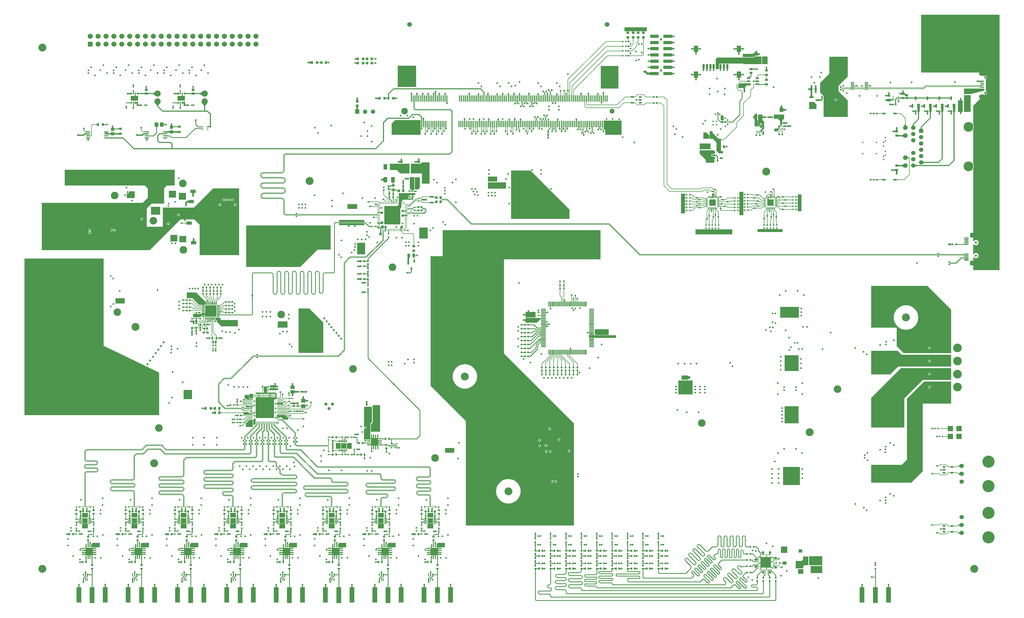
<source format=gtl>
G04*
G04 #@! TF.GenerationSoftware,Altium Limited,Altium Designer,22.10.1 (41)*
G04*
G04 Layer_Physical_Order=1*
G04 Layer_Color=255*
%FSLAX25Y25*%
%MOIN*%
G70*
G04*
G04 #@! TF.SameCoordinates,72A4C529-D447-4618-9FEB-1D22E0D21F89*
G04*
G04*
G04 #@! TF.FilePolarity,Positive*
G04*
G01*
G75*
%ADD11C,0.00984*%
%ADD12C,0.00600*%
%ADD14C,0.01000*%
%ADD17C,0.02000*%
%ADD18C,0.00787*%
%ADD19C,0.00500*%
%ADD20C,0.01575*%
%ADD25C,0.00598*%
%ADD31R,0.07087X0.03937*%
%ADD32R,0.02362X0.04724*%
%ADD33R,0.04724X0.03937*%
%ADD34R,0.05118X0.01772*%
%ADD35R,0.02165X0.03740*%
%ADD36R,0.02600X0.00900*%
G04:AMPARAMS|DCode=37|XSize=7.87mil|YSize=17.72mil|CornerRadius=1.97mil|HoleSize=0mil|Usage=FLASHONLY|Rotation=180.000|XOffset=0mil|YOffset=0mil|HoleType=Round|Shape=RoundedRectangle|*
%AMROUNDEDRECTD37*
21,1,0.00787,0.01378,0,0,180.0*
21,1,0.00394,0.01772,0,0,180.0*
1,1,0.00394,-0.00197,0.00689*
1,1,0.00394,0.00197,0.00689*
1,1,0.00394,0.00197,-0.00689*
1,1,0.00394,-0.00197,-0.00689*
%
%ADD37ROUNDEDRECTD37*%
%ADD38R,0.04331X0.02362*%
%ADD39R,0.00984X0.00591*%
%ADD40R,0.00984X0.01968*%
%ADD41R,0.02362X0.03150*%
%ADD42R,0.01968X0.01968*%
%ADD43R,0.04921X0.06890*%
%ADD44R,0.01378X0.02756*%
%ADD45R,0.09252X0.06221*%
%ADD46R,0.05200X0.02300*%
%ADD47R,0.04375X0.02365*%
%ADD48O,0.00984X0.03543*%
%ADD49O,0.03543X0.00984*%
%ADD51R,0.01200X0.03200*%
%ADD52R,0.03200X0.01200*%
%ADD53R,0.03150X0.03740*%
%ADD54R,0.02362X0.02559*%
%ADD55R,0.03543X0.03937*%
%ADD56R,0.02756X0.03543*%
%ADD57R,0.02165X0.01772*%
%ADD58R,0.03347X0.03543*%
%ADD59R,0.02362X0.02165*%
%ADD60R,0.02165X0.03740*%
%ADD61R,0.01063X0.00984*%
%ADD62R,0.05512X0.01772*%
%ADD63R,0.05709X0.07874*%
%ADD64R,0.03150X0.05906*%
%ADD65R,0.01083X0.00984*%
%ADD66R,0.00984X0.01083*%
%ADD67R,0.04528X0.05709*%
%ADD68R,0.01181X0.02756*%
%ADD69R,0.01968X0.01378*%
%ADD70R,0.01378X0.01968*%
%ADD71R,0.01181X0.05906*%
%ADD72R,0.05906X0.01181*%
%ADD73R,0.10827X0.03937*%
%ADD74R,0.05339X0.04152*%
%ADD75R,0.02362X0.02362*%
%ADD76R,0.01073X0.01860*%
%ADD77R,0.02047X0.02047*%
%ADD78R,0.02323X0.02441*%
%ADD79O,0.03543X0.00787*%
%ADD80O,0.00787X0.03543*%
%ADD81O,0.05315X0.01181*%
%ADD82R,0.17700X0.18100*%
%ADD83R,0.01400X0.07900*%
G04:AMPARAMS|DCode=84|XSize=21.65mil|YSize=31.5mil|CornerRadius=1.95mil|HoleSize=0mil|Usage=FLASHONLY|Rotation=90.000|XOffset=0mil|YOffset=0mil|HoleType=Round|Shape=RoundedRectangle|*
%AMROUNDEDRECTD84*
21,1,0.02165,0.02760,0,0,90.0*
21,1,0.01776,0.03150,0,0,90.0*
1,1,0.00390,0.01380,0.00888*
1,1,0.00390,0.01380,-0.00888*
1,1,0.00390,-0.01380,-0.00888*
1,1,0.00390,-0.01380,0.00888*
%
%ADD84ROUNDEDRECTD84*%
%ADD85R,0.01535X0.03956*%
%ADD86R,0.03956X0.01535*%
%ADD87R,0.05472X0.03583*%
%ADD88R,0.03543X0.02756*%
%ADD89R,0.02284X0.02598*%
%ADD90R,0.02835X0.02047*%
%ADD91R,0.02441X0.02598*%
%ADD92R,0.03937X0.04134*%
%ADD93R,0.02200X0.02000*%
%ADD94R,0.02362X0.03740*%
%ADD95R,0.03850X0.02200*%
%ADD96R,0.05512X0.01181*%
%ADD97R,0.03740X0.03150*%
%ADD98R,0.03543X0.02953*%
%ADD99R,0.01860X0.01073*%
%ADD100R,0.04528X0.05512*%
%ADD101R,0.02953X0.03701*%
%ADD102R,0.02598X0.02441*%
%ADD103R,0.05512X0.04528*%
%ADD104R,0.03740X0.02165*%
%ADD105R,0.04331X0.03937*%
%ADD106R,0.02047X0.02835*%
%ADD107R,0.02953X0.03543*%
%ADD108R,0.02756X0.01181*%
%ADD109R,0.02441X0.02323*%
%ADD111R,0.01772X0.02165*%
%ADD112R,0.02165X0.02362*%
%ADD113R,0.02000X0.02200*%
%ADD114R,0.04921X0.02362*%
G04:AMPARAMS|DCode=115|XSize=7.87mil|YSize=17.72mil|CornerRadius=1.97mil|HoleSize=0mil|Usage=FLASHONLY|Rotation=90.000|XOffset=0mil|YOffset=0mil|HoleType=Round|Shape=RoundedRectangle|*
%AMROUNDEDRECTD115*
21,1,0.00787,0.01378,0,0,90.0*
21,1,0.00394,0.01772,0,0,90.0*
1,1,0.00394,0.00689,0.00197*
1,1,0.00394,0.00689,-0.00197*
1,1,0.00394,-0.00689,-0.00197*
1,1,0.00394,-0.00689,0.00197*
%
%ADD115ROUNDEDRECTD115*%
%ADD117R,0.05906X0.20472*%
%ADD118R,0.06299X0.19291*%
%ADD139R,0.01600X0.01000*%
%ADD140R,0.01000X0.01600*%
%ADD141R,0.13200X0.13200*%
%ADD160R,0.12800X0.12800*%
%ADD161R,0.09449X0.09449*%
%ADD184R,0.09449X0.09449*%
G04:AMPARAMS|DCode=187|XSize=45.28mil|YSize=70.87mil|CornerRadius=22.64mil|HoleSize=0mil|Usage=FLASHONLY|Rotation=90.000|XOffset=0mil|YOffset=0mil|HoleType=Round|Shape=RoundedRectangle|*
%AMROUNDEDRECTD187*
21,1,0.04528,0.02559,0,0,90.0*
21,1,0.00000,0.07087,0,0,90.0*
1,1,0.04528,0.01280,0.00000*
1,1,0.04528,0.01280,0.00000*
1,1,0.04528,-0.01280,0.00000*
1,1,0.04528,-0.01280,0.00000*
%
%ADD187ROUNDEDRECTD187*%
G04:AMPARAMS|DCode=188|XSize=57.09mil|YSize=78.74mil|CornerRadius=28.54mil|HoleSize=0mil|Usage=FLASHONLY|Rotation=90.000|XOffset=0mil|YOffset=0mil|HoleType=Round|Shape=RoundedRectangle|*
%AMROUNDEDRECTD188*
21,1,0.05709,0.02165,0,0,90.0*
21,1,0.00000,0.07874,0,0,90.0*
1,1,0.05709,0.01083,0.00000*
1,1,0.05709,0.01083,0.00000*
1,1,0.05709,-0.01083,0.00000*
1,1,0.05709,-0.01083,0.00000*
%
%ADD188ROUNDEDRECTD188*%
%ADD189C,0.03150*%
%ADD199C,0.05469*%
%ADD200R,0.05469X0.05469*%
%ADD201C,0.09646*%
%ADD202C,0.06300*%
%ADD210C,0.05500*%
%ADD218C,0.00870*%
%ADD219R,0.20472X0.20472*%
%ADD220R,0.06500X0.06500*%
%ADD221R,0.08268X0.08268*%
%ADD222R,0.21654X0.21654*%
%ADD223R,0.06500X0.06500*%
%ADD224C,0.02165*%
%ADD225C,0.01378*%
%ADD226C,0.01181*%
%ADD227C,0.00508*%
%ADD228C,0.00508*%
%ADD229C,0.01968*%
%ADD230C,0.00780*%
%ADD231C,0.00675*%
%ADD232C,0.01799*%
%ADD233C,0.01200*%
%ADD234C,0.00872*%
%ADD235C,0.00799*%
%ADD236C,0.00614*%
%ADD237C,0.00872*%
%ADD238C,0.00800*%
%ADD239C,0.01098*%
%ADD240C,0.01575*%
%ADD241C,0.00949*%
%ADD242C,0.00980*%
%ADD243C,0.01180*%
%ADD244C,0.01600*%
%ADD245C,0.02756*%
%ADD246C,0.00613*%
%ADD247C,0.02165*%
%ADD248C,0.00975*%
%ADD249C,0.00875*%
%ADD250C,0.00780*%
%ADD251C,0.10000*%
%ADD252R,0.06496X0.06496*%
%ADD253C,0.06496*%
%ADD254C,0.02000*%
%ADD255C,0.30000*%
%ADD256C,0.06000*%
%ADD257C,0.07874*%
%ADD258C,0.11000*%
%ADD259C,0.03000*%
%ADD260R,0.06791X0.06791*%
%ADD261C,0.08300*%
%ADD262C,0.05512*%
G04:AMPARAMS|DCode=263|XSize=55.12mil|YSize=55.12mil|CornerRadius=13.78mil|HoleSize=0mil|Usage=FLASHONLY|Rotation=270.000|XOffset=0mil|YOffset=0mil|HoleType=Round|Shape=RoundedRectangle|*
%AMROUNDEDRECTD263*
21,1,0.05512,0.02756,0,0,270.0*
21,1,0.02756,0.05512,0,0,270.0*
1,1,0.02756,-0.01378,-0.01378*
1,1,0.02756,-0.01378,0.01378*
1,1,0.02756,0.01378,0.01378*
1,1,0.02756,0.01378,-0.01378*
%
%ADD263ROUNDEDRECTD263*%
%ADD264C,0.05984*%
%ADD265C,0.09449*%
%ADD266C,0.12402*%
%ADD267C,0.15400*%
%ADD268C,0.02854*%
G04:AMPARAMS|DCode=269|XSize=62.99mil|YSize=120.08mil|CornerRadius=15.75mil|HoleSize=0mil|Usage=FLASHONLY|Rotation=90.000|XOffset=0mil|YOffset=0mil|HoleType=Round|Shape=RoundedRectangle|*
%AMROUNDEDRECTD269*
21,1,0.06299,0.08858,0,0,90.0*
21,1,0.03150,0.12008,0,0,90.0*
1,1,0.03150,0.04429,0.01575*
1,1,0.03150,0.04429,-0.01575*
1,1,0.03150,-0.04429,-0.01575*
1,1,0.03150,-0.04429,0.01575*
%
%ADD269ROUNDEDRECTD269*%
%ADD270C,0.02500*%
%ADD271C,0.01968*%
%ADD272C,0.04000*%
%ADD273C,0.01900*%
%ADD274C,0.02756*%
G36*
X800158Y731350D02*
X800511Y730996D01*
X800488Y726519D01*
X772354Y726519D01*
X772000Y726872D01*
X772000Y731021D01*
X772354Y731375D01*
X800158Y731350D01*
D02*
G37*
G36*
X796398Y726260D02*
X796409Y726126D01*
X796429Y726008D01*
X796457Y725905D01*
X796492Y725819D01*
X796535Y725748D01*
X796587Y725693D01*
X796646Y725653D01*
X796713Y725630D01*
X796787Y725622D01*
X795213D01*
X795287Y725630D01*
X795354Y725653D01*
X795413Y725693D01*
X795465Y725748D01*
X795508Y725819D01*
X795543Y725905D01*
X795571Y726008D01*
X795590Y726126D01*
X795602Y726260D01*
X795606Y726409D01*
X796394D01*
X796398Y726260D01*
D02*
G37*
G36*
X789898D02*
X789909Y726126D01*
X789929Y726008D01*
X789957Y725905D01*
X789992Y725819D01*
X790035Y725748D01*
X790087Y725693D01*
X790146Y725653D01*
X790213Y725630D01*
X790287Y725622D01*
X788713D01*
X788787Y725630D01*
X788854Y725653D01*
X788913Y725693D01*
X788965Y725748D01*
X789008Y725819D01*
X789043Y725905D01*
X789071Y726008D01*
X789090Y726126D01*
X789102Y726260D01*
X789106Y726409D01*
X789894D01*
X789898Y726260D01*
D02*
G37*
G36*
X783398D02*
X783409Y726126D01*
X783429Y726008D01*
X783457Y725905D01*
X783492Y725819D01*
X783535Y725748D01*
X783587Y725693D01*
X783646Y725653D01*
X783713Y725630D01*
X783787Y725622D01*
X782213D01*
X782287Y725630D01*
X782354Y725653D01*
X782413Y725693D01*
X782465Y725748D01*
X782508Y725819D01*
X782543Y725905D01*
X782571Y726008D01*
X782590Y726126D01*
X782602Y726260D01*
X782606Y726409D01*
X783394D01*
X783398Y726260D01*
D02*
G37*
G36*
X776898D02*
X776909Y726126D01*
X776929Y726008D01*
X776957Y725905D01*
X776992Y725819D01*
X777035Y725748D01*
X777087Y725693D01*
X777146Y725653D01*
X777213Y725630D01*
X777287Y725622D01*
X775713D01*
X775787Y725630D01*
X775854Y725653D01*
X775913Y725693D01*
X775965Y725748D01*
X776008Y725819D01*
X776043Y725905D01*
X776071Y726008D01*
X776090Y726126D01*
X776102Y726260D01*
X776106Y726409D01*
X776894D01*
X776898Y726260D01*
D02*
G37*
G36*
X832177Y721425D02*
X832224Y721291D01*
X832304Y721173D01*
X832415Y721071D01*
X832558Y720984D01*
X832732Y720913D01*
X832939Y720858D01*
X833177Y720819D01*
X833446Y720795D01*
X833748Y720787D01*
Y719213D01*
X833446Y719205D01*
X833177Y719181D01*
X832939Y719142D01*
X832732Y719087D01*
X832558Y719016D01*
X832415Y718929D01*
X832304Y718827D01*
X832224Y718709D01*
X832177Y718575D01*
X832161Y718425D01*
Y721575D01*
X832177Y721425D01*
D02*
G37*
G36*
X777185Y717382D02*
X777124Y717359D01*
X777070Y717321D01*
X777023Y717268D01*
X776984Y717199D01*
X776951Y717115D01*
X776926Y717015D01*
X776908Y716900D01*
X776897Y716770D01*
X776894Y716625D01*
X776106D01*
X776103Y716770D01*
X776092Y716900D01*
X776074Y717015D01*
X776049Y717115D01*
X776016Y717199D01*
X775977Y717268D01*
X775930Y717321D01*
X775876Y717359D01*
X775815Y717382D01*
X775747Y717390D01*
X777253D01*
X777185Y717382D01*
D02*
G37*
G36*
X796713Y717382D02*
X796646Y717358D01*
X796587Y717318D01*
X796535Y717262D01*
X796492Y717190D01*
X796457Y717102D01*
X796429Y716998D01*
X796409Y716879D01*
X796398Y716743D01*
X796394Y716591D01*
X795606D01*
X795602Y716743D01*
X795590Y716879D01*
X795571Y716998D01*
X795543Y717102D01*
X795508Y717190D01*
X795465Y717262D01*
X795413Y717318D01*
X795354Y717358D01*
X795287Y717382D01*
X795213Y717390D01*
X796787D01*
X796713Y717382D01*
D02*
G37*
G36*
X790213D02*
X790146Y717358D01*
X790087Y717318D01*
X790035Y717262D01*
X789992Y717190D01*
X789957Y717102D01*
X789929Y716998D01*
X789909Y716879D01*
X789898Y716743D01*
X789894Y716591D01*
X789106D01*
X789102Y716743D01*
X789090Y716879D01*
X789071Y716998D01*
X789043Y717102D01*
X789008Y717190D01*
X788965Y717262D01*
X788913Y717318D01*
X788854Y717358D01*
X788787Y717382D01*
X788713Y717390D01*
X790287D01*
X790213Y717382D01*
D02*
G37*
G36*
X783713D02*
X783646Y717358D01*
X783587Y717318D01*
X783535Y717262D01*
X783492Y717190D01*
X783457Y717102D01*
X783429Y716998D01*
X783409Y716879D01*
X783398Y716743D01*
X783394Y716591D01*
X782606D01*
X782602Y716743D01*
X782590Y716879D01*
X782571Y716998D01*
X782543Y717102D01*
X782508Y717190D01*
X782465Y717262D01*
X782413Y717318D01*
X782354Y717358D01*
X782287Y717382D01*
X782213Y717390D01*
X783787D01*
X783713Y717382D01*
D02*
G37*
G36*
X777857Y715054D02*
X777868Y714954D01*
X777886Y714857D01*
X777911Y714763D01*
X777944Y714673D01*
X777984Y714586D01*
X778031Y714503D01*
X778086Y714423D01*
X778148Y714346D01*
X778217Y714273D01*
X776701D01*
X776771Y714346D01*
X776833Y714423D01*
X776887Y714503D01*
X776935Y714586D01*
X776975Y714673D01*
X777007Y714763D01*
X777033Y714857D01*
X777051Y714954D01*
X777062Y715054D01*
X777066Y715158D01*
X777853D01*
X777857Y715054D01*
D02*
G37*
G36*
X776686Y712742D02*
X776613Y712811D01*
X776537Y712873D01*
X776457Y712928D01*
X776373Y712975D01*
X776286Y713015D01*
X776196Y713048D01*
X776103Y713073D01*
X776006Y713092D01*
X775905Y713103D01*
X775801Y713106D01*
Y713894D01*
X775905Y713897D01*
X776006Y713908D01*
X776103Y713927D01*
X776196Y713952D01*
X776286Y713985D01*
X776373Y714025D01*
X776457Y714072D01*
X776537Y714127D01*
X776613Y714189D01*
X776686Y714258D01*
Y712742D01*
D02*
G37*
G36*
X774653Y714213D02*
X774677Y714146D01*
X774716Y714087D01*
X774771Y714035D01*
X774842Y713992D01*
X774929Y713957D01*
X775031Y713929D01*
X775149Y713909D01*
X775283Y713898D01*
X775433Y713894D01*
Y713106D01*
X775283Y713102D01*
X775149Y713091D01*
X775031Y713071D01*
X774929Y713043D01*
X774842Y713008D01*
X774771Y712965D01*
X774716Y712913D01*
X774677Y712854D01*
X774653Y712787D01*
X774646Y712713D01*
Y714287D01*
X774653Y714213D01*
D02*
G37*
G36*
X769367Y712713D02*
X769358Y712787D01*
X769335Y712854D01*
X769295Y712913D01*
X769239Y712965D01*
X769167Y713008D01*
X769079Y713043D01*
X768975Y713071D01*
X768855Y713091D01*
X768719Y713102D01*
X768567Y713106D01*
Y713894D01*
X768719Y713898D01*
X768855Y713909D01*
X768975Y713929D01*
X769079Y713957D01*
X769167Y713992D01*
X769239Y714035D01*
X769295Y714087D01*
X769335Y714146D01*
X769358Y714213D01*
X769367Y714287D01*
Y712713D01*
D02*
G37*
G36*
X832177Y713551D02*
X832224Y713417D01*
X832304Y713299D01*
X832415Y713197D01*
X832558Y713110D01*
X832732Y713039D01*
X832939Y712984D01*
X833177Y712945D01*
X833446Y712921D01*
X833748Y712913D01*
Y711339D01*
X833446Y711331D01*
X833177Y711307D01*
X832939Y711268D01*
X832732Y711213D01*
X832558Y711142D01*
X832415Y711055D01*
X832304Y710953D01*
X832224Y710835D01*
X832177Y710701D01*
X832161Y710551D01*
Y713701D01*
X832177Y713551D01*
D02*
G37*
G36*
X777929Y708189D02*
X778006Y708127D01*
X778086Y708072D01*
X778169Y708025D01*
X778256Y707985D01*
X778346Y707952D01*
X778440Y707927D01*
X778537Y707908D01*
X778637Y707897D01*
X778741Y707894D01*
Y707106D01*
X778637Y707103D01*
X778537Y707092D01*
X778440Y707073D01*
X778346Y707048D01*
X778256Y707015D01*
X778169Y706975D01*
X778086Y706928D01*
X778006Y706873D01*
X777929Y706811D01*
X777856Y706742D01*
Y708258D01*
X777929Y708189D01*
D02*
G37*
G36*
X774653Y708213D02*
X774677Y708146D01*
X774716Y708087D01*
X774771Y708035D01*
X774842Y707992D01*
X774929Y707957D01*
X775031Y707929D01*
X775149Y707909D01*
X775283Y707898D01*
X775428Y707894D01*
X775529Y707897D01*
X775629Y707908D01*
X775726Y707927D01*
X775820Y707952D01*
X775910Y707985D01*
X775997Y708025D01*
X776080Y708072D01*
X776160Y708127D01*
X776237Y708189D01*
X776310Y708258D01*
Y706742D01*
X776237Y706811D01*
X776160Y706873D01*
X776080Y706928D01*
X775997Y706975D01*
X775910Y707015D01*
X775820Y707048D01*
X775726Y707073D01*
X775629Y707092D01*
X775529Y707103D01*
X775428Y707106D01*
X775283Y707102D01*
X775149Y707091D01*
X775031Y707071D01*
X774929Y707043D01*
X774842Y707008D01*
X774771Y706965D01*
X774716Y706913D01*
X774677Y706854D01*
X774653Y706787D01*
X774646Y706713D01*
Y708287D01*
X774653Y708213D01*
D02*
G37*
G36*
X769367Y706713D02*
X769358Y706787D01*
X769335Y706854D01*
X769295Y706913D01*
X769239Y706965D01*
X769167Y707008D01*
X769079Y707043D01*
X768975Y707071D01*
X768855Y707091D01*
X768719Y707102D01*
X768567Y707106D01*
Y707894D01*
X768719Y707898D01*
X768855Y707909D01*
X768975Y707929D01*
X769079Y707957D01*
X769167Y707992D01*
X769239Y708035D01*
X769295Y708087D01*
X769335Y708146D01*
X769358Y708213D01*
X769367Y708287D01*
Y706713D01*
D02*
G37*
G36*
X804599Y703465D02*
X804591Y703539D01*
X804567Y703606D01*
X804528Y703665D01*
X804473Y703717D01*
X804402Y703760D01*
X804315Y703795D01*
X804213Y703823D01*
X804095Y703842D01*
X803961Y703854D01*
X803910Y703856D01*
X803881Y703855D01*
X803781Y703844D01*
X803683Y703826D01*
X803590Y703800D01*
X803500Y703767D01*
X803413Y703727D01*
X803329Y703680D01*
X803250Y703625D01*
X803173Y703563D01*
X803100Y703494D01*
X803100Y705010D01*
X803173Y704941D01*
X803250Y704879D01*
X803329Y704824D01*
X803413Y704777D01*
X803500Y704737D01*
X803590Y704704D01*
X803683Y704678D01*
X803781Y704660D01*
X803881Y704649D01*
X803910Y704648D01*
X803961Y704650D01*
X804095Y704661D01*
X804213Y704681D01*
X804315Y704709D01*
X804402Y704744D01*
X804473Y704787D01*
X804528Y704839D01*
X804567Y704898D01*
X804591Y704965D01*
X804599Y705039D01*
Y703465D01*
D02*
G37*
G36*
X919909Y705259D02*
X919946Y705157D01*
X920006Y705067D01*
X920091Y704989D01*
X920200Y704923D01*
X920334Y704869D01*
X920491Y704827D01*
X920673Y704797D01*
X920879Y704779D01*
X920958Y704777D01*
X921232Y704799D01*
X921314Y704813D01*
X921387Y704830D01*
X921451Y704851D01*
X921505Y704874D01*
X921550Y704901D01*
X921586Y704931D01*
Y703415D01*
X921550Y703445D01*
X921505Y703472D01*
X921451Y703496D01*
X921387Y703516D01*
X921314Y703534D01*
X921232Y703548D01*
X921039Y703567D01*
X920974Y703570D01*
X920879Y703567D01*
X920673Y703549D01*
X920491Y703519D01*
X920334Y703477D01*
X920200Y703423D01*
X920091Y703357D01*
X920006Y703279D01*
X919946Y703189D01*
X919909Y703087D01*
X919897Y702973D01*
Y705373D01*
X919909Y705259D01*
D02*
G37*
G36*
X912259Y704901D02*
X912304Y704874D01*
X912359Y704851D01*
X912422Y704830D01*
X912495Y704813D01*
X912578Y704799D01*
X912771Y704779D01*
X912881Y704775D01*
X913001Y704773D01*
Y703573D01*
X912881Y703572D01*
X912578Y703548D01*
X912495Y703534D01*
X912422Y703516D01*
X912359Y703496D01*
X912304Y703472D01*
X912259Y703445D01*
X912224Y703415D01*
Y704931D01*
X912259Y704901D01*
D02*
G37*
G36*
X865775Y705259D02*
X865812Y705157D01*
X865872Y705067D01*
X865957Y704989D01*
X866066Y704923D01*
X866200Y704869D01*
X866357Y704827D01*
X866539Y704797D01*
X866745Y704779D01*
X866825Y704777D01*
X867098Y704799D01*
X867180Y704813D01*
X867253Y704830D01*
X867317Y704851D01*
X867371Y704874D01*
X867416Y704901D01*
X867452Y704931D01*
Y703415D01*
X867416Y703445D01*
X867371Y703472D01*
X867317Y703496D01*
X867253Y703516D01*
X867180Y703534D01*
X867098Y703548D01*
X866905Y703567D01*
X866840Y703570D01*
X866745Y703567D01*
X866539Y703549D01*
X866357Y703519D01*
X866200Y703477D01*
X866066Y703423D01*
X865957Y703357D01*
X865872Y703279D01*
X865812Y703189D01*
X865775Y703087D01*
X865763Y702973D01*
Y705373D01*
X865775Y705259D01*
D02*
G37*
G36*
X858125Y704901D02*
X858170Y704874D01*
X858225Y704851D01*
X858288Y704830D01*
X858362Y704813D01*
X858444Y704799D01*
X858637Y704779D01*
X858747Y704775D01*
X858867Y704773D01*
Y703573D01*
X858747Y703572D01*
X858444Y703548D01*
X858362Y703534D01*
X858288Y703516D01*
X858225Y703496D01*
X858170Y703472D01*
X858125Y703445D01*
X858090Y703415D01*
Y704931D01*
X858125Y704901D01*
D02*
G37*
G36*
X914237Y702973D02*
X914225Y703087D01*
X914188Y703189D01*
X914128Y703279D01*
X914043Y703357D01*
X913934Y703423D01*
X913800Y703477D01*
X913643Y703519D01*
X913461Y703549D01*
X913255Y703567D01*
X913025Y703573D01*
Y704773D01*
X913255Y704779D01*
X913461Y704797D01*
X913643Y704827D01*
X913800Y704869D01*
X913934Y704923D01*
X914043Y704989D01*
X914128Y705067D01*
X914188Y705157D01*
X914225Y705259D01*
X914237Y705373D01*
Y702973D01*
D02*
G37*
G36*
X860103D02*
X860091Y703087D01*
X860054Y703189D01*
X859994Y703279D01*
X859909Y703357D01*
X859800Y703423D01*
X859666Y703477D01*
X859509Y703519D01*
X859327Y703549D01*
X859121Y703567D01*
X858891Y703573D01*
Y704773D01*
X859121Y704779D01*
X859327Y704797D01*
X859509Y704827D01*
X859666Y704869D01*
X859800Y704923D01*
X859909Y704989D01*
X859994Y705067D01*
X860054Y705157D01*
X860091Y705259D01*
X860103Y705373D01*
Y702973D01*
D02*
G37*
G36*
X832177Y705677D02*
X832224Y705543D01*
X832304Y705425D01*
X832415Y705323D01*
X832558Y705236D01*
X832732Y705165D01*
X832939Y705110D01*
X833177Y705071D01*
X833446Y705047D01*
X833748Y705039D01*
Y703465D01*
X833446Y703457D01*
X833177Y703433D01*
X832939Y703394D01*
X832732Y703339D01*
X832558Y703268D01*
X832415Y703181D01*
X832304Y703079D01*
X832224Y702961D01*
X832177Y702827D01*
X832161Y702677D01*
Y705827D01*
X832177Y705677D01*
D02*
G37*
G36*
X777929Y702189D02*
X778006Y702127D01*
X778086Y702072D01*
X778169Y702025D01*
X778256Y701985D01*
X778346Y701952D01*
X778440Y701927D01*
X778537Y701908D01*
X778637Y701897D01*
X778741Y701894D01*
Y701106D01*
X778637Y701103D01*
X778537Y701092D01*
X778440Y701074D01*
X778346Y701048D01*
X778256Y701015D01*
X778169Y700975D01*
X778086Y700928D01*
X778006Y700873D01*
X777929Y700811D01*
X777856Y700742D01*
Y702258D01*
X777929Y702189D01*
D02*
G37*
G36*
X774653Y702213D02*
X774677Y702146D01*
X774716Y702087D01*
X774771Y702035D01*
X774842Y701992D01*
X774929Y701957D01*
X775031Y701929D01*
X775149Y701909D01*
X775283Y701898D01*
X775428Y701894D01*
X775529Y701897D01*
X775629Y701908D01*
X775726Y701927D01*
X775820Y701952D01*
X775910Y701985D01*
X775997Y702025D01*
X776080Y702072D01*
X776160Y702127D01*
X776237Y702189D01*
X776310Y702258D01*
Y700742D01*
X776237Y700811D01*
X776160Y700873D01*
X776080Y700928D01*
X775997Y700975D01*
X775910Y701015D01*
X775820Y701048D01*
X775726Y701074D01*
X775629Y701092D01*
X775529Y701103D01*
X775428Y701106D01*
X775283Y701102D01*
X775149Y701090D01*
X775031Y701071D01*
X774929Y701043D01*
X774842Y701008D01*
X774771Y700965D01*
X774716Y700913D01*
X774677Y700854D01*
X774653Y700787D01*
X774646Y700713D01*
Y702287D01*
X774653Y702213D01*
D02*
G37*
G36*
X769367Y700713D02*
X769358Y700787D01*
X769335Y700854D01*
X769295Y700913D01*
X769239Y700965D01*
X769167Y701008D01*
X769079Y701043D01*
X768975Y701071D01*
X768855Y701090D01*
X768719Y701102D01*
X768567Y701106D01*
Y701894D01*
X768719Y701898D01*
X768855Y701909D01*
X768975Y701929D01*
X769079Y701957D01*
X769167Y701992D01*
X769239Y702035D01*
X769295Y702087D01*
X769335Y702146D01*
X769358Y702213D01*
X769367Y702287D01*
Y700713D01*
D02*
G37*
G36*
X918153Y700236D02*
X918051Y700200D01*
X917961Y700140D01*
X917883Y700056D01*
X917817Y699948D01*
X917763Y699816D01*
X917721Y699660D01*
X917691Y699480D01*
X917673Y699276D01*
X917672Y699239D01*
X917692Y698979D01*
X917706Y698897D01*
X917724Y698824D01*
X917744Y698760D01*
X917768Y698706D01*
X917795Y698661D01*
X917825Y698625D01*
X916309D01*
X916339Y698661D01*
X916366Y698706D01*
X916390Y698760D01*
X916410Y698824D01*
X916428Y698897D01*
X916442Y698979D01*
X916461Y699172D01*
X916463Y699216D01*
X916461Y699276D01*
X916443Y699480D01*
X916413Y699660D01*
X916371Y699816D01*
X916317Y699948D01*
X916251Y700056D01*
X916173Y700140D01*
X916083Y700200D01*
X915981Y700236D01*
X915867Y700248D01*
X918267D01*
X918153Y700236D01*
D02*
G37*
G36*
X864019D02*
X863917Y700200D01*
X863827Y700140D01*
X863749Y700056D01*
X863683Y699948D01*
X863629Y699816D01*
X863587Y699660D01*
X863557Y699480D01*
X863539Y699276D01*
X863538Y699239D01*
X863558Y698979D01*
X863573Y698897D01*
X863590Y698824D01*
X863610Y698760D01*
X863634Y698706D01*
X863661Y698661D01*
X863691Y698625D01*
X862175D01*
X862205Y698661D01*
X862232Y698706D01*
X862256Y698760D01*
X862276Y698824D01*
X862294Y698897D01*
X862308Y698979D01*
X862327Y699172D01*
X862329Y699216D01*
X862327Y699276D01*
X862309Y699480D01*
X862279Y699660D01*
X862237Y699816D01*
X862183Y699948D01*
X862117Y700056D01*
X862039Y700140D01*
X861949Y700200D01*
X861847Y700236D01*
X861733Y700248D01*
X864133D01*
X864019Y700236D01*
D02*
G37*
G36*
X804599Y695591D02*
X804591Y695665D01*
X804567Y695732D01*
X804528Y695791D01*
X804473Y695843D01*
X804402Y695886D01*
X804315Y695921D01*
X804213Y695949D01*
X804095Y695968D01*
X803961Y695980D01*
X803910Y695982D01*
X803881Y695981D01*
X803781Y695970D01*
X803683Y695952D01*
X803590Y695926D01*
X803500Y695893D01*
X803413Y695853D01*
X803329Y695806D01*
X803250Y695751D01*
X803173Y695689D01*
X803100Y695620D01*
Y697136D01*
X803173Y697067D01*
X803250Y697005D01*
X803329Y696950D01*
X803413Y696903D01*
X803500Y696863D01*
X803590Y696830D01*
X803683Y696804D01*
X803781Y696786D01*
X803881Y696775D01*
X803910Y696774D01*
X803961Y696776D01*
X804095Y696787D01*
X804213Y696807D01*
X804315Y696835D01*
X804402Y696870D01*
X804473Y696913D01*
X804528Y696965D01*
X804567Y697024D01*
X804591Y697091D01*
X804599Y697165D01*
Y695591D01*
D02*
G37*
G36*
X832177Y697803D02*
X832224Y697669D01*
X832304Y697551D01*
X832415Y697449D01*
X832558Y697362D01*
X832732Y697291D01*
X832939Y697236D01*
X833177Y697197D01*
X833446Y697173D01*
X833748Y697165D01*
Y695590D01*
X833446Y695583D01*
X833177Y695559D01*
X832939Y695520D01*
X832732Y695465D01*
X832558Y695394D01*
X832415Y695307D01*
X832304Y695205D01*
X832224Y695087D01*
X832177Y694953D01*
X832161Y694803D01*
Y697953D01*
X832177Y697803D01*
D02*
G37*
G36*
X777929Y696189D02*
X778006Y696127D01*
X778086Y696072D01*
X778169Y696025D01*
X778256Y695985D01*
X778346Y695952D01*
X778440Y695927D01*
X778537Y695908D01*
X778637Y695897D01*
X778741Y695894D01*
Y695106D01*
X778637Y695103D01*
X778537Y695092D01*
X778440Y695074D01*
X778346Y695048D01*
X778256Y695015D01*
X778169Y694975D01*
X778086Y694928D01*
X778006Y694873D01*
X777929Y694811D01*
X777856Y694742D01*
Y696258D01*
X777929Y696189D01*
D02*
G37*
G36*
X774653Y696213D02*
X774677Y696146D01*
X774716Y696087D01*
X774771Y696035D01*
X774842Y695992D01*
X774929Y695957D01*
X775031Y695929D01*
X775149Y695910D01*
X775283Y695898D01*
X775428Y695894D01*
X775529Y695897D01*
X775629Y695908D01*
X775726Y695927D01*
X775820Y695952D01*
X775910Y695985D01*
X775997Y696025D01*
X776080Y696072D01*
X776160Y696127D01*
X776237Y696189D01*
X776310Y696258D01*
Y694742D01*
X776237Y694811D01*
X776160Y694873D01*
X776080Y694928D01*
X775997Y694975D01*
X775910Y695015D01*
X775820Y695048D01*
X775726Y695074D01*
X775629Y695092D01*
X775529Y695103D01*
X775428Y695106D01*
X775283Y695102D01*
X775149Y695090D01*
X775031Y695071D01*
X774929Y695043D01*
X774842Y695008D01*
X774771Y694965D01*
X774716Y694913D01*
X774677Y694854D01*
X774653Y694787D01*
X774646Y694713D01*
Y696287D01*
X774653Y696213D01*
D02*
G37*
G36*
X769367Y694713D02*
X769358Y694787D01*
X769335Y694854D01*
X769295Y694913D01*
X769239Y694965D01*
X769167Y695008D01*
X769079Y695043D01*
X768975Y695071D01*
X768855Y695090D01*
X768719Y695102D01*
X768567Y695106D01*
Y695894D01*
X768719Y695898D01*
X768855Y695910D01*
X768975Y695929D01*
X769079Y695957D01*
X769167Y695992D01*
X769239Y696035D01*
X769295Y696087D01*
X769335Y696146D01*
X769358Y696213D01*
X769367Y696287D01*
Y694713D01*
D02*
G37*
G36*
X939795Y699897D02*
X939819Y699630D01*
X939857Y699400D01*
X941500D01*
Y698102D01*
X941531Y698095D01*
X941768Y698066D01*
X942035Y698049D01*
X942334Y698043D01*
Y696468D01*
X942035Y696463D01*
X941531Y696416D01*
X941500Y696410D01*
Y695263D01*
X937274D01*
X936969Y694958D01*
X936813Y694895D01*
X935636Y693735D01*
X922009Y693744D01*
Y697600D01*
X934629D01*
X936361Y699400D01*
X938143D01*
X938181Y699630D01*
X938205Y699897D01*
X938213Y700197D01*
X939787D01*
X939795Y699897D01*
D02*
G37*
G36*
X945800Y694492D02*
X945800Y684647D01*
X923562D01*
X922803Y685405D01*
X892315D01*
X892095Y685185D01*
X891882D01*
Y684972D01*
X891812Y684902D01*
Y678867D01*
X891403Y678458D01*
X887854Y678458D01*
X887630Y678682D01*
X887630Y690923D01*
X889930Y693224D01*
X935857Y693194D01*
X937193Y694509D01*
X945800Y694492D01*
D02*
G37*
G36*
X432689Y690713D02*
X432681Y690787D01*
X432658Y690854D01*
X432618Y690913D01*
X432563Y690965D01*
X432492Y691008D01*
X432406Y691043D01*
X432312Y691068D01*
X432238Y691048D01*
X432147Y691015D01*
X432061Y690975D01*
X431977Y690928D01*
X431897Y690873D01*
X431821Y690811D01*
X431748Y690742D01*
Y692258D01*
X431821Y692189D01*
X431897Y692127D01*
X431977Y692072D01*
X432061Y692025D01*
X432147Y691985D01*
X432238Y691952D01*
X432312Y691932D01*
X432406Y691957D01*
X432492Y691992D01*
X432563Y692035D01*
X432618Y692087D01*
X432658Y692146D01*
X432681Y692213D01*
X432689Y692287D01*
Y690713D01*
D02*
G37*
G36*
X456086Y690742D02*
X456013Y690811D01*
X455937Y690873D01*
X455857Y690928D01*
X455773Y690975D01*
X455687Y691015D01*
X455596Y691048D01*
X455503Y691074D01*
X455406Y691092D01*
X455305Y691103D01*
X455201Y691106D01*
X455201Y691894D01*
X455305Y691897D01*
X455406Y691908D01*
X455503Y691926D01*
X455596Y691952D01*
X455687Y691985D01*
X455773Y692025D01*
X455857Y692072D01*
X455937Y692127D01*
X456013Y692189D01*
X456086Y692258D01*
X456086Y690742D01*
D02*
G37*
G36*
X444878Y690713D02*
X444870Y690787D01*
X444847Y690854D01*
X444807Y690913D01*
X444752Y690965D01*
X444681Y691008D01*
X444595Y691043D01*
X444492Y691071D01*
X444374Y691090D01*
X444240Y691102D01*
X444091Y691106D01*
Y691894D01*
X444240Y691898D01*
X444374Y691910D01*
X444492Y691929D01*
X444595Y691957D01*
X444681Y691992D01*
X444752Y692035D01*
X444807Y692087D01*
X444847Y692146D01*
X444870Y692213D01*
X444878Y692287D01*
Y690713D01*
D02*
G37*
G36*
X442307Y692213D02*
X442331Y692146D01*
X442371Y692087D01*
X442427Y692035D01*
X442499Y691992D01*
X442587Y691957D01*
X442691Y691929D01*
X442810Y691910D01*
X442946Y691898D01*
X443098Y691894D01*
Y691106D01*
X442946Y691102D01*
X442810Y691090D01*
X442691Y691071D01*
X442587Y691043D01*
X442499Y691008D01*
X442427Y690965D01*
X442371Y690913D01*
X442331Y690854D01*
X442307Y690787D01*
X442299Y690713D01*
Y692287D01*
X442307Y692213D01*
D02*
G37*
G36*
X453118Y692213D02*
X453142Y692146D01*
X453182Y692087D01*
X453238Y692035D01*
X453310Y691992D01*
X453398Y691957D01*
X453502Y691929D01*
X453621Y691909D01*
X453757Y691898D01*
X453909Y691894D01*
Y691106D01*
X453757Y691102D01*
X453621Y691090D01*
X453502Y691071D01*
X453398Y691043D01*
X453310Y691008D01*
X453238Y690965D01*
X453182Y690913D01*
X453142Y690854D01*
X453118Y690787D01*
X453110Y690713D01*
Y692287D01*
X453118Y692213D01*
D02*
G37*
G36*
X804599Y687716D02*
X804591Y687791D01*
X804567Y687858D01*
X804528Y687917D01*
X804473Y687968D01*
X804402Y688012D01*
X804315Y688047D01*
X804213Y688075D01*
X804095Y688095D01*
X803961Y688106D01*
X803910Y688108D01*
X803881Y688107D01*
X803781Y688096D01*
X803683Y688077D01*
X803590Y688052D01*
X803500Y688019D01*
X803413Y687979D01*
X803329Y687932D01*
X803250Y687877D01*
X803173Y687815D01*
X803100Y687746D01*
X803100Y689262D01*
X803173Y689193D01*
X803250Y689131D01*
X803329Y689076D01*
X803413Y689029D01*
X803500Y688989D01*
X803590Y688956D01*
X803683Y688930D01*
X803781Y688912D01*
X803881Y688901D01*
X803910Y688900D01*
X803961Y688902D01*
X804095Y688913D01*
X804213Y688933D01*
X804315Y688961D01*
X804402Y688996D01*
X804473Y689039D01*
X804528Y689090D01*
X804567Y689150D01*
X804591Y689217D01*
X804599Y689291D01*
Y687716D01*
D02*
G37*
G36*
X832177Y689929D02*
X832224Y689795D01*
X832304Y689677D01*
X832415Y689575D01*
X832558Y689488D01*
X832732Y689417D01*
X832939Y689362D01*
X833177Y689323D01*
X833446Y689299D01*
X833748Y689291D01*
Y687716D01*
X833446Y687709D01*
X833177Y687685D01*
X832939Y687646D01*
X832732Y687591D01*
X832558Y687520D01*
X832415Y687433D01*
X832304Y687331D01*
X832224Y687213D01*
X832177Y687079D01*
X832161Y686929D01*
Y690079D01*
X832177Y689929D01*
D02*
G37*
G36*
X432689Y685213D02*
X432681Y685287D01*
X432658Y685354D01*
X432618Y685413D01*
X432563Y685465D01*
X432492Y685508D01*
X432406Y685543D01*
X432313Y685568D01*
X432239Y685548D01*
X432149Y685515D01*
X432062Y685475D01*
X431979Y685428D01*
X431899Y685373D01*
X431822Y685312D01*
X431749Y685242D01*
X431750Y686758D01*
X431823Y686689D01*
X431900Y686627D01*
X431980Y686572D01*
X432063Y686525D01*
X432150Y686485D01*
X432240Y686452D01*
X432314Y686432D01*
X432406Y686457D01*
X432492Y686492D01*
X432563Y686535D01*
X432618Y686587D01*
X432658Y686646D01*
X432681Y686713D01*
X432689Y686787D01*
Y685213D01*
D02*
G37*
G36*
X395106Y687508D02*
X395132Y687434D01*
X395177Y687369D01*
X395238Y687312D01*
X395318Y687264D01*
X395415Y687225D01*
X395530Y687195D01*
X395662Y687173D01*
X395766Y687164D01*
X395814Y687168D01*
X395913Y687185D01*
X396007Y687207D01*
X396096Y687236D01*
X396180Y687272D01*
X396260Y687314D01*
X396335Y687362D01*
X396405Y687417D01*
X396471Y687478D01*
Y685963D01*
X396405Y686024D01*
X396335Y686079D01*
X396260Y686127D01*
X396180Y686169D01*
X396096Y686205D01*
X396007Y686234D01*
X395913Y686256D01*
X395814Y686272D01*
X395766Y686277D01*
X395662Y686268D01*
X395530Y686246D01*
X395415Y686216D01*
X395318Y686177D01*
X395238Y686129D01*
X395177Y686072D01*
X395132Y686007D01*
X395106Y685933D01*
X395097Y685850D01*
Y687591D01*
X395106Y687508D01*
D02*
G37*
G36*
X386865Y685933D02*
X386858Y686008D01*
X386834Y686075D01*
X386795Y686134D01*
X386740Y686185D01*
X386669Y686228D01*
X386582Y686264D01*
X386480Y686291D01*
X386362Y686311D01*
X386228Y686323D01*
X386078Y686327D01*
Y687114D01*
X386228Y687118D01*
X386362Y687130D01*
X386480Y687150D01*
X386582Y687177D01*
X386669Y687213D01*
X386740Y687256D01*
X386795Y687307D01*
X386834Y687366D01*
X386858Y687433D01*
X386865Y687508D01*
Y685933D01*
D02*
G37*
G36*
X384106Y687433D02*
X384130Y687366D01*
X384169Y687307D01*
X384224Y687256D01*
X384295Y687213D01*
X384382Y687177D01*
X384484Y687150D01*
X384602Y687130D01*
X384736Y687118D01*
X384886Y687114D01*
Y686327D01*
X384736Y686323D01*
X384602Y686311D01*
X384484Y686291D01*
X384382Y686264D01*
X384295Y686228D01*
X384224Y686185D01*
X384169Y686134D01*
X384130Y686075D01*
X384106Y686008D01*
X384098Y685933D01*
Y687508D01*
X384106Y687433D01*
D02*
G37*
G36*
X456166Y685242D02*
X456093Y685311D01*
X456016Y685373D01*
X455936Y685428D01*
X455853Y685475D01*
X455766Y685515D01*
X455676Y685548D01*
X455582Y685573D01*
X455485Y685592D01*
X455385Y685603D01*
X455281Y685606D01*
X455281Y686394D01*
X455385Y686397D01*
X455485Y686408D01*
X455582Y686426D01*
X455676Y686452D01*
X455766Y686485D01*
X455853Y686525D01*
X455936Y686572D01*
X456016Y686627D01*
X456093Y686689D01*
X456166Y686758D01*
X456166Y685242D01*
D02*
G37*
G36*
X453130Y686713D02*
X453153Y686646D01*
X453193Y686587D01*
X453248Y686535D01*
X453319Y686492D01*
X453405Y686457D01*
X453508Y686429D01*
X453626Y686410D01*
X453760Y686398D01*
X453909Y686394D01*
Y685606D01*
X453760Y685602D01*
X453626Y685591D01*
X453508Y685571D01*
X453405Y685543D01*
X453319Y685508D01*
X453248Y685465D01*
X453193Y685413D01*
X453153Y685354D01*
X453130Y685287D01*
X453122Y685213D01*
Y686787D01*
X453130Y686713D01*
D02*
G37*
G36*
X444890Y685213D02*
X444882Y685287D01*
X444858Y685354D01*
X444818Y685413D01*
X444762Y685465D01*
X444690Y685508D01*
X444602Y685543D01*
X444498Y685571D01*
X444379Y685591D01*
X444243Y685602D01*
X444091Y685606D01*
Y686394D01*
X444243Y686398D01*
X444379Y686410D01*
X444498Y686429D01*
X444602Y686457D01*
X444690Y686492D01*
X444762Y686535D01*
X444818Y686587D01*
X444858Y686646D01*
X444882Y686713D01*
X444890Y686787D01*
Y685213D01*
D02*
G37*
G36*
X442307Y686713D02*
X442331Y686646D01*
X442371Y686587D01*
X442427Y686535D01*
X442499Y686492D01*
X442587Y686457D01*
X442691Y686429D01*
X442810Y686410D01*
X442946Y686398D01*
X443098Y686394D01*
Y685606D01*
X442946Y685602D01*
X442810Y685591D01*
X442691Y685571D01*
X442587Y685543D01*
X442499Y685508D01*
X442427Y685465D01*
X442371Y685413D01*
X442331Y685354D01*
X442307Y685287D01*
X442299Y685213D01*
Y686787D01*
X442307Y686713D01*
D02*
G37*
G36*
X374477Y684862D02*
X374457Y685028D01*
X374398Y685177D01*
X374299Y685308D01*
X374162Y685422D01*
X373984Y685518D01*
X373768Y685596D01*
X373512Y685658D01*
X373217Y685701D01*
X372882Y685728D01*
X372508Y685736D01*
Y687705D01*
X372882Y687713D01*
X373217Y687740D01*
X373512Y687783D01*
X373768Y687845D01*
X373984Y687923D01*
X374162Y688019D01*
X374299Y688133D01*
X374398Y688264D01*
X374457Y688413D01*
X374477Y688579D01*
Y684862D01*
D02*
G37*
G36*
X953554Y684999D02*
X953201Y684646D01*
X946841Y684646D01*
X946341Y685146D01*
X946341Y694492D01*
X946341Y694492D01*
X953554Y694492D01*
X953554Y684999D01*
D02*
G37*
G36*
X804599Y679862D02*
X804591Y679937D01*
X804567Y680004D01*
X804528Y680063D01*
X804473Y680114D01*
X804402Y680158D01*
X804315Y680193D01*
X804213Y680221D01*
X804095Y680240D01*
X803961Y680252D01*
X803910Y680253D01*
X803881Y680252D01*
X803781Y680241D01*
X803683Y680223D01*
X803590Y680198D01*
X803500Y680165D01*
X803413Y680125D01*
X803330Y680078D01*
X803250Y680023D01*
X803173Y679961D01*
X803100Y679892D01*
Y681408D01*
X803173Y681338D01*
X803250Y681277D01*
X803330Y681222D01*
X803413Y681175D01*
X803500Y681135D01*
X803590Y681102D01*
X803683Y681076D01*
X803781Y681058D01*
X803881Y681047D01*
X803910Y681046D01*
X803961Y681047D01*
X804095Y681059D01*
X804213Y681079D01*
X804315Y681107D01*
X804402Y681142D01*
X804473Y681185D01*
X804528Y681236D01*
X804567Y681295D01*
X804591Y681362D01*
X804599Y681437D01*
Y679862D01*
D02*
G37*
G36*
X832177Y682055D02*
X832224Y681921D01*
X832304Y681803D01*
X832415Y681701D01*
X832558Y681614D01*
X832732Y681543D01*
X832939Y681488D01*
X833177Y681449D01*
X833446Y681425D01*
X833748Y681417D01*
Y679843D01*
X833446Y679835D01*
X833177Y679811D01*
X832939Y679772D01*
X832732Y679716D01*
X832558Y679646D01*
X832415Y679559D01*
X832304Y679457D01*
X832224Y679339D01*
X832177Y679205D01*
X832161Y679055D01*
Y682205D01*
X832177Y682055D01*
D02*
G37*
G36*
X952709Y679573D02*
X952665Y679512D01*
X952626Y679445D01*
X952593Y679372D01*
X952565Y679291D01*
X952541Y679204D01*
X952523Y679111D01*
X952510Y679010D01*
X952505Y678935D01*
X952505Y678930D01*
X952520Y678757D01*
X952545Y678606D01*
X952580Y678474D01*
X952625Y678363D01*
X952680Y678272D01*
X952745Y678201D01*
X952820Y678150D01*
X952905Y678120D01*
X953000Y678110D01*
X951000D01*
X951095Y678120D01*
X951180Y678150D01*
X951255Y678201D01*
X951320Y678272D01*
X951375Y678363D01*
X951420Y678474D01*
X951455Y678606D01*
X951480Y678757D01*
X951495Y678929D01*
X951477Y679111D01*
X951459Y679204D01*
X951435Y679291D01*
X951407Y679372D01*
X951374Y679445D01*
X951335Y679512D01*
X951291Y679573D01*
X951242Y679627D01*
X952758D01*
X952709Y679573D01*
D02*
G37*
G36*
X903054Y678847D02*
X903056Y678792D01*
X903490D01*
X903407Y678783D01*
X903333Y678757D01*
X903267Y678713D01*
X903211Y678652D01*
X903163Y678574D01*
X903124Y678478D01*
X903109Y678424D01*
X903131Y678352D01*
X903166Y678267D01*
X903206Y678186D01*
X903253Y678109D01*
X903305Y678037D01*
X903364Y677970D01*
X903056Y677981D01*
X903054Y677920D01*
X902182D01*
X902180Y678013D01*
X901849Y678025D01*
X901913Y678088D01*
X901969Y678156D01*
X902019Y678229D01*
X902063Y678307D01*
X902099Y678391D01*
X902120Y678451D01*
X902112Y678478D01*
X902073Y678574D01*
X902025Y678652D01*
X901969Y678713D01*
X901903Y678757D01*
X901829Y678783D01*
X901746Y678792D01*
X902180D01*
X902182Y678882D01*
X903054Y678847D01*
D02*
G37*
G36*
X898723D02*
X898725Y678792D01*
X899159D01*
X899076Y678783D01*
X899002Y678757D01*
X898937Y678713D01*
X898880Y678652D01*
X898832Y678574D01*
X898793Y678478D01*
X898779Y678424D01*
X898801Y678352D01*
X898835Y678267D01*
X898875Y678186D01*
X898922Y678109D01*
X898975Y678037D01*
X899034Y677970D01*
X898725Y677981D01*
X898723Y677920D01*
X897851D01*
X897849Y678013D01*
X897519Y678025D01*
X897582Y678088D01*
X897639Y678156D01*
X897688Y678229D01*
X897732Y678307D01*
X897768Y678391D01*
X897789Y678451D01*
X897782Y678478D01*
X897743Y678574D01*
X897695Y678652D01*
X897638Y678713D01*
X897573Y678757D01*
X897499Y678783D01*
X897416Y678792D01*
X897849D01*
X897851Y678882D01*
X898723Y678847D01*
D02*
G37*
G36*
X894392D02*
X894394Y678792D01*
X894828D01*
X894746Y678783D01*
X894672Y678757D01*
X894606Y678713D01*
X894549Y678652D01*
X894501Y678574D01*
X894462Y678478D01*
X894448Y678424D01*
X894470Y678352D01*
X894504Y678267D01*
X894545Y678186D01*
X894591Y678109D01*
X894644Y678037D01*
X894703Y677970D01*
X894394Y677981D01*
X894392Y677920D01*
X893521D01*
X893518Y678013D01*
X893188Y678025D01*
X893251Y678088D01*
X893308Y678156D01*
X893358Y678229D01*
X893401Y678307D01*
X893438Y678391D01*
X893458Y678451D01*
X893451Y678478D01*
X893412Y678574D01*
X893364Y678652D01*
X893307Y678713D01*
X893242Y678757D01*
X893168Y678783D01*
X893085Y678792D01*
X893518D01*
X893521Y678882D01*
X894392Y678847D01*
D02*
G37*
G36*
X885731D02*
X885733Y678792D01*
X886167D01*
X886084Y678783D01*
X886010Y678757D01*
X885945Y678713D01*
X885888Y678652D01*
X885840Y678574D01*
X885801Y678478D01*
X885786Y678424D01*
X885809Y678352D01*
X885843Y678267D01*
X885883Y678186D01*
X885930Y678109D01*
X885982Y678037D01*
X886041Y677970D01*
X885733Y677981D01*
X885731Y677920D01*
X884859D01*
X884857Y678013D01*
X884527Y678025D01*
X884590Y678088D01*
X884646Y678156D01*
X884696Y678229D01*
X884740Y678307D01*
X884776Y678391D01*
X884797Y678451D01*
X884790Y678478D01*
X884750Y678574D01*
X884702Y678652D01*
X884646Y678713D01*
X884581Y678757D01*
X884506Y678783D01*
X884424Y678792D01*
X884857D01*
X884859Y678882D01*
X885731Y678847D01*
D02*
G37*
G36*
X881358Y678866D02*
X881361Y678792D01*
X881752D01*
X881677Y678784D01*
X881610Y678760D01*
X881551Y678721D01*
X881500Y678665D01*
X881457Y678595D01*
X881421Y678508D01*
X881413Y678477D01*
X881415Y678471D01*
X881446Y678379D01*
X881485Y678291D01*
X881531Y678206D01*
X881584Y678124D01*
X881644Y678045D01*
X881711Y677970D01*
X880760Y678004D01*
X880571D01*
X880571Y678011D01*
X880196Y678025D01*
X880267Y678095D01*
X880331Y678169D01*
X880387Y678247D01*
X880436Y678328D01*
X880477Y678414D01*
X880510Y678500D01*
X880508Y678508D01*
X880472Y678595D01*
X880429Y678665D01*
X880378Y678721D01*
X880319Y678760D01*
X880252Y678784D01*
X880177Y678792D01*
X880567D01*
X880567Y678793D01*
X880571Y678897D01*
X881358Y678866D01*
D02*
G37*
G36*
X877070Y678847D02*
X877071Y678792D01*
X877506D01*
X877423Y678783D01*
X877349Y678757D01*
X877283Y678713D01*
X877227Y678652D01*
X877179Y678574D01*
X877139Y678478D01*
X877125Y678424D01*
X877147Y678352D01*
X877181Y678267D01*
X877222Y678186D01*
X877268Y678109D01*
X877321Y678037D01*
X877380Y677970D01*
X877071Y677981D01*
X877070Y677920D01*
X876198D01*
X876196Y678013D01*
X875865Y678025D01*
X875928Y678088D01*
X875985Y678156D01*
X876035Y678229D01*
X876078Y678307D01*
X876115Y678391D01*
X876135Y678451D01*
X876128Y678478D01*
X876089Y678574D01*
X876041Y678652D01*
X875984Y678713D01*
X875919Y678757D01*
X875845Y678783D01*
X875762Y678792D01*
X876195D01*
X876198Y678882D01*
X877070Y678847D01*
D02*
G37*
G36*
X872739D02*
X872741Y678792D01*
X873175D01*
X873092Y678783D01*
X873018Y678757D01*
X872953Y678713D01*
X872896Y678652D01*
X872848Y678574D01*
X872809Y678478D01*
X872794Y678424D01*
X872817Y678352D01*
X872851Y678267D01*
X872891Y678186D01*
X872938Y678109D01*
X872990Y678037D01*
X873049Y677970D01*
X872741Y677981D01*
X872739Y677920D01*
X871867D01*
X871865Y678013D01*
X871535Y678025D01*
X871598Y678088D01*
X871654Y678156D01*
X871704Y678229D01*
X871747Y678307D01*
X871784Y678391D01*
X871805Y678451D01*
X871798Y678478D01*
X871758Y678574D01*
X871710Y678652D01*
X871654Y678713D01*
X871588Y678757D01*
X871514Y678783D01*
X871432Y678792D01*
X871865D01*
X871867Y678882D01*
X872739Y678847D01*
D02*
G37*
G36*
X939327Y677604D02*
X939291Y677634D01*
X939246Y677661D01*
X939192Y677685D01*
X939128Y677705D01*
X939055Y677723D01*
X938973Y677737D01*
X938780Y677756D01*
X938669Y677761D01*
X938549Y677762D01*
Y678962D01*
X938669Y678964D01*
X938973Y678988D01*
X939055Y679002D01*
X939128Y679019D01*
X939192Y679040D01*
X939246Y679063D01*
X939291Y679090D01*
X939327Y679120D01*
Y677604D01*
D02*
G37*
G36*
X934272Y679448D02*
X934308Y679346D01*
X934368Y679256D01*
X934452Y679178D01*
X934560Y679112D01*
X934692Y679058D01*
X934848Y679016D01*
X935028Y678986D01*
X935232Y678968D01*
X935460Y678962D01*
Y677762D01*
X935232Y677756D01*
X935028Y677738D01*
X934848Y677708D01*
X934692Y677666D01*
X934560Y677612D01*
X934452Y677546D01*
X934368Y677468D01*
X934308Y677378D01*
X934272Y677276D01*
X934260Y677162D01*
Y679562D01*
X934272Y679448D01*
D02*
G37*
G36*
X933289Y672177D02*
X933215Y672150D01*
X933149Y672106D01*
X933093Y672044D01*
X933045Y671965D01*
X933006Y671867D01*
X932975Y671752D01*
X932953Y671620D01*
X932940Y671470D01*
X932936Y671302D01*
X932064D01*
X932060Y671470D01*
X932047Y671620D01*
X932025Y671752D01*
X931994Y671867D01*
X931955Y671965D01*
X931907Y672044D01*
X931851Y672106D01*
X931785Y672150D01*
X931711Y672177D01*
X931628Y672185D01*
X933372D01*
X933289Y672177D01*
D02*
G37*
G36*
X832177Y674181D02*
X832224Y674047D01*
X832304Y673929D01*
X832415Y673827D01*
X832558Y673740D01*
X832732Y673669D01*
X832939Y673614D01*
X833177Y673575D01*
X833446Y673551D01*
X833748Y673543D01*
Y671969D01*
X833446Y671961D01*
X833177Y671937D01*
X832939Y671898D01*
X832732Y671842D01*
X832558Y671772D01*
X832415Y671685D01*
X832304Y671583D01*
X832224Y671465D01*
X832177Y671331D01*
X832161Y671181D01*
Y674331D01*
X832177Y674181D01*
D02*
G37*
G36*
X804599Y670799D02*
X804571Y670909D01*
X804488Y671008D01*
X804351Y671095D01*
X804158Y671170D01*
X803910Y671233D01*
X803607Y671285D01*
X803248Y671326D01*
X802366Y671372D01*
X801843Y671378D01*
Y674134D01*
X802366Y674140D01*
X803607Y674226D01*
X803910Y674278D01*
X804158Y674342D01*
X804351Y674417D01*
X804488Y674504D01*
X804571Y674603D01*
X804599Y674712D01*
Y670799D01*
D02*
G37*
G36*
X919909Y672582D02*
X919946Y672480D01*
X920006Y672390D01*
X920091Y672312D01*
X920200Y672246D01*
X920334Y672192D01*
X920491Y672150D01*
X920673Y672120D01*
X920879Y672102D01*
X920958Y672100D01*
X921232Y672121D01*
X921314Y672135D01*
X921387Y672153D01*
X921451Y672173D01*
X921505Y672197D01*
X921550Y672224D01*
X921586Y672254D01*
Y670738D01*
X921550Y670768D01*
X921505Y670795D01*
X921451Y670819D01*
X921387Y670839D01*
X921314Y670857D01*
X921232Y670871D01*
X921039Y670890D01*
X920974Y670892D01*
X920879Y670890D01*
X920673Y670872D01*
X920491Y670842D01*
X920334Y670800D01*
X920200Y670746D01*
X920091Y670680D01*
X920006Y670602D01*
X919946Y670512D01*
X919909Y670410D01*
X919897Y670296D01*
Y672696D01*
X919909Y672582D01*
D02*
G37*
G36*
X912259Y672224D02*
X912304Y672197D01*
X912359Y672173D01*
X912422Y672153D01*
X912495Y672135D01*
X912578Y672121D01*
X912771Y672102D01*
X912881Y672098D01*
X913001Y672096D01*
Y670896D01*
X912881Y670894D01*
X912578Y670871D01*
X912495Y670857D01*
X912422Y670839D01*
X912359Y670819D01*
X912304Y670795D01*
X912259Y670768D01*
X912224Y670738D01*
Y672254D01*
X912259Y672224D01*
D02*
G37*
G36*
X865775Y672582D02*
X865812Y672480D01*
X865872Y672390D01*
X865957Y672312D01*
X866066Y672246D01*
X866200Y672192D01*
X866357Y672150D01*
X866539Y672120D01*
X866745Y672102D01*
X866825Y672100D01*
X867098Y672121D01*
X867180Y672135D01*
X867253Y672153D01*
X867317Y672173D01*
X867371Y672197D01*
X867416Y672224D01*
X867452Y672254D01*
Y670738D01*
X867416Y670768D01*
X867371Y670795D01*
X867317Y670819D01*
X867253Y670839D01*
X867180Y670857D01*
X867098Y670871D01*
X866905Y670890D01*
X866840Y670892D01*
X866745Y670890D01*
X866539Y670872D01*
X866357Y670842D01*
X866200Y670800D01*
X866066Y670746D01*
X865957Y670680D01*
X865872Y670602D01*
X865812Y670512D01*
X865775Y670410D01*
X865763Y670296D01*
Y672696D01*
X865775Y672582D01*
D02*
G37*
G36*
X858125Y672224D02*
X858170Y672197D01*
X858225Y672173D01*
X858288Y672153D01*
X858362Y672135D01*
X858444Y672121D01*
X858637Y672102D01*
X858747Y672098D01*
X858867Y672096D01*
Y670896D01*
X858747Y670894D01*
X858444Y670871D01*
X858362Y670857D01*
X858288Y670839D01*
X858225Y670819D01*
X858170Y670795D01*
X858125Y670768D01*
X858090Y670738D01*
Y672254D01*
X858125Y672224D01*
D02*
G37*
G36*
X950252Y670644D02*
X950246Y670701D01*
X950228Y670752D01*
X950197Y670797D01*
X950154Y670836D01*
X950099Y670869D01*
X950032Y670896D01*
X949953Y670917D01*
X949861Y670932D01*
X949757Y670941D01*
X949640Y670944D01*
Y671544D01*
X949757Y671547D01*
X949861Y671556D01*
X949953Y671571D01*
X950032Y671592D01*
X950099Y671619D01*
X950154Y671652D01*
X950197Y671691D01*
X950228Y671736D01*
X950246Y671787D01*
X950252Y671844D01*
Y670644D01*
D02*
G37*
G36*
X914237Y670296D02*
X914225Y670410D01*
X914188Y670512D01*
X914128Y670602D01*
X914043Y670680D01*
X913934Y670746D01*
X913800Y670800D01*
X913643Y670842D01*
X913461Y670872D01*
X913255Y670890D01*
X913025Y670896D01*
Y672096D01*
X913255Y672102D01*
X913461Y672120D01*
X913643Y672150D01*
X913800Y672192D01*
X913934Y672246D01*
X914043Y672312D01*
X914128Y672390D01*
X914188Y672480D01*
X914225Y672582D01*
X914237Y672696D01*
Y670296D01*
D02*
G37*
G36*
X860103D02*
X860091Y670410D01*
X860054Y670512D01*
X859994Y670602D01*
X859909Y670680D01*
X859800Y670746D01*
X859666Y670800D01*
X859509Y670842D01*
X859327Y670872D01*
X859121Y670890D01*
X858891Y670896D01*
Y672096D01*
X859121Y672102D01*
X859327Y672120D01*
X859509Y672150D01*
X859666Y672192D01*
X859800Y672246D01*
X859909Y672312D01*
X859994Y672390D01*
X860054Y672480D01*
X860091Y672582D01*
X860103Y672696D01*
Y670296D01*
D02*
G37*
G36*
X952543Y669872D02*
X952492Y669854D01*
X952447Y669824D01*
X952408Y669782D01*
X952375Y669728D01*
X952348Y669662D01*
X952327Y669584D01*
X952312Y669494D01*
X952303Y669392D01*
X952300Y669278D01*
X951700D01*
X951697Y669392D01*
X951688Y669494D01*
X951673Y669584D01*
X951652Y669662D01*
X951625Y669728D01*
X951592Y669782D01*
X951553Y669824D01*
X951508Y669854D01*
X951457Y669872D01*
X951400Y669878D01*
X952600D01*
X952543Y669872D01*
D02*
G37*
G36*
X940678Y668314D02*
X940687Y668212D01*
X940702Y668122D01*
X940723Y668044D01*
X940750Y667978D01*
X940783Y667924D01*
X940822Y667882D01*
X940867Y667852D01*
X940918Y667834D01*
X940975Y667828D01*
X939775D01*
X939832Y667834D01*
X939883Y667852D01*
X939928Y667882D01*
X939967Y667924D01*
X940000Y667978D01*
X940027Y668044D01*
X940048Y668122D01*
X940063Y668212D01*
X940072Y668314D01*
X940075Y668428D01*
X940675D01*
X940678Y668314D01*
D02*
G37*
G36*
X930062Y668236D02*
X930085Y667909D01*
X930094Y667873D01*
X930104Y667848D01*
X930116Y667833D01*
X930129Y667828D01*
X929121D01*
X929134Y667833D01*
X929146Y667848D01*
X929156Y667873D01*
X929165Y667909D01*
X929172Y667954D01*
X929178Y668010D01*
X929189Y668236D01*
X929189Y668332D01*
X930061D01*
X930062Y668236D01*
D02*
G37*
G36*
X952303Y666606D02*
X952312Y666502D01*
X952327Y666410D01*
X952348Y666330D01*
X952375Y666263D01*
X952408Y666208D01*
X952447Y666165D01*
X952492Y666134D01*
X952543Y666116D01*
X952600Y666110D01*
X951400D01*
X951457Y666116D01*
X951508Y666134D01*
X951553Y666165D01*
X951592Y666208D01*
X951625Y666263D01*
X951652Y666330D01*
X951673Y666410D01*
X951688Y666502D01*
X951697Y666606D01*
X951700Y666722D01*
X952300D01*
X952303Y666606D01*
D02*
G37*
G36*
X918153Y667559D02*
X918051Y667523D01*
X917961Y667463D01*
X917883Y667379D01*
X917817Y667271D01*
X917763Y667139D01*
X917721Y666983D01*
X917691Y666803D01*
X917673Y666599D01*
X917672Y666562D01*
X917692Y666302D01*
X917706Y666220D01*
X917724Y666147D01*
X917744Y666083D01*
X917768Y666029D01*
X917795Y665984D01*
X917825Y665948D01*
X916309D01*
X916339Y665984D01*
X916366Y666029D01*
X916390Y666083D01*
X916410Y666147D01*
X916428Y666220D01*
X916442Y666302D01*
X916461Y666495D01*
X916463Y666539D01*
X916461Y666599D01*
X916443Y666803D01*
X916413Y666983D01*
X916371Y667139D01*
X916317Y667271D01*
X916251Y667379D01*
X916173Y667463D01*
X916083Y667523D01*
X915981Y667559D01*
X915867Y667571D01*
X918267D01*
X918153Y667559D01*
D02*
G37*
G36*
X864019D02*
X863917Y667523D01*
X863827Y667463D01*
X863749Y667379D01*
X863683Y667271D01*
X863629Y667139D01*
X863587Y666983D01*
X863557Y666803D01*
X863539Y666599D01*
X863538Y666562D01*
X863558Y666302D01*
X863573Y666220D01*
X863590Y666147D01*
X863610Y666083D01*
X863634Y666029D01*
X863661Y665984D01*
X863691Y665948D01*
X862175D01*
X862205Y665984D01*
X862232Y666029D01*
X862256Y666083D01*
X862276Y666147D01*
X862294Y666220D01*
X862308Y666302D01*
X862327Y666495D01*
X862329Y666539D01*
X862327Y666599D01*
X862309Y666803D01*
X862279Y666983D01*
X862237Y667139D01*
X862183Y667271D01*
X862117Y667379D01*
X862039Y667463D01*
X861949Y667523D01*
X861847Y667559D01*
X861733Y667571D01*
X864133D01*
X864019Y667559D01*
D02*
G37*
G36*
X927724Y662500D02*
X927719Y662547D01*
X927703Y662590D01*
X927678Y662628D01*
X927642Y662660D01*
X927596Y662687D01*
X927540Y662710D01*
X927473Y662727D01*
X927396Y662740D01*
X927309Y662747D01*
X927212Y662750D01*
Y663250D01*
X927309Y663252D01*
X927396Y663260D01*
X927473Y663272D01*
X927540Y663290D01*
X927596Y663312D01*
X927642Y663340D01*
X927678Y663373D01*
X927703Y663410D01*
X927719Y663452D01*
X927724Y663500D01*
Y662500D01*
D02*
G37*
G36*
X936555Y663709D02*
X936616Y663665D01*
X936683Y663626D01*
X936757Y663593D01*
X936837Y663564D01*
X936924Y663541D01*
X937018Y663523D01*
X937118Y663510D01*
X937225Y663503D01*
X937338Y663500D01*
Y662500D01*
X937225Y662497D01*
X937018Y662477D01*
X936924Y662459D01*
X936837Y662435D01*
X936757Y662407D01*
X936683Y662374D01*
X936616Y662335D01*
X936555Y662291D01*
X936502Y662242D01*
Y663758D01*
X936555Y663709D01*
D02*
G37*
G36*
X938474Y662000D02*
X938464Y662095D01*
X938433Y662180D01*
X938383Y662255D01*
X938312Y662320D01*
X938221Y662375D01*
X938110Y662420D01*
X937978Y662455D01*
X937826Y662480D01*
X937654Y662495D01*
X937462Y662500D01*
Y663500D01*
X937654Y663505D01*
X937826Y663520D01*
X937978Y663545D01*
X938110Y663580D01*
X938221Y663625D01*
X938312Y663680D01*
X938383Y663745D01*
X938433Y663820D01*
X938464Y663905D01*
X938474Y664000D01*
Y662000D01*
D02*
G37*
G36*
Y658444D02*
X938466Y658520D01*
X938441Y658588D01*
X938401Y658648D01*
X938344Y658700D01*
X938271Y658744D01*
X938182Y658780D01*
X938076Y658808D01*
X937954Y658828D01*
X937816Y658840D01*
X937662Y658844D01*
Y659644D01*
X937816Y659648D01*
X937954Y659660D01*
X938076Y659680D01*
X938182Y659708D01*
X938271Y659744D01*
X938344Y659788D01*
X938401Y659840D01*
X938441Y659900D01*
X938466Y659968D01*
X938474Y660044D01*
Y658444D01*
D02*
G37*
G36*
X950252Y658244D02*
X950242Y658339D01*
X950212Y658424D01*
X950161Y658499D01*
X950090Y658564D01*
X949999Y658619D01*
X949888Y658664D01*
X949757Y658699D01*
X949605Y658724D01*
X949433Y658739D01*
X949240Y658744D01*
Y659744D01*
X949433Y659749D01*
X949605Y659764D01*
X949757Y659789D01*
X949888Y659824D01*
X949999Y659869D01*
X950090Y659924D01*
X950161Y659989D01*
X950212Y660064D01*
X950242Y660149D01*
X950252Y660244D01*
Y658244D01*
D02*
G37*
G36*
X942286Y660149D02*
X942317Y660064D01*
X942367Y659989D01*
X942438Y659924D01*
X942529Y659869D01*
X942640Y659824D01*
X942772Y659789D01*
X942924Y659764D01*
X943096Y659749D01*
X943288Y659744D01*
Y658744D01*
X943096Y658739D01*
X942924Y658724D01*
X942772Y658699D01*
X942640Y658664D01*
X942529Y658619D01*
X942438Y658564D01*
X942367Y658499D01*
X942317Y658424D01*
X942286Y658339D01*
X942276Y658244D01*
Y660244D01*
X942286Y660149D01*
D02*
G37*
G36*
X1082527Y656307D02*
X1082454Y656376D01*
X1082377Y656438D01*
X1082297Y656492D01*
X1082214Y656540D01*
X1082127Y656580D01*
X1082037Y656613D01*
X1081943Y656638D01*
X1081846Y656656D01*
X1081797Y656662D01*
X1081414Y656633D01*
X1081320Y656616D01*
X1081237Y656597D01*
X1081165Y656574D01*
X1081103Y656548D01*
X1081052Y656520D01*
Y657610D01*
X1081103Y657581D01*
X1081165Y657555D01*
X1081237Y657532D01*
X1081320Y657513D01*
X1081414Y657496D01*
X1081635Y657472D01*
X1081777Y657465D01*
X1081846Y657473D01*
X1081943Y657491D01*
X1082037Y657516D01*
X1082127Y657549D01*
X1082214Y657589D01*
X1082297Y657637D01*
X1082377Y657691D01*
X1082454Y657753D01*
X1082527Y657822D01*
Y656307D01*
D02*
G37*
G36*
X1063558Y657599D02*
X1063601Y657590D01*
X1063662Y657583D01*
X1063838Y657570D01*
X1064596Y657557D01*
Y656572D01*
X1063533Y656520D01*
Y657610D01*
X1063558Y657599D01*
D02*
G37*
G36*
X1066027Y656307D02*
X1065971Y656357D01*
X1065910Y656402D01*
X1065842Y656442D01*
X1065767Y656477D01*
X1065686Y656506D01*
X1065599Y656530D01*
X1065505Y656549D01*
X1065405Y656562D01*
X1065299Y656570D01*
X1065186Y656572D01*
Y657557D01*
X1065299Y657559D01*
X1065505Y657581D01*
X1065599Y657599D01*
X1065686Y657623D01*
X1065767Y657652D01*
X1065842Y657687D01*
X1065910Y657727D01*
X1065971Y657772D01*
X1066027Y657822D01*
Y656307D01*
D02*
G37*
G36*
X209929Y657373D02*
X209886Y657312D01*
X209847Y657245D01*
X209813Y657172D01*
X209785Y657091D01*
X209762Y657004D01*
X209744Y656911D01*
X209731Y656810D01*
X209728Y656771D01*
X209758Y656483D01*
X209787Y656353D01*
X209825Y656243D01*
X209871Y656153D01*
X209925Y656083D01*
X209988Y656033D01*
X210059Y656003D01*
X210139Y655993D01*
X208302D01*
X208382Y656003D01*
X208453Y656033D01*
X208516Y656083D01*
X208570Y656153D01*
X208616Y656243D01*
X208654Y656353D01*
X208683Y656483D01*
X208704Y656633D01*
X208713Y656755D01*
X208697Y656911D01*
X208679Y657004D01*
X208656Y657091D01*
X208628Y657172D01*
X208594Y657245D01*
X208555Y657312D01*
X208512Y657373D01*
X208463Y657427D01*
X209978D01*
X209929Y657373D01*
D02*
G37*
G36*
X150429D02*
X150385Y657312D01*
X150347Y657245D01*
X150313Y657172D01*
X150285Y657091D01*
X150262Y657004D01*
X150244Y656911D01*
X150231Y656810D01*
X150228Y656771D01*
X150258Y656483D01*
X150287Y656353D01*
X150325Y656243D01*
X150371Y656153D01*
X150425Y656083D01*
X150488Y656033D01*
X150559Y656003D01*
X150638Y655993D01*
X148802D01*
X148882Y656003D01*
X148953Y656033D01*
X149016Y656083D01*
X149070Y656153D01*
X149116Y656243D01*
X149154Y656353D01*
X149183Y656483D01*
X149204Y656633D01*
X149213Y656755D01*
X149197Y656911D01*
X149179Y657004D01*
X149156Y657091D01*
X149128Y657172D01*
X149094Y657245D01*
X149055Y657312D01*
X149012Y657373D01*
X148963Y657427D01*
X150478D01*
X150429Y657373D01*
D02*
G37*
G36*
X508261Y682144D02*
X508261Y655827D01*
X484680Y655827D01*
X484680Y682618D01*
X507787D01*
X508261Y682144D01*
D02*
G37*
G36*
X1015349Y656035D02*
X1015395Y655531D01*
X1015436Y655327D01*
X1015488Y655153D01*
X1015552Y655012D01*
X1015627Y654901D01*
X1015714Y654823D01*
X1015812Y654775D01*
X1015922Y654760D01*
X1013190D01*
X1013300Y654775D01*
X1013398Y654823D01*
X1013485Y654901D01*
X1013560Y655012D01*
X1013624Y655153D01*
X1013676Y655327D01*
X1013716Y655531D01*
X1013745Y655767D01*
X1013763Y656035D01*
X1013768Y656334D01*
X1015343D01*
X1015349Y656035D01*
D02*
G37*
G36*
X1009837D02*
X1009883Y655531D01*
X1009924Y655327D01*
X1009976Y655153D01*
X1010040Y655012D01*
X1010115Y654901D01*
X1010202Y654823D01*
X1010300Y654775D01*
X1010410Y654760D01*
X1007678D01*
X1007788Y654775D01*
X1007886Y654823D01*
X1007973Y654901D01*
X1008048Y655012D01*
X1008112Y655153D01*
X1008164Y655327D01*
X1008204Y655531D01*
X1008233Y655767D01*
X1008251Y656035D01*
X1008256Y656334D01*
X1009831D01*
X1009837Y656035D01*
D02*
G37*
G36*
X226197Y655261D02*
X226142Y655191D01*
X226093Y655116D01*
X226051Y655036D01*
X226016Y654952D01*
X225987Y654862D01*
X225964Y654769D01*
X225948Y654670D01*
X225938Y654567D01*
X225935Y654459D01*
X225065D01*
X225062Y654567D01*
X225052Y654670D01*
X225036Y654769D01*
X225013Y654862D01*
X224984Y654952D01*
X224949Y655036D01*
X224907Y655116D01*
X224858Y655191D01*
X224803Y655261D01*
X224742Y655327D01*
X226258D01*
X226197Y655261D01*
D02*
G37*
G36*
X166697D02*
X166642Y655191D01*
X166593Y655116D01*
X166551Y655036D01*
X166516Y654952D01*
X166487Y654862D01*
X166464Y654769D01*
X166448Y654670D01*
X166438Y654567D01*
X166435Y654459D01*
X165565D01*
X165562Y654567D01*
X165552Y654670D01*
X165536Y654769D01*
X165513Y654862D01*
X165484Y654952D01*
X165449Y655036D01*
X165407Y655116D01*
X165358Y655191D01*
X165304Y655261D01*
X165242Y655327D01*
X166758D01*
X166697Y655261D01*
D02*
G37*
G36*
X1047369Y655690D02*
X1047373Y655601D01*
X1047386Y655513D01*
X1047408Y655426D01*
X1047438Y655341D01*
X1047477Y655257D01*
X1047524Y655175D01*
X1047580Y655094D01*
X1047645Y655014D01*
X1047718Y654936D01*
X1047241Y654459D01*
X1047163Y654532D01*
X1047083Y654597D01*
X1047002Y654653D01*
X1046920Y654700D01*
X1046836Y654739D01*
X1046751Y654769D01*
X1046664Y654790D01*
X1046576Y654804D01*
X1046487Y654808D01*
X1046396Y654804D01*
X1047373Y655781D01*
X1047369Y655690D01*
D02*
G37*
G36*
X764434Y653780D02*
X742126Y653780D01*
Y682300D01*
X764434D01*
Y653780D01*
D02*
G37*
G36*
X225939Y654198D02*
X225952Y654048D01*
X225974Y653916D01*
X226005Y653801D01*
X226044Y653704D01*
X226092Y653625D01*
X226148Y653563D01*
X226214Y653519D01*
X226287Y653493D01*
X226370Y653484D01*
X224630D01*
X224713Y653493D01*
X224786Y653519D01*
X224852Y653563D01*
X224908Y653625D01*
X224956Y653704D01*
X224995Y653801D01*
X225026Y653916D01*
X225048Y654048D01*
X225061Y654198D01*
X225065Y654366D01*
X225935D01*
X225939Y654198D01*
D02*
G37*
G36*
X166439D02*
X166452Y654048D01*
X166474Y653916D01*
X166505Y653801D01*
X166544Y653704D01*
X166592Y653625D01*
X166648Y653563D01*
X166714Y653519D01*
X166787Y653493D01*
X166870Y653484D01*
X165130D01*
X165213Y653493D01*
X165287Y653519D01*
X165352Y653563D01*
X165408Y653625D01*
X165456Y653704D01*
X165495Y653801D01*
X165526Y653916D01*
X165548Y654048D01*
X165561Y654198D01*
X165565Y654366D01*
X166435D01*
X166439Y654198D01*
D02*
G37*
G36*
X1047718Y653284D02*
X1047645Y653206D01*
X1047580Y653126D01*
X1047524Y653045D01*
X1047477Y652963D01*
X1047438Y652879D01*
X1047408Y652794D01*
X1047386Y652707D01*
X1047373Y652619D01*
X1047369Y652530D01*
X1047373Y652439D01*
X1046396Y653416D01*
X1046487Y653412D01*
X1046576Y653416D01*
X1046664Y653429D01*
X1046751Y653451D01*
X1046836Y653481D01*
X1046920Y653520D01*
X1047002Y653567D01*
X1047083Y653623D01*
X1047163Y653688D01*
X1047241Y653761D01*
X1047718Y653284D01*
D02*
G37*
G36*
X700972Y652598D02*
X700983Y652497D01*
X701001Y652400D01*
X701027Y652306D01*
X701059Y652216D01*
X701100Y652129D01*
X701147Y652046D01*
X701202Y651966D01*
X701264Y651890D01*
X701333Y651817D01*
X699817D01*
X699886Y651890D01*
X699948Y651966D01*
X700003Y652046D01*
X700050Y652129D01*
X700090Y652216D01*
X700123Y652306D01*
X700148Y652400D01*
X700167Y652497D01*
X700177Y652598D01*
X700181Y652702D01*
X700969D01*
X700972Y652598D01*
D02*
G37*
G36*
X1007678Y651425D02*
X1007662Y651575D01*
X1007615Y651709D01*
X1007536Y651827D01*
X1007426Y651929D01*
X1007284Y652016D01*
X1007111Y652087D01*
X1006907Y652142D01*
X1006670Y652181D01*
X1006402Y652205D01*
X1006103Y652213D01*
Y653787D01*
X1006402Y653795D01*
X1006670Y653819D01*
X1006907Y653858D01*
X1007111Y653913D01*
X1007284Y653984D01*
X1007426Y654071D01*
X1007536Y654173D01*
X1007615Y654291D01*
X1007662Y654425D01*
X1007678Y654575D01*
Y651425D01*
D02*
G37*
G36*
X920740Y650906D02*
X920735Y650912D01*
X920720Y650918D01*
X920695Y650923D01*
X920660Y650927D01*
X920560Y650934D01*
X920240Y650939D01*
Y651439D01*
X920335Y651439D01*
X920735Y651466D01*
X920740Y651472D01*
Y650906D01*
D02*
G37*
G36*
X680129Y650871D02*
X679990Y650870D01*
X679739Y650847D01*
X679625Y650827D01*
X679519Y650800D01*
X679421Y650767D01*
X679332Y650728D01*
X679250Y650683D01*
X679177Y650631D01*
X679112Y650573D01*
X678758Y650926D01*
X678816Y650992D01*
X678868Y651065D01*
X678914Y651146D01*
X678953Y651236D01*
X678986Y651333D01*
X679012Y651439D01*
X679033Y651553D01*
X679047Y651675D01*
X679055Y651805D01*
X679057Y651943D01*
X680129Y650871D01*
D02*
G37*
G36*
X677188Y651805D02*
X677211Y651553D01*
X677231Y651439D01*
X677258Y651333D01*
X677291Y651236D01*
X677330Y651146D01*
X677375Y651065D01*
X677427Y650992D01*
X677485Y650926D01*
X677132Y650573D01*
X677066Y650631D01*
X676993Y650683D01*
X676912Y650728D01*
X676822Y650767D01*
X676724Y650800D01*
X676619Y650827D01*
X676505Y650847D01*
X676383Y650862D01*
X676253Y650870D01*
X676115Y650871D01*
X677187Y651943D01*
X677188Y651805D01*
D02*
G37*
G36*
X210059Y650997D02*
X209988Y650967D01*
X209925Y650917D01*
X209871Y650847D01*
X209825Y650757D01*
X209787Y650647D01*
X209758Y650517D01*
X209737Y650367D01*
X209725Y650197D01*
X209720Y650007D01*
X208720D01*
X208716Y650197D01*
X208683Y650517D01*
X208654Y650647D01*
X208616Y650757D01*
X208570Y650847D01*
X208516Y650917D01*
X208453Y650967D01*
X208382Y650997D01*
X208302Y651007D01*
X210139D01*
X210059Y650997D01*
D02*
G37*
G36*
X150559D02*
X150488Y650967D01*
X150425Y650917D01*
X150371Y650847D01*
X150325Y650757D01*
X150287Y650647D01*
X150258Y650517D01*
X150237Y650367D01*
X150225Y650197D01*
X150221Y650007D01*
X149221D01*
X149216Y650197D01*
X149183Y650517D01*
X149154Y650647D01*
X149116Y650757D01*
X149070Y650847D01*
X149016Y650917D01*
X148953Y650967D01*
X148882Y650997D01*
X148802Y651007D01*
X150638D01*
X150559Y650997D01*
D02*
G37*
G36*
X1015812Y651225D02*
X1015714Y651177D01*
X1015627Y651099D01*
X1015552Y650988D01*
X1015488Y650847D01*
X1015436Y650673D01*
X1015395Y650469D01*
X1015366Y650233D01*
X1015349Y649965D01*
X1015343Y649665D01*
X1013768D01*
X1013763Y649965D01*
X1013716Y650469D01*
X1013676Y650673D01*
X1013624Y650847D01*
X1013560Y650988D01*
X1013485Y651099D01*
X1013398Y651177D01*
X1013300Y651225D01*
X1013190Y651240D01*
X1015922D01*
X1015812Y651225D01*
D02*
G37*
G36*
X701333Y650270D02*
X701263Y650197D01*
X701201Y650120D01*
X701147Y650040D01*
X701099Y649957D01*
X701059Y649870D01*
X701027Y649780D01*
X701001Y649686D01*
X700983Y649589D01*
X700972Y649489D01*
X700968Y649385D01*
X700181Y649385D01*
X700177Y649489D01*
X700166Y649590D01*
X700148Y649687D01*
X700123Y649780D01*
X700090Y649870D01*
X700050Y649957D01*
X700002Y650041D01*
X699948Y650121D01*
X699886Y650197D01*
X699817Y650270D01*
X701333Y650270D01*
D02*
G37*
G36*
X691885D02*
X691815Y650197D01*
X691753Y650120D01*
X691699Y650040D01*
X691651Y649957D01*
X691611Y649870D01*
X691579Y649780D01*
X691553Y649686D01*
X691535Y649589D01*
X691524Y649489D01*
X691520Y649385D01*
X690733Y649385D01*
X690729Y649489D01*
X690718Y649590D01*
X690700Y649687D01*
X690675Y649780D01*
X690642Y649870D01*
X690602Y649957D01*
X690555Y650041D01*
X690500Y650121D01*
X690438Y650197D01*
X690369Y650270D01*
X691885Y650270D01*
D02*
G37*
G36*
X1010332Y651220D02*
X1010262Y651160D01*
X1010201Y651060D01*
X1010148Y650920D01*
X1010102Y650740D01*
X1010066Y650520D01*
X1010037Y650260D01*
X1010004Y649620D01*
X1010000Y649240D01*
X1008000D01*
X1007997Y649620D01*
X1007920Y650740D01*
X1007884Y650920D01*
X1007842Y651060D01*
X1007794Y651160D01*
X1007739Y651220D01*
X1007678Y651240D01*
X1010410D01*
X1010332Y651220D01*
D02*
G37*
G36*
X932025Y657660D02*
X927225D01*
X925125Y655560D01*
Y649000D01*
X923741D01*
X923100Y649641D01*
Y653974D01*
X923100Y654085D01*
X922825Y654360D01*
X922714Y654360D01*
X916698Y654360D01*
X916281Y654777D01*
Y658081D01*
X918760Y660560D01*
X932025D01*
Y657660D01*
D02*
G37*
G36*
X672988Y649100D02*
X672849Y649098D01*
X672597Y649076D01*
X672483Y649055D01*
X672378Y649029D01*
X672280Y648996D01*
X672191Y648956D01*
X672109Y648911D01*
X672036Y648859D01*
X671971Y648801D01*
X671617Y649155D01*
X671675Y649220D01*
X671727Y649293D01*
X671772Y649375D01*
X671812Y649464D01*
X671845Y649562D01*
X671871Y649668D01*
X671892Y649781D01*
X671906Y649903D01*
X671914Y650033D01*
X671916Y650172D01*
X672988Y649100D01*
D02*
G37*
G36*
X670154Y650033D02*
X670177Y649781D01*
X670197Y649668D01*
X670224Y649562D01*
X670257Y649464D01*
X670296Y649375D01*
X670341Y649293D01*
X670393Y649220D01*
X670451Y649155D01*
X670097Y648801D01*
X670032Y648859D01*
X669959Y648911D01*
X669878Y648956D01*
X669788Y648996D01*
X669691Y649029D01*
X669585Y649055D01*
X669471Y649076D01*
X669349Y649090D01*
X669219Y649098D01*
X669081Y649100D01*
X670153Y650172D01*
X670154Y650033D01*
D02*
G37*
G36*
X209722Y649483D02*
X209765Y648923D01*
X209784Y648833D01*
X209807Y648763D01*
X209834Y648713D01*
X209864Y648683D01*
X209897Y648673D01*
X208543D01*
X208577Y648683D01*
X208607Y648713D01*
X208634Y648763D01*
X208657Y648833D01*
X208676Y648923D01*
X208692Y649033D01*
X208713Y649313D01*
X208720Y649673D01*
X209720D01*
X209722Y649483D01*
D02*
G37*
G36*
X150222D02*
X150265Y648923D01*
X150284Y648833D01*
X150307Y648763D01*
X150334Y648713D01*
X150364Y648683D01*
X150397Y648673D01*
X149044D01*
X149077Y648683D01*
X149107Y648713D01*
X149134Y648763D01*
X149157Y648833D01*
X149176Y648923D01*
X149192Y649033D01*
X149213Y649313D01*
X149221Y649673D01*
X150221D01*
X150222Y649483D01*
D02*
G37*
G36*
X533598Y649193D02*
X533569Y649147D01*
X533544Y649091D01*
X533522Y649027D01*
X533504Y648953D01*
X533489Y648870D01*
X533477Y648778D01*
X533464Y648566D01*
X533462Y648447D01*
X532281Y648447D01*
X532279Y648566D01*
X532254Y648870D01*
X532239Y648953D01*
X532221Y649027D01*
X532199Y649091D01*
X532174Y649147D01*
X532145Y649193D01*
X532114Y649231D01*
X533629Y649231D01*
X533598Y649193D01*
D02*
G37*
G36*
X1125603Y649727D02*
X1125758D01*
X1125728Y649691D01*
X1125701Y649646D01*
X1125677Y649592D01*
X1125657Y649528D01*
X1125640Y649455D01*
X1125626Y649375D01*
X1125654Y649204D01*
X1125696Y649046D01*
X1125750Y648913D01*
X1125810Y648814D01*
X1127000D01*
X1127000Y648105D01*
X1128405Y646700D01*
X1131515D01*
Y643811D01*
X1128551Y643791D01*
X1126643Y645699D01*
X1122900D01*
Y646526D01*
X1122816Y646560D01*
X1122659Y646602D01*
X1122477Y646632D01*
X1122461Y646633D01*
X1122427Y646631D01*
X1122345Y646616D01*
X1122272Y646599D01*
X1122208Y646579D01*
X1122154Y646555D01*
X1122109Y646528D01*
X1122073Y646498D01*
Y646655D01*
X1122040Y646656D01*
Y647856D01*
X1122073Y647857D01*
Y648014D01*
X1122109Y647984D01*
X1122154Y647957D01*
X1122208Y647933D01*
X1122272Y647913D01*
X1122345Y647895D01*
X1122427Y647881D01*
X1122457Y647878D01*
X1122477Y647880D01*
X1122659Y647910D01*
X1122816Y647952D01*
X1122900Y647986D01*
Y648814D01*
X1124190D01*
X1124250Y648913D01*
X1124304Y649046D01*
X1124346Y649204D01*
X1124374Y649375D01*
X1124360Y649455D01*
X1124343Y649528D01*
X1124323Y649592D01*
X1124299Y649646D01*
X1124272Y649691D01*
X1124242Y649727D01*
X1124397D01*
X1124400Y649822D01*
X1125600D01*
X1125603Y649727D01*
D02*
G37*
G36*
X746210Y647553D02*
X746179Y647516D01*
X746150Y647470D01*
X746125Y647414D01*
X746103Y647349D01*
X746085Y647275D01*
X746070Y647193D01*
X746058Y647100D01*
X746045Y646889D01*
X746043Y646770D01*
X744862Y646770D01*
X744860Y646889D01*
X744835Y647193D01*
X744820Y647276D01*
X744802Y647350D01*
X744780Y647414D01*
X744755Y647470D01*
X744726Y647517D01*
X744695Y647554D01*
X746210Y647553D01*
D02*
G37*
G36*
X1228100Y651220D02*
X1210800Y646600D01*
X1202300D01*
Y653800D01*
X1228100D01*
Y651220D01*
D02*
G37*
G36*
X227272Y648376D02*
X227307Y648276D01*
X227366Y648187D01*
X227449Y648110D01*
X227555Y648045D01*
X227685Y647992D01*
X227838Y647951D01*
X228015Y647921D01*
X228216Y647903D01*
X228441Y647898D01*
Y646716D01*
X228216Y646711D01*
X228015Y646693D01*
X227838Y646663D01*
X227685Y646622D01*
X227555Y646569D01*
X227449Y646504D01*
X227366Y646427D01*
X227307Y646339D01*
X227272Y646238D01*
X227260Y646126D01*
Y648488D01*
X227272Y648376D01*
D02*
G37*
G36*
X223752Y646126D02*
X223740Y646238D01*
X223705Y646339D01*
X223645Y646427D01*
X223562Y646504D01*
X223454Y646569D01*
X223323Y646622D01*
X223168Y646663D01*
X222989Y646693D01*
X222786Y646711D01*
X222559Y646716D01*
Y647898D01*
X222786Y647903D01*
X222989Y647921D01*
X223168Y647951D01*
X223323Y647992D01*
X223454Y648045D01*
X223562Y648110D01*
X223645Y648187D01*
X223705Y648276D01*
X223740Y648376D01*
X223752Y648488D01*
Y646126D01*
D02*
G37*
G36*
X215016Y648376D02*
X215051Y648276D01*
X215111Y648187D01*
X215195Y648110D01*
X215302Y648045D01*
X215433Y647992D01*
X215588Y647951D01*
X215767Y647921D01*
X215970Y647903D01*
X216197Y647898D01*
Y646716D01*
X215970Y646711D01*
X215767Y646693D01*
X215588Y646663D01*
X215433Y646622D01*
X215302Y646569D01*
X215195Y646504D01*
X215111Y646427D01*
X215051Y646339D01*
X215016Y646238D01*
X215003Y646126D01*
Y648488D01*
X215016Y648376D01*
D02*
G37*
G36*
X167771D02*
X167807Y648276D01*
X167866Y648187D01*
X167949Y648110D01*
X168055Y648045D01*
X168185Y647992D01*
X168338Y647951D01*
X168516Y647921D01*
X168716Y647903D01*
X168941Y647898D01*
Y646716D01*
X168716Y646711D01*
X168516Y646693D01*
X168338Y646663D01*
X168185Y646622D01*
X168055Y646569D01*
X167949Y646504D01*
X167866Y646427D01*
X167807Y646339D01*
X167771Y646238D01*
X167760Y646126D01*
Y648488D01*
X167771Y648376D01*
D02*
G37*
G36*
X164252Y646126D02*
X164240Y646238D01*
X164205Y646339D01*
X164145Y646427D01*
X164061Y646504D01*
X163954Y646569D01*
X163823Y646622D01*
X163668Y646663D01*
X163489Y646693D01*
X163286Y646711D01*
X163059Y646716D01*
Y647898D01*
X163286Y647903D01*
X163489Y647921D01*
X163668Y647951D01*
X163823Y647992D01*
X163954Y648045D01*
X164061Y648110D01*
X164145Y648187D01*
X164205Y648276D01*
X164240Y648376D01*
X164252Y648488D01*
Y646126D01*
D02*
G37*
G36*
X155516Y648376D02*
X155551Y648276D01*
X155611Y648187D01*
X155694Y648110D01*
X155802Y648045D01*
X155933Y647992D01*
X156088Y647951D01*
X156267Y647921D01*
X156470Y647903D01*
X156697Y647898D01*
Y646716D01*
X156470Y646711D01*
X156267Y646693D01*
X156088Y646663D01*
X155933Y646622D01*
X155802Y646569D01*
X155694Y646504D01*
X155611Y646427D01*
X155551Y646339D01*
X155516Y646238D01*
X155503Y646126D01*
Y648488D01*
X155516Y648376D01*
D02*
G37*
G36*
X1107603Y647227D02*
X1107758D01*
X1107728Y647191D01*
X1107701Y647146D01*
X1107677Y647092D01*
X1107657Y647028D01*
X1107640Y646955D01*
X1107626Y646877D01*
X1107654Y646710D01*
X1107696Y646554D01*
X1107750Y646422D01*
X1107816Y646314D01*
X1107894Y646230D01*
X1107984Y646170D01*
X1108086Y646134D01*
X1108200Y646122D01*
X1105800D01*
X1105914Y646134D01*
X1106016Y646170D01*
X1106106Y646230D01*
X1106184Y646314D01*
X1106250Y646422D01*
X1106304Y646554D01*
X1106346Y646710D01*
X1106374Y646877D01*
X1106361Y646955D01*
X1106343Y647028D01*
X1106323Y647092D01*
X1106299Y647146D01*
X1106272Y647191D01*
X1106242Y647227D01*
X1106398D01*
X1106400Y647322D01*
X1107600D01*
X1107603Y647227D01*
D02*
G37*
G36*
X1247500Y423500D02*
X1214000D01*
Y440291D01*
X1214500Y440390D01*
X1214645Y440041D01*
X1215182Y439340D01*
X1215883Y438802D01*
X1216699Y438464D01*
X1217575Y438349D01*
X1218450Y438464D01*
X1219266Y438802D01*
X1219967Y439340D01*
X1220505Y440041D01*
X1220843Y440857D01*
X1220958Y441732D01*
X1220843Y442608D01*
X1220505Y443424D01*
X1219967Y444125D01*
X1219266Y444662D01*
X1218450Y445000D01*
X1217575Y445116D01*
X1216699Y445000D01*
X1215883Y444662D01*
X1215182Y444125D01*
X1214645Y443424D01*
X1214500Y443074D01*
X1214000Y443174D01*
Y456826D01*
X1214500Y456926D01*
X1214645Y456576D01*
X1215182Y455875D01*
X1215883Y455338D01*
X1216699Y455000D01*
X1217575Y454884D01*
X1218450Y455000D01*
X1219266Y455338D01*
X1219967Y455875D01*
X1220505Y456576D01*
X1220843Y457392D01*
X1220958Y458268D01*
X1220843Y459143D01*
X1220505Y459959D01*
X1219967Y460660D01*
X1219266Y461198D01*
X1218450Y461536D01*
X1217575Y461651D01*
X1216699Y461536D01*
X1215883Y461198D01*
X1215182Y460660D01*
X1214645Y459959D01*
X1214500Y459610D01*
X1214000Y459709D01*
X1214000Y551775D01*
X1214347Y552423D01*
X1214730Y553686D01*
X1214859Y555000D01*
X1214730Y556314D01*
X1214347Y557577D01*
X1214000Y558225D01*
Y601775D01*
X1214347Y602423D01*
X1214730Y603686D01*
X1214859Y605000D01*
X1214730Y606314D01*
X1214347Y607577D01*
X1214000Y608225D01*
Y632000D01*
X1228485Y646485D01*
X1228907Y646203D01*
X1229716Y646042D01*
X1230526Y646203D01*
X1231212Y646662D01*
X1231671Y647348D01*
X1231832Y648158D01*
X1231671Y648967D01*
X1231212Y649653D01*
X1230526Y650112D01*
X1230000Y650217D01*
X1230000Y665783D01*
X1230526Y665888D01*
X1231212Y666347D01*
X1231671Y667033D01*
X1231832Y667842D01*
X1231671Y668652D01*
X1231212Y669338D01*
X1230526Y669797D01*
X1229716Y669958D01*
X1228907Y669797D01*
X1228221Y669338D01*
X1228167Y669333D01*
X1223500Y674000D01*
X1148000D01*
Y747500D01*
X1247500D01*
Y423500D01*
D02*
G37*
G36*
X205984Y645941D02*
X205969Y646051D01*
X205922Y646149D01*
X205843Y646236D01*
X205732Y646311D01*
X205591Y646375D01*
X205417Y646427D01*
X205213Y646468D01*
X204977Y646497D01*
X204709Y646514D01*
X204410Y646520D01*
Y648095D01*
X204709Y648100D01*
X205213Y648147D01*
X205417Y648187D01*
X205591Y648239D01*
X205732Y648303D01*
X205843Y648378D01*
X205922Y648465D01*
X205969Y648563D01*
X205984Y648673D01*
Y645941D01*
D02*
G37*
G36*
X146484D02*
X146469Y646051D01*
X146422Y646149D01*
X146343Y646236D01*
X146232Y646311D01*
X146091Y646375D01*
X145917Y646427D01*
X145713Y646468D01*
X145477Y646497D01*
X145209Y646514D01*
X144910Y646520D01*
Y648095D01*
X145209Y648100D01*
X145713Y648147D01*
X145917Y648187D01*
X146091Y648239D01*
X146232Y648303D01*
X146343Y648378D01*
X146422Y648465D01*
X146469Y648563D01*
X146484Y648673D01*
Y645941D01*
D02*
G37*
G36*
X538337Y646553D02*
X538323Y646533D01*
X538310Y646502D01*
X538299Y646459D01*
X538289Y646405D01*
X538281Y646339D01*
X538269Y646174D01*
X538262Y645839D01*
X536884Y645876D01*
X536884Y645999D01*
X536854Y646494D01*
X536844Y646535D01*
X536834Y646566D01*
X536822Y646584D01*
X538337Y646553D01*
D02*
G37*
G36*
X727320Y646543D02*
X727306Y646523D01*
X727293Y646492D01*
X727282Y646449D01*
X727272Y646395D01*
X727264Y646329D01*
X727252Y646164D01*
X727245Y645829D01*
X725867Y645865D01*
X725867Y645988D01*
X725837Y646483D01*
X725827Y646525D01*
X725817Y646555D01*
X725805Y646574D01*
X727320Y646543D01*
D02*
G37*
G36*
X698977Y646543D02*
X698962Y646523D01*
X698949Y646491D01*
X698938Y646449D01*
X698928Y646394D01*
X698920Y646329D01*
X698908Y646163D01*
X698901Y645828D01*
X697523Y645866D01*
X697523Y645989D01*
X697493Y646484D01*
X697484Y646526D01*
X697473Y646556D01*
X697461Y646574D01*
X698977Y646543D01*
D02*
G37*
G36*
X675357D02*
X675342Y646523D01*
X675329Y646491D01*
X675318Y646449D01*
X675309Y646394D01*
X675300Y646329D01*
X675288Y646163D01*
X675281Y645828D01*
X673903Y645866D01*
X673903Y645989D01*
X673873Y646484D01*
X673864Y646526D01*
X673853Y646556D01*
X673841Y646574D01*
X675357Y646543D01*
D02*
G37*
G36*
X632841D02*
X632826Y646523D01*
X632814Y646491D01*
X632802Y646449D01*
X632793Y646394D01*
X632784Y646329D01*
X632772Y646163D01*
X632765Y645828D01*
X631387Y645866D01*
X631387Y645989D01*
X631357Y646484D01*
X631348Y646526D01*
X631337Y646556D01*
X631325Y646574D01*
X632841Y646543D01*
D02*
G37*
G36*
X618669D02*
X618654Y646523D01*
X618642Y646491D01*
X618630Y646449D01*
X618620Y646394D01*
X618612Y646329D01*
X618600Y646163D01*
X618593Y645828D01*
X617215Y645866D01*
X617215Y645989D01*
X617185Y646484D01*
X617176Y646526D01*
X617165Y646556D01*
X617153Y646574D01*
X618669Y646543D01*
D02*
G37*
G36*
X599773D02*
X599758Y646523D01*
X599746Y646491D01*
X599734Y646449D01*
X599724Y646394D01*
X599716Y646329D01*
X599704Y646163D01*
X599697Y645828D01*
X598319Y645866D01*
X598319Y645989D01*
X598289Y646484D01*
X598280Y646526D01*
X598269Y646556D01*
X598257Y646574D01*
X599773Y646543D01*
D02*
G37*
G36*
X576153D02*
X576138Y646523D01*
X576125Y646491D01*
X576114Y646449D01*
X576104Y646394D01*
X576096Y646329D01*
X576084Y646163D01*
X576077Y645828D01*
X574699Y645866D01*
X574699Y645989D01*
X574669Y646484D01*
X574660Y646526D01*
X574649Y646556D01*
X574637Y646574D01*
X576153Y646543D01*
D02*
G37*
G36*
X545446D02*
X545431Y646523D01*
X545419Y646491D01*
X545407Y646449D01*
X545398Y646394D01*
X545389Y646329D01*
X545377Y646163D01*
X545370Y645828D01*
X543992Y645866D01*
X543992Y645989D01*
X543962Y646484D01*
X543953Y646526D01*
X543942Y646556D01*
X543930Y646574D01*
X545446Y646543D01*
D02*
G37*
G36*
X531273Y646542D02*
X531259Y646523D01*
X531246Y646491D01*
X531235Y646448D01*
X531225Y646394D01*
X531217Y646328D01*
X531205Y646163D01*
X531198Y645828D01*
X529820Y645865D01*
X529820Y645988D01*
X529790Y646483D01*
X529780Y646525D01*
X529770Y646555D01*
X529758Y646573D01*
X531273Y646542D01*
D02*
G37*
G36*
X502930Y646541D02*
X502915Y646521D01*
X502903Y646490D01*
X502891Y646447D01*
X502881Y646393D01*
X502873Y646327D01*
X502861Y646162D01*
X502854Y645827D01*
X501476Y645866D01*
X501476Y645989D01*
X501446Y646484D01*
X501437Y646526D01*
X501426Y646556D01*
X501414Y646574D01*
X502930Y646541D01*
D02*
G37*
G36*
X717873Y646541D02*
X717859Y646521D01*
X717846Y646490D01*
X717835Y646447D01*
X717825Y646393D01*
X717816Y646327D01*
X717804Y646161D01*
X717797Y645827D01*
X716419Y645868D01*
X716419Y645991D01*
X716389Y646486D01*
X716380Y646527D01*
X716369Y646557D01*
X716358Y646576D01*
X717873Y646541D01*
D02*
G37*
G36*
X510016Y646541D02*
X510002Y646521D01*
X509989Y646490D01*
X509977Y646447D01*
X509968Y646393D01*
X509959Y646327D01*
X509947Y646161D01*
X509940Y645827D01*
X508562Y645867D01*
X508562Y645990D01*
X508532Y646485D01*
X508523Y646526D01*
X508512Y646556D01*
X508501Y646575D01*
X510016Y646541D01*
D02*
G37*
G36*
X517102Y646540D02*
X517088Y646521D01*
X517075Y646489D01*
X517064Y646446D01*
X517054Y646392D01*
X517045Y646326D01*
X517033Y646161D01*
X517026Y645826D01*
X515648Y645867D01*
X515648Y645990D01*
X515618Y646485D01*
X515609Y646527D01*
X515598Y646557D01*
X515587Y646575D01*
X517102Y646540D01*
D02*
G37*
G36*
X524188Y646540D02*
X524174Y646520D01*
X524161Y646489D01*
X524150Y646446D01*
X524140Y646392D01*
X524131Y646326D01*
X524119Y646160D01*
X524112Y645826D01*
X522734Y645868D01*
X522734Y645991D01*
X522704Y646486D01*
X522695Y646527D01*
X522685Y646557D01*
X522673Y646576D01*
X524188Y646540D01*
D02*
G37*
G36*
X651784Y646392D02*
X651761Y646372D01*
X651740Y646341D01*
X651721Y646299D01*
X651706Y646245D01*
X651692Y646179D01*
X651681Y646103D01*
X651666Y645915D01*
X651661Y645682D01*
X650283Y646186D01*
X650317Y646775D01*
X651784Y646392D01*
D02*
G37*
G36*
X1105252Y643556D02*
X1105240Y643670D01*
X1105204Y643772D01*
X1105143Y643862D01*
X1105058Y643940D01*
X1104949Y644006D01*
X1104816Y644060D01*
X1104659Y644102D01*
X1104477Y644132D01*
X1104461Y644133D01*
X1104427Y644131D01*
X1104345Y644116D01*
X1104272Y644099D01*
X1104208Y644078D01*
X1104154Y644055D01*
X1104109Y644028D01*
X1104073Y643998D01*
Y644155D01*
X1104040Y644156D01*
Y645356D01*
X1104073Y645357D01*
Y645514D01*
X1104109Y645484D01*
X1104154Y645457D01*
X1104208Y645433D01*
X1104272Y645413D01*
X1104345Y645395D01*
X1104427Y645381D01*
X1104457Y645378D01*
X1104477Y645380D01*
X1104659Y645410D01*
X1104816Y645452D01*
X1104949Y645506D01*
X1105058Y645572D01*
X1105143Y645650D01*
X1105204Y645740D01*
X1105240Y645842D01*
X1105252Y645956D01*
Y643556D01*
D02*
G37*
G36*
X587970Y646007D02*
X587956Y645988D01*
X587944Y645957D01*
X587933Y645914D01*
X587924Y645860D01*
X587910Y645717D01*
X587901Y645529D01*
X587898Y645294D01*
X586520Y645312D01*
X586519Y645435D01*
X586488Y645931D01*
X586478Y645973D01*
X586467Y646003D01*
X586454Y646022D01*
X587970Y646007D01*
D02*
G37*
G36*
X687175Y646007D02*
X687161Y645987D01*
X687149Y645956D01*
X687138Y645914D01*
X687128Y645860D01*
X687114Y645717D01*
X687105Y645529D01*
X687102Y645294D01*
X685724Y645313D01*
X685724Y645436D01*
X685692Y645931D01*
X685682Y645973D01*
X685671Y646004D01*
X685659Y646023D01*
X687175Y646007D01*
D02*
G37*
G36*
X611591Y646006D02*
X611577Y645986D01*
X611565Y645955D01*
X611554Y645913D01*
X611545Y645859D01*
X611530Y645716D01*
X611521Y645528D01*
X611518Y645293D01*
X610140Y645314D01*
X610140Y645437D01*
X610109Y645932D01*
X610099Y645974D01*
X610088Y646005D01*
X610075Y646024D01*
X611591Y646006D01*
D02*
G37*
G36*
X663555Y646006D02*
X663541Y645986D01*
X663529Y645955D01*
X663518Y645912D01*
X663509Y645858D01*
X663494Y645716D01*
X663485Y645527D01*
X663482Y645293D01*
X662105Y645314D01*
X662104Y645437D01*
X662073Y645933D01*
X662063Y645975D01*
X662052Y646005D01*
X662039Y646024D01*
X663555Y646006D01*
D02*
G37*
G36*
X639934Y646005D02*
X639920Y645985D01*
X639908Y645954D01*
X639897Y645912D01*
X639888Y645858D01*
X639873Y645715D01*
X639865Y645527D01*
X639862Y645292D01*
X638484Y645309D01*
X638483Y645433D01*
X638452Y645928D01*
X638442Y645970D01*
X638431Y646001D01*
X638418Y646020D01*
X639934Y646005D01*
D02*
G37*
G36*
X625763Y646005D02*
X625749Y645986D01*
X625737Y645954D01*
X625726Y645912D01*
X625717Y645858D01*
X625702Y645715D01*
X625693Y645527D01*
X625690Y645292D01*
X624312Y645315D01*
X624312Y645438D01*
X624281Y645933D01*
X624271Y645975D01*
X624260Y646006D01*
X624248Y646025D01*
X625763Y646005D01*
D02*
G37*
G36*
X746044Y646045D02*
X746105Y645135D01*
X746122Y645100D01*
X746140Y645088D01*
X744764D01*
X744783Y645100D01*
X744800Y645135D01*
X744814Y645194D01*
X744827Y645277D01*
X744846Y645513D01*
X744861Y646045D01*
X744862Y646269D01*
X746043D01*
X746044Y646045D01*
D02*
G37*
G36*
X739115Y646275D02*
X739087Y646228D01*
X739062Y646173D01*
X739040Y646108D01*
X739022Y646034D01*
X739007Y645951D01*
X738995Y645859D01*
X738994Y645838D01*
X739040Y645100D01*
X739054Y645088D01*
X737678D01*
X737701Y645100D01*
X737722Y645135D01*
X737740Y645194D01*
X737755Y645277D01*
X737769Y645383D01*
X737788Y645667D01*
X737789Y645742D01*
X737772Y645951D01*
X737757Y646034D01*
X737739Y646108D01*
X737717Y646172D01*
X737692Y646228D01*
X737663Y646274D01*
X737632Y646312D01*
X739147Y646312D01*
X739115Y646275D01*
D02*
G37*
G36*
X708057Y645726D02*
X708081Y645474D01*
X708101Y645371D01*
X708128Y645285D01*
X708160Y645214D01*
X708198Y645159D01*
X708243Y645119D01*
X708292Y645096D01*
X708348Y645088D01*
X706972D01*
X707028Y645096D01*
X707078Y645119D01*
X707123Y645159D01*
X707161Y645214D01*
X707193Y645285D01*
X707220Y645371D01*
X707240Y645474D01*
X707255Y645592D01*
X707264Y645726D01*
X707267Y645875D01*
X708054D01*
X708057Y645726D01*
D02*
G37*
G36*
X705695D02*
X705719Y645474D01*
X705739Y645371D01*
X705766Y645285D01*
X705798Y645214D01*
X705836Y645159D01*
X705880Y645119D01*
X705931Y645096D01*
X705986Y645088D01*
X704610D01*
X704666Y645096D01*
X704716Y645119D01*
X704761Y645159D01*
X704799Y645214D01*
X704831Y645285D01*
X704858Y645371D01*
X704878Y645474D01*
X704893Y645592D01*
X704902Y645726D01*
X704905Y645875D01*
X705692D01*
X705695Y645726D01*
D02*
G37*
G36*
X703333D02*
X703357Y645474D01*
X703377Y645371D01*
X703404Y645285D01*
X703436Y645214D01*
X703474Y645159D01*
X703518Y645119D01*
X703569Y645096D01*
X703624Y645088D01*
X702248D01*
X702304Y645096D01*
X702354Y645119D01*
X702398Y645159D01*
X702437Y645214D01*
X702469Y645285D01*
X702496Y645371D01*
X702516Y645474D01*
X702531Y645592D01*
X702540Y645726D01*
X702543Y645875D01*
X703330D01*
X703333Y645726D01*
D02*
G37*
G36*
X700971D02*
X700995Y645474D01*
X701015Y645371D01*
X701042Y645285D01*
X701074Y645214D01*
X701112Y645159D01*
X701157Y645119D01*
X701206Y645096D01*
X701262Y645088D01*
X699886D01*
X699942Y645096D01*
X699992Y645119D01*
X700037Y645159D01*
X700075Y645214D01*
X700107Y645285D01*
X700134Y645371D01*
X700154Y645474D01*
X700169Y645592D01*
X700178Y645726D01*
X700181Y645875D01*
X700968D01*
X700971Y645726D01*
D02*
G37*
G36*
X691523D02*
X691547Y645474D01*
X691567Y645371D01*
X691594Y645285D01*
X691626Y645214D01*
X691664Y645159D01*
X691709Y645119D01*
X691758Y645096D01*
X691814Y645088D01*
X690438D01*
X690494Y645096D01*
X690544Y645119D01*
X690589Y645159D01*
X690627Y645214D01*
X690659Y645285D01*
X690686Y645371D01*
X690706Y645474D01*
X690721Y645592D01*
X690730Y645726D01*
X690733Y645875D01*
X691520D01*
X691523Y645726D01*
D02*
G37*
G36*
X594876Y646045D02*
X594937Y645135D01*
X594954Y645100D01*
X594972Y645088D01*
X593596D01*
X593615Y645100D01*
X593632Y645135D01*
X593646Y645194D01*
X593659Y645277D01*
X593678Y645513D01*
X593693Y646045D01*
X593694Y646269D01*
X594875D01*
X594876Y646045D01*
D02*
G37*
G36*
X533463D02*
X533524Y645135D01*
X533541Y645100D01*
X533559Y645088D01*
X532183D01*
X532202Y645100D01*
X532219Y645135D01*
X532233Y645194D01*
X532246Y645277D01*
X532265Y645513D01*
X532280Y646045D01*
X532281Y646269D01*
X533462D01*
X533463Y646045D01*
D02*
G37*
G36*
X679579Y645076D02*
X679055D01*
X679057Y645079D01*
X679059Y645087D01*
X679061Y645101D01*
X679064Y645145D01*
X679067Y645350D01*
X679567D01*
X679579Y645076D01*
D02*
G37*
G36*
X677216D02*
X676692D01*
X676695Y645079D01*
X676697Y645087D01*
X676698Y645101D01*
X676701Y645145D01*
X676704Y645350D01*
X677204D01*
X677216Y645076D01*
D02*
G37*
G36*
X672492D02*
X671968D01*
X671970Y645079D01*
X671973Y645087D01*
X671974Y645101D01*
X671977Y645145D01*
X671980Y645350D01*
X672480D01*
X672492Y645076D01*
D02*
G37*
G36*
X670130D02*
X669606D01*
X669609Y645079D01*
X669611Y645087D01*
X669613Y645101D01*
X669615Y645145D01*
X669618Y645350D01*
X670118D01*
X670130Y645076D01*
D02*
G37*
G36*
X212410Y645932D02*
X212369Y645906D01*
X212333Y645863D01*
X212302Y645802D01*
X212275Y645724D01*
X212253Y645628D01*
X212236Y645515D01*
X212224Y645384D01*
X212221Y645277D01*
X212232Y645151D01*
X212254Y645018D01*
X212284Y644904D01*
X212323Y644807D01*
X212371Y644727D01*
X212428Y644666D01*
X212493Y644622D01*
X212567Y644595D01*
X212650Y644586D01*
X210910D01*
X210992Y644595D01*
X211066Y644622D01*
X211131Y644666D01*
X211188Y644727D01*
X211236Y644807D01*
X211275Y644904D01*
X211305Y645018D01*
X211327Y645151D01*
X211339Y645285D01*
X211323Y645515D01*
X211306Y645628D01*
X211284Y645724D01*
X211257Y645802D01*
X211226Y645863D01*
X211190Y645906D01*
X211149Y645932D01*
X211103Y645941D01*
X212456D01*
X212410Y645932D01*
D02*
G37*
G36*
X152910D02*
X152869Y645906D01*
X152833Y645863D01*
X152802Y645802D01*
X152775Y645724D01*
X152753Y645628D01*
X152736Y645515D01*
X152724Y645384D01*
X152721Y645277D01*
X152732Y645151D01*
X152754Y645018D01*
X152784Y644904D01*
X152823Y644807D01*
X152871Y644727D01*
X152928Y644666D01*
X152993Y644622D01*
X153067Y644595D01*
X153150Y644586D01*
X151409D01*
X151492Y644595D01*
X151566Y644622D01*
X151631Y644666D01*
X151688Y644727D01*
X151736Y644807D01*
X151775Y644904D01*
X151805Y645018D01*
X151827Y645151D01*
X151839Y645285D01*
X151823Y645515D01*
X151806Y645628D01*
X151784Y645724D01*
X151757Y645802D01*
X151726Y645863D01*
X151690Y645906D01*
X151648Y645932D01*
X151603Y645941D01*
X152956D01*
X152910Y645932D01*
D02*
G37*
G36*
X237188Y644551D02*
X236772Y644963D01*
X235987Y645655D01*
X235619Y645937D01*
X235266Y646175D01*
X234930Y646370D01*
X234610Y646522D01*
X234306Y646630D01*
X234017Y646695D01*
X233745Y646716D01*
Y647898D01*
X234017Y647919D01*
X234306Y647984D01*
X234610Y648093D01*
X234930Y648244D01*
X235266Y648439D01*
X235619Y648677D01*
X235987Y648959D01*
X236772Y649652D01*
X237188Y650063D01*
Y644551D01*
D02*
G37*
G36*
X177688D02*
X177272Y644963D01*
X176487Y645655D01*
X176119Y645937D01*
X175766Y646175D01*
X175430Y646370D01*
X175110Y646522D01*
X174806Y646630D01*
X174518Y646695D01*
X174245Y646716D01*
Y647898D01*
X174518Y647919D01*
X174806Y647984D01*
X175110Y648093D01*
X175430Y648244D01*
X175766Y648439D01*
X176119Y648677D01*
X176487Y648959D01*
X177272Y649652D01*
X177688Y650063D01*
Y644551D01*
D02*
G37*
G36*
X212087Y643868D02*
X211437Y643264D01*
X211129Y644323D01*
X211151Y644310D01*
X211175Y644303D01*
X211202Y644303D01*
X211232Y644309D01*
X211265Y644322D01*
X211301Y644341D01*
X211339Y644367D01*
X211381Y644399D01*
X211425Y644438D01*
X211472Y644483D01*
X212087Y643868D01*
D02*
G37*
G36*
X152587D02*
X151937Y643264D01*
X151629Y644323D01*
X151651Y644310D01*
X151675Y644303D01*
X151702Y644303D01*
X151732Y644309D01*
X151765Y644322D01*
X151801Y644341D01*
X151839Y644367D01*
X151881Y644399D01*
X151925Y644438D01*
X151972Y644483D01*
X152587Y643868D01*
D02*
G37*
G36*
X1010010Y645496D02*
X1010040Y645154D01*
X1010090Y644852D01*
X1010160Y644591D01*
X1010250Y644369D01*
X1010360Y644188D01*
X1010490Y644047D01*
X1010640Y643947D01*
X1010810Y643886D01*
X1011000Y643866D01*
X1007000D01*
X1007190Y643886D01*
X1007360Y643947D01*
X1007510Y644047D01*
X1007640Y644188D01*
X1007750Y644369D01*
X1007840Y644591D01*
X1007910Y644852D01*
X1007960Y645154D01*
X1007990Y645496D01*
X1008000Y645878D01*
X1010000D01*
X1010010Y645496D01*
D02*
G37*
G36*
X473741Y644315D02*
X473779Y643937D01*
X473813Y643783D01*
X473856Y643653D01*
X473909Y643547D01*
X473972Y643464D01*
X474044Y643405D01*
X474125Y643370D01*
X474216Y643358D01*
X472075D01*
X472166Y643370D01*
X472248Y643405D01*
X472320Y643464D01*
X472382Y643547D01*
X472435Y643653D01*
X472478Y643783D01*
X472512Y643937D01*
X472536Y644114D01*
X472550Y644315D01*
X472555Y644539D01*
X473736D01*
X473741Y644315D01*
D02*
G37*
G36*
X783554Y643953D02*
X783578Y643886D01*
X783618Y643827D01*
X783674Y643776D01*
X783746Y643732D01*
X783834Y643697D01*
X783938Y643669D01*
X784058Y643650D01*
X784194Y643638D01*
X784346Y643634D01*
Y642846D01*
X784194Y642842D01*
X784058Y642831D01*
X783938Y642811D01*
X783834Y642783D01*
X783746Y642748D01*
X783674Y642705D01*
X783618Y642654D01*
X783578Y642594D01*
X783554Y642527D01*
X783546Y642453D01*
Y644028D01*
X783554Y643953D01*
D02*
G37*
G36*
X780414Y642453D02*
X780407Y642527D01*
X780382Y642594D01*
X780342Y642654D01*
X780287Y642705D01*
X780215Y642748D01*
X780127Y642783D01*
X780023Y642811D01*
X779903Y642831D01*
X779767Y642842D01*
X779615Y642846D01*
Y643634D01*
X779767Y643638D01*
X779903Y643650D01*
X780023Y643669D01*
X780127Y643697D01*
X780215Y643732D01*
X780287Y643776D01*
X780342Y643827D01*
X780382Y643886D01*
X780407Y643953D01*
X780414Y644028D01*
Y642453D01*
D02*
G37*
G36*
X1128804Y640587D02*
X1128792Y640699D01*
X1128756Y640799D01*
X1128696Y640888D01*
X1128613Y640965D01*
X1128505Y641030D01*
X1128374Y641083D01*
X1128219Y641124D01*
X1128040Y641153D01*
X1127837Y641171D01*
X1127776Y641173D01*
X1127714Y641171D01*
X1127511Y641153D01*
X1127332Y641124D01*
X1127177Y641083D01*
X1127046Y641030D01*
X1126939Y640965D01*
X1126855Y640888D01*
X1126795Y640799D01*
X1126760Y640699D01*
X1126748Y640587D01*
Y642949D01*
X1126760Y642837D01*
X1126795Y642736D01*
X1126855Y642648D01*
X1126939Y642571D01*
X1127046Y642506D01*
X1127177Y642453D01*
X1127332Y642411D01*
X1127511Y642382D01*
X1127714Y642364D01*
X1127776Y642363D01*
X1127837Y642364D01*
X1128040Y642382D01*
X1128219Y642411D01*
X1128374Y642453D01*
X1128505Y642506D01*
X1128613Y642571D01*
X1128696Y642648D01*
X1128756Y642736D01*
X1128792Y642837D01*
X1128804Y642949D01*
Y640587D01*
D02*
G37*
G36*
X813838Y643713D02*
X813862Y643646D01*
X813902Y643587D01*
X813958Y643535D01*
X814030Y643492D01*
X814118Y643457D01*
X814222Y643429D01*
X814342Y643409D01*
X814478Y643398D01*
X814630Y643394D01*
Y642606D01*
X814478Y642602D01*
X814342Y642591D01*
X814222Y642571D01*
X814118Y642543D01*
X814030Y642508D01*
X813958Y642465D01*
X813902Y642413D01*
X813862Y642354D01*
X813838Y642287D01*
X813830Y642213D01*
Y643787D01*
X813838Y643713D01*
D02*
G37*
G36*
X808158Y642213D02*
X808150Y642287D01*
X808126Y642354D01*
X808087Y642413D01*
X808032Y642465D01*
X807961Y642508D01*
X807874Y642543D01*
X807772Y642571D01*
X807654Y642591D01*
X807520Y642602D01*
X807370Y642606D01*
Y643394D01*
X807520Y643398D01*
X807654Y643409D01*
X807772Y643429D01*
X807874Y643457D01*
X807961Y643492D01*
X808032Y643535D01*
X808087Y643587D01*
X808126Y643646D01*
X808150Y643713D01*
X808158Y643787D01*
Y642213D01*
D02*
G37*
G36*
X1139843Y640587D02*
X1139831Y640699D01*
X1139795Y640799D01*
X1139736Y640888D01*
X1139652Y640965D01*
X1139545Y641030D01*
X1139413Y641083D01*
X1139258Y641124D01*
X1139079Y641153D01*
X1138877Y641171D01*
X1138650Y641177D01*
Y642358D01*
X1138877Y642364D01*
X1139079Y642382D01*
X1139258Y642411D01*
X1139413Y642453D01*
X1139545Y642506D01*
X1139652Y642571D01*
X1139736Y642648D01*
X1139795Y642736D01*
X1139831Y642837D01*
X1139843Y642949D01*
Y640587D01*
D02*
G37*
G36*
X1131208Y642837D02*
X1131244Y642736D01*
X1131304Y642648D01*
X1131387Y642571D01*
X1131495Y642506D01*
X1131626Y642453D01*
X1131781Y642411D01*
X1131960Y642382D01*
X1132163Y642364D01*
X1132390Y642358D01*
Y641177D01*
X1132163Y641171D01*
X1131960Y641153D01*
X1131781Y641124D01*
X1131626Y641083D01*
X1131495Y641030D01*
X1131387Y640965D01*
X1131304Y640888D01*
X1131244Y640799D01*
X1131208Y640699D01*
X1131196Y640587D01*
Y642949D01*
X1131208Y642837D01*
D02*
G37*
G36*
X1123252Y640563D02*
X1123240Y640675D01*
X1123205Y640776D01*
X1123145Y640864D01*
X1123061Y640941D01*
X1122954Y641006D01*
X1122823Y641059D01*
X1122668Y641100D01*
X1122489Y641130D01*
X1122286Y641148D01*
X1122059Y641153D01*
Y642335D01*
X1122286Y642341D01*
X1122489Y642358D01*
X1122668Y642388D01*
X1122823Y642429D01*
X1122954Y642482D01*
X1123061Y642547D01*
X1123145Y642624D01*
X1123205Y642713D01*
X1123240Y642813D01*
X1123252Y642925D01*
Y640563D01*
D02*
G37*
G36*
X1184843Y640535D02*
X1184831Y640648D01*
X1184795Y640748D01*
X1184735Y640837D01*
X1184652Y640913D01*
X1184545Y640978D01*
X1184413Y641032D01*
X1184258Y641073D01*
X1184079Y641102D01*
X1183877Y641120D01*
X1183650Y641126D01*
Y642307D01*
X1183877Y642313D01*
X1184079Y642331D01*
X1184258Y642360D01*
X1184413Y642402D01*
X1184545Y642455D01*
X1184652Y642520D01*
X1184735Y642596D01*
X1184795Y642685D01*
X1184831Y642785D01*
X1184843Y642898D01*
Y640535D01*
D02*
G37*
G36*
X1172169Y642785D02*
X1172205Y642685D01*
X1172264Y642596D01*
X1172348Y642520D01*
X1172455Y642455D01*
X1172587Y642402D01*
X1172742Y642360D01*
X1172921Y642331D01*
X1173123Y642313D01*
X1173350Y642307D01*
Y641126D01*
X1173123Y641120D01*
X1172921Y641102D01*
X1172742Y641073D01*
X1172587Y641032D01*
X1172455Y640978D01*
X1172348Y640913D01*
X1172264Y640837D01*
X1172205Y640748D01*
X1172169Y640648D01*
X1172157Y640535D01*
Y642898D01*
X1172169Y642785D01*
D02*
G37*
G36*
X1169843Y640535D02*
X1169831Y640648D01*
X1169795Y640748D01*
X1169736Y640837D01*
X1169652Y640913D01*
X1169545Y640978D01*
X1169413Y641032D01*
X1169258Y641073D01*
X1169079Y641102D01*
X1168876Y641120D01*
X1168650Y641126D01*
Y642307D01*
X1168876Y642313D01*
X1169079Y642331D01*
X1169258Y642360D01*
X1169413Y642402D01*
X1169545Y642455D01*
X1169652Y642520D01*
X1169736Y642596D01*
X1169795Y642685D01*
X1169831Y642785D01*
X1169843Y642898D01*
Y640535D01*
D02*
G37*
G36*
X1157169Y642785D02*
X1157205Y642685D01*
X1157265Y642596D01*
X1157348Y642520D01*
X1157455Y642455D01*
X1157587Y642402D01*
X1157742Y642360D01*
X1157921Y642331D01*
X1158123Y642313D01*
X1158350Y642307D01*
Y641126D01*
X1158123Y641120D01*
X1157921Y641102D01*
X1157742Y641073D01*
X1157587Y641032D01*
X1157455Y640978D01*
X1157348Y640913D01*
X1157265Y640837D01*
X1157205Y640748D01*
X1157169Y640648D01*
X1157157Y640535D01*
Y642898D01*
X1157169Y642785D01*
D02*
G37*
G36*
X1154843Y640535D02*
X1154831Y640648D01*
X1154795Y640748D01*
X1154735Y640837D01*
X1154652Y640913D01*
X1154545Y640978D01*
X1154413Y641032D01*
X1154258Y641073D01*
X1154079Y641102D01*
X1153876Y641120D01*
X1153650Y641126D01*
Y642307D01*
X1153876Y642313D01*
X1154079Y642331D01*
X1154258Y642360D01*
X1154413Y642402D01*
X1154545Y642455D01*
X1154652Y642520D01*
X1154735Y642596D01*
X1154795Y642685D01*
X1154831Y642785D01*
X1154843Y642898D01*
Y640535D01*
D02*
G37*
G36*
X1142169Y642785D02*
X1142205Y642685D01*
X1142264Y642596D01*
X1142348Y642520D01*
X1142455Y642455D01*
X1142587Y642402D01*
X1142742Y642360D01*
X1142921Y642331D01*
X1143124Y642313D01*
X1143350Y642307D01*
Y641126D01*
X1143124Y641120D01*
X1142921Y641102D01*
X1142742Y641073D01*
X1142587Y641032D01*
X1142455Y640978D01*
X1142348Y640913D01*
X1142264Y640837D01*
X1142205Y640748D01*
X1142169Y640648D01*
X1142157Y640535D01*
Y642898D01*
X1142169Y642785D01*
D02*
G37*
G36*
X472087Y640319D02*
X472075Y640431D01*
X472039Y640531D01*
X471980Y640620D01*
X471896Y640697D01*
X471789Y640762D01*
X471658Y640815D01*
X471502Y640856D01*
X471323Y640886D01*
X471121Y640904D01*
X470894Y640909D01*
Y642091D01*
X471121Y642097D01*
X471323Y642114D01*
X471502Y642144D01*
X471658Y642185D01*
X471789Y642238D01*
X471896Y642303D01*
X471980Y642380D01*
X472039Y642469D01*
X472075Y642569D01*
X472087Y642681D01*
Y640319D01*
D02*
G37*
G36*
X468937Y642569D02*
X468972Y642469D01*
X469031Y642380D01*
X469114Y642303D01*
X469220Y642238D01*
X469350Y642185D01*
X469504Y642144D01*
X469681Y642114D01*
X469882Y642097D01*
X470106Y642091D01*
Y640909D01*
X469882Y640904D01*
X469681Y640886D01*
X469504Y640856D01*
X469350Y640815D01*
X469220Y640762D01*
X469114Y640697D01*
X469031Y640620D01*
X468972Y640531D01*
X468937Y640431D01*
X468925Y640319D01*
Y642681D01*
X468937Y642569D01*
D02*
G37*
G36*
X479941Y642925D02*
X479988Y642791D01*
X480067Y642673D01*
X480177Y642571D01*
X480319Y642484D01*
X480492Y642413D01*
X480697Y642358D01*
X480933Y642319D01*
X481201Y642295D01*
X481500Y642287D01*
Y640713D01*
X481201Y640705D01*
X480933Y640681D01*
X480697Y640642D01*
X480492Y640587D01*
X480319Y640516D01*
X480177Y640429D01*
X480067Y640327D01*
X479988Y640209D01*
X479941Y640075D01*
X479925Y639925D01*
Y643075D01*
X479941Y642925D01*
D02*
G37*
G36*
X461087Y639925D02*
X461071Y640075D01*
X461024Y640209D01*
X460944Y640327D01*
X460833Y640429D01*
X460690Y640516D01*
X460516Y640587D01*
X460310Y640642D01*
X460072Y640681D01*
X459802Y640705D01*
X459500Y640713D01*
Y642287D01*
X459802Y642295D01*
X460072Y642319D01*
X460310Y642358D01*
X460516Y642413D01*
X460690Y642484D01*
X460833Y642571D01*
X460944Y642673D01*
X461024Y642791D01*
X461071Y642925D01*
X461087Y643075D01*
Y639925D01*
D02*
G37*
G36*
X790454Y638888D02*
X790448Y638946D01*
X790429Y638998D01*
X790398Y639044D01*
X790354Y639083D01*
X790298Y639117D01*
X790229Y639145D01*
X790148Y639166D01*
X790054Y639182D01*
X789948Y639191D01*
X789829Y639194D01*
Y639806D01*
X789948Y639809D01*
X790054Y639818D01*
X790148Y639834D01*
X790229Y639855D01*
X790298Y639883D01*
X790354Y639917D01*
X790398Y639956D01*
X790429Y640002D01*
X790448Y640054D01*
X790454Y640112D01*
Y638888D01*
D02*
G37*
G36*
X434492Y640390D02*
X434554Y639760D01*
X434608Y639504D01*
X434678Y639287D01*
X434763Y639110D01*
X434864Y638972D01*
X434980Y638874D01*
X435112Y638815D01*
X435260Y638795D01*
X431740D01*
X431888Y638815D01*
X432020Y638874D01*
X432136Y638972D01*
X432237Y639110D01*
X432322Y639287D01*
X432392Y639504D01*
X432446Y639760D01*
X432485Y640055D01*
X432508Y640390D01*
X432516Y640764D01*
X434484D01*
X434492Y640390D01*
D02*
G37*
G36*
X787802Y640148D02*
X787997Y640013D01*
X788093Y639958D01*
X788188Y639912D01*
X788283Y639874D01*
X788377Y639844D01*
X788471Y639823D01*
X788563Y639811D01*
X788656Y639806D01*
X788711Y639194D01*
X788616Y639189D01*
X788521Y639175D01*
X788429Y639151D01*
X788339Y639118D01*
X788251Y639075D01*
X788164Y639022D01*
X788079Y638961D01*
X787996Y638889D01*
X787915Y638808D01*
X787836Y638718D01*
X787704Y640228D01*
X787802Y640148D01*
D02*
G37*
G36*
X1120102Y638730D02*
X1120125Y638427D01*
X1120140Y638344D01*
X1120157Y638271D01*
X1120178Y638208D01*
X1120201Y638153D01*
X1120228Y638108D01*
X1120258Y638073D01*
X1118743Y638070D01*
X1118773Y638105D01*
X1118799Y638151D01*
X1118823Y638205D01*
X1118843Y638269D01*
X1118861Y638342D01*
X1118875Y638424D01*
X1118894Y638617D01*
X1118898Y638728D01*
X1118900Y638847D01*
X1120100Y638850D01*
X1120102Y638730D01*
D02*
G37*
G36*
X1019603Y640074D02*
X1019648Y640016D01*
X1019724Y639966D01*
X1019830Y639922D01*
X1019966Y639885D01*
X1020132Y639854D01*
X1020329Y639830D01*
X1020813Y639803D01*
X1021100Y639800D01*
Y638200D01*
X1020813Y638197D01*
X1020132Y638146D01*
X1019966Y638116D01*
X1019830Y638078D01*
X1019724Y638034D01*
X1019648Y637984D01*
X1019603Y637926D01*
X1019588Y637862D01*
Y640138D01*
X1019603Y640074D01*
D02*
G37*
G36*
X1109693Y640525D02*
X1113543D01*
Y638848D01*
X1113485Y638706D01*
X1110236D01*
X1108961Y637430D01*
X1105417Y637430D01*
X1105016D01*
Y638230D01*
X1104988Y638248D01*
X1104847Y638312D01*
X1104673Y638364D01*
X1104469Y638405D01*
X1104233Y638434D01*
X1103965Y638451D01*
X1103666Y638457D01*
Y640031D01*
X1103965Y640037D01*
X1104469Y640084D01*
X1104673Y640124D01*
X1104847Y640176D01*
X1104988Y640240D01*
X1105016Y640258D01*
Y640856D01*
X1109362D01*
X1109693Y640525D01*
D02*
G37*
G36*
X660680Y637209D02*
X660678Y637201D01*
X660676Y637188D01*
X660673Y637147D01*
X660670Y636950D01*
X660170D01*
X660158Y637212D01*
X660682D01*
X660680Y637209D01*
D02*
G37*
G36*
X658318D02*
X658316Y637201D01*
X658314Y637188D01*
X658311Y637147D01*
X658308Y636950D01*
X657808D01*
X657796Y637212D01*
X658320D01*
X658318Y637209D01*
D02*
G37*
G36*
X655956D02*
X655954Y637201D01*
X655952Y637188D01*
X655949Y637147D01*
X655946Y636950D01*
X655446D01*
X655434Y637212D01*
X655958D01*
X655956Y637209D01*
D02*
G37*
G36*
X653594D02*
X653592Y637201D01*
X653590Y637188D01*
X653587Y637147D01*
X653584Y636950D01*
X653084D01*
X653072Y637212D01*
X653596D01*
X653594Y637209D01*
D02*
G37*
G36*
X648870D02*
X648868Y637201D01*
X648866Y637188D01*
X648863Y637147D01*
X648860Y636950D01*
X648360D01*
X648348Y637212D01*
X648872D01*
X648870Y637209D01*
D02*
G37*
G36*
X646508D02*
X646506Y637201D01*
X646504Y637188D01*
X646501Y637147D01*
X646498Y636950D01*
X645998D01*
X645986Y637212D01*
X646510D01*
X646508Y637209D01*
D02*
G37*
G36*
X644146D02*
X644144Y637201D01*
X644142Y637188D01*
X644139Y637147D01*
X644136Y636950D01*
X643636D01*
X643624Y637212D01*
X644148D01*
X644146Y637209D01*
D02*
G37*
G36*
X641784D02*
X641782Y637201D01*
X641780Y637188D01*
X641777Y637147D01*
X641774Y636950D01*
X641274D01*
X641262Y637212D01*
X641786D01*
X641784Y637209D01*
D02*
G37*
G36*
X637060D02*
X637058Y637201D01*
X637056Y637188D01*
X637053Y637147D01*
X637050Y636950D01*
X636550D01*
X636538Y637212D01*
X637062D01*
X637060Y637209D01*
D02*
G37*
G36*
X634698D02*
X634696Y637201D01*
X634694Y637188D01*
X634691Y637147D01*
X634688Y636950D01*
X634188D01*
X634176Y637212D01*
X634700D01*
X634698Y637209D01*
D02*
G37*
G36*
X506661Y637207D02*
X506618Y637192D01*
X506581Y637167D01*
X506548Y637132D01*
X506521Y637087D01*
X506498Y637032D01*
X506481Y636967D01*
X506468Y636892D01*
X506461Y636807D01*
X506458Y636712D01*
X505958D01*
X505961Y636807D01*
X505968Y636892D01*
X505980Y636967D01*
X505997Y637032D01*
X506019Y637087D01*
X506046Y637132D01*
X506077Y637167D01*
X506114Y637192D01*
X506155Y637207D01*
X506201Y637212D01*
X506708D01*
X506661Y637207D01*
D02*
G37*
G36*
X505262D02*
X505303Y637192D01*
X505339Y637167D01*
X505371Y637132D01*
X505398Y637087D01*
X505419Y637032D01*
X505437Y636967D01*
X505449Y636892D01*
X505456Y636807D01*
X505458Y636712D01*
X504958D01*
X504956Y636807D01*
X504948Y636892D01*
X504936Y636967D01*
X504918Y637032D01*
X504896Y637087D01*
X504868Y637132D01*
X504836Y637167D01*
X504798Y637192D01*
X504756Y637207D01*
X504708Y637212D01*
X505215D01*
X505262Y637207D01*
D02*
G37*
G36*
X213662Y636491D02*
X213732Y636486D01*
X214031Y636480D01*
Y634905D01*
X213732Y634900D01*
X213662Y634893D01*
Y634327D01*
X213646Y634437D01*
X213599Y634535D01*
X213520Y634622D01*
X213410Y634697D01*
X213268Y634761D01*
X213095Y634813D01*
X213059Y634820D01*
X213023Y634813D01*
X212850Y634761D01*
X212708Y634697D01*
X212598Y634622D01*
X212520Y634535D01*
X212472Y634437D01*
X212456Y634327D01*
Y634895D01*
X212386Y634900D01*
X212087Y634905D01*
Y636480D01*
X212386Y636486D01*
X212456Y636493D01*
Y637059D01*
X212472Y636949D01*
X212520Y636851D01*
X212598Y636764D01*
X212708Y636689D01*
X212850Y636625D01*
X213023Y636573D01*
X213059Y636566D01*
X213095Y636573D01*
X213268Y636625D01*
X213410Y636689D01*
X213520Y636764D01*
X213599Y636851D01*
X213646Y636949D01*
X213662Y637059D01*
Y636491D01*
D02*
G37*
G36*
X154162D02*
X154232Y636486D01*
X154531Y636480D01*
Y634905D01*
X154232Y634900D01*
X154162Y634893D01*
Y634327D01*
X154146Y634437D01*
X154099Y634535D01*
X154020Y634622D01*
X153910Y634697D01*
X153768Y634761D01*
X153595Y634813D01*
X153559Y634820D01*
X153523Y634813D01*
X153350Y634761D01*
X153208Y634697D01*
X153098Y634622D01*
X153019Y634535D01*
X152972Y634437D01*
X152956Y634327D01*
Y634895D01*
X152886Y634900D01*
X152587Y634905D01*
Y636480D01*
X152886Y636486D01*
X152956Y636493D01*
Y637059D01*
X152972Y636949D01*
X153019Y636851D01*
X153098Y636764D01*
X153208Y636689D01*
X153350Y636625D01*
X153523Y636573D01*
X153559Y636566D01*
X153595Y636573D01*
X153768Y636625D01*
X153910Y636689D01*
X154020Y636764D01*
X154099Y636851D01*
X154146Y636949D01*
X154162Y637059D01*
Y636491D01*
D02*
G37*
G36*
X724826Y637204D02*
X724777Y637181D01*
X724732Y637141D01*
X724694Y637086D01*
X724662Y637015D01*
X724635Y636929D01*
X724615Y636826D01*
X724600Y636708D01*
X724591Y636574D01*
X724588Y636425D01*
X723801D01*
X723798Y636574D01*
X723774Y636826D01*
X723754Y636929D01*
X723727Y637015D01*
X723695Y637086D01*
X723657Y637141D01*
X723612Y637181D01*
X723562Y637204D01*
X723506Y637212D01*
X724882D01*
X724826Y637204D01*
D02*
G37*
G36*
X722465D02*
X722414Y637181D01*
X722370Y637141D01*
X722332Y637086D01*
X722300Y637015D01*
X722273Y636929D01*
X722253Y636826D01*
X722238Y636708D01*
X722229Y636574D01*
X722226Y636425D01*
X721439D01*
X721436Y636574D01*
X721412Y636826D01*
X721392Y636929D01*
X721365Y637015D01*
X721333Y637086D01*
X721294Y637141D01*
X721250Y637181D01*
X721200Y637204D01*
X721144Y637212D01*
X722520D01*
X722465Y637204D01*
D02*
G37*
G36*
X743593Y637253D02*
X743597Y637212D01*
X743778D01*
X743743Y637202D01*
X743711Y637172D01*
X743682Y637122D01*
X743658Y637052D01*
X743637Y636962D01*
X743634Y636943D01*
X743655Y636865D01*
X743684Y636785D01*
X743717Y636711D01*
X743756Y636644D01*
X743800Y636584D01*
X743849Y636530D01*
X743597Y636529D01*
X743590Y636212D01*
X742590D01*
X742589Y636402D01*
X742581Y636526D01*
X742334Y636525D01*
X742382Y636579D01*
X742426Y636639D01*
X742465Y636707D01*
X742498Y636781D01*
X742526Y636861D01*
X742547Y636939D01*
X742543Y636962D01*
X742523Y637052D01*
X742498Y637122D01*
X742470Y637172D01*
X742438Y637202D01*
X742402Y637212D01*
X742585D01*
X742588Y637249D01*
X742590Y637362D01*
X743590Y637366D01*
X743593Y637253D01*
D02*
G37*
G36*
X547694Y637202D02*
X547661Y637173D01*
X547632Y637123D01*
X547606Y637054D01*
X547584Y636966D01*
X547567Y636858D01*
X547553Y636730D01*
X547543Y636523D01*
X547559Y636363D01*
X547578Y636269D01*
X547602Y636182D01*
X547631Y636101D01*
X547666Y636026D01*
X547706Y635958D01*
X547751Y635896D01*
X547801Y635841D01*
X546285D01*
X546336Y635896D01*
X546381Y635958D01*
X546421Y636026D01*
X546456Y636101D01*
X546485Y636182D01*
X546509Y636269D01*
X546527Y636363D01*
X546541Y636463D01*
X546544Y636502D01*
X546520Y636858D01*
X546502Y636966D01*
X546481Y637054D01*
X546455Y637123D01*
X546426Y637173D01*
X546393Y637202D01*
X546355Y637212D01*
X547731D01*
X547694Y637202D01*
D02*
G37*
G36*
X658725Y635410D02*
X658673Y635352D01*
X658623Y635284D01*
X658575Y635206D01*
X658529Y635119D01*
X658485Y635021D01*
X658402Y634796D01*
X658364Y634669D01*
X658295Y634385D01*
X657487Y635668D01*
X657611Y635642D01*
X657729Y635627D01*
X657842Y635620D01*
X657947Y635624D01*
X658047Y635637D01*
X658141Y635660D01*
X658228Y635692D01*
X658310Y635734D01*
X658385Y635785D01*
X658454Y635847D01*
X658725Y635410D01*
D02*
G37*
G36*
X646915D02*
X646863Y635352D01*
X646813Y635284D01*
X646765Y635206D01*
X646719Y635119D01*
X646674Y635021D01*
X646593Y634796D01*
X646555Y634669D01*
X646485Y634385D01*
X645677Y635668D01*
X645801Y635642D01*
X645920Y635627D01*
X646032Y635620D01*
X646138Y635624D01*
X646237Y635637D01*
X646331Y635660D01*
X646419Y635692D01*
X646500Y635734D01*
X646575Y635785D01*
X646644Y635847D01*
X646915Y635410D01*
D02*
G37*
G36*
X635105D02*
X635053Y635352D01*
X635003Y635284D01*
X634955Y635206D01*
X634908Y635119D01*
X634865Y635021D01*
X634782Y634796D01*
X634745Y634669D01*
X634675Y634385D01*
X633867Y635668D01*
X633991Y635642D01*
X634109Y635627D01*
X634222Y635620D01*
X634328Y635624D01*
X634427Y635637D01*
X634521Y635660D01*
X634609Y635692D01*
X634690Y635734D01*
X634765Y635785D01*
X634834Y635847D01*
X635105Y635410D01*
D02*
G37*
G36*
X682131Y637207D02*
X682088Y637192D01*
X682051Y637167D01*
X682018Y637132D01*
X681991Y637087D01*
X681968Y637032D01*
X681951Y636967D01*
X681938Y636892D01*
X681931Y636807D01*
X681928Y636712D01*
X681564D01*
X681928Y636521D01*
X681931Y636455D01*
X681940Y636379D01*
X681954Y636295D01*
X681998Y636099D01*
X682066Y635867D01*
X682209Y635452D01*
X680862Y636107D01*
X680970Y636147D01*
X681066Y636193D01*
X681151Y636245D01*
X681225Y636303D01*
X681287Y636367D01*
X681338Y636438D01*
X681378Y636515D01*
X681406Y636598D01*
X681423Y636687D01*
X681427Y636761D01*
X681426Y636807D01*
X681418Y636892D01*
X681406Y636967D01*
X681388Y637032D01*
X681366Y637087D01*
X681338Y637132D01*
X681306Y637167D01*
X681268Y637192D01*
X681226Y637207D01*
X681178Y637212D01*
X682178D01*
X682131Y637207D01*
D02*
G37*
G36*
X684493D02*
X684450Y637192D01*
X684413Y637167D01*
X684380Y637132D01*
X684353Y637087D01*
X684330Y637032D01*
X684313Y636967D01*
X684300Y636892D01*
X684293Y636807D01*
X684292Y636759D01*
X684296Y636684D01*
X684313Y636595D01*
X684341Y636512D01*
X684381Y636436D01*
X684432Y636365D01*
X684494Y636302D01*
X684567Y636245D01*
X684652Y636194D01*
X684748Y636150D01*
X684856Y636112D01*
X683520Y635443D01*
X683571Y635589D01*
X683747Y636188D01*
X683766Y636281D01*
X683788Y636442D01*
X683790Y636509D01*
X684165Y636712D01*
X683790D01*
X683788Y636807D01*
X683780Y636892D01*
X683768Y636967D01*
X683750Y637032D01*
X683728Y637087D01*
X683700Y637132D01*
X683668Y637167D01*
X683630Y637192D01*
X683588Y637207D01*
X683540Y637212D01*
X684540D01*
X684493Y637207D01*
D02*
G37*
G36*
X201188Y636213D02*
X201218Y636208D01*
X201268Y636205D01*
X201818Y636194D01*
X202178Y636193D01*
Y635193D01*
X201178Y635169D01*
Y636217D01*
X201188Y636213D01*
D02*
G37*
G36*
X141690D02*
X141719Y636208D01*
X141770Y636205D01*
X142320Y636194D01*
X142680Y636193D01*
Y635193D01*
X141680Y635169D01*
Y636217D01*
X141690Y636213D01*
D02*
G37*
G36*
X783554Y636472D02*
X783578Y636406D01*
X783618Y636346D01*
X783674Y636295D01*
X783746Y636252D01*
X783834Y636216D01*
X783938Y636189D01*
X784058Y636169D01*
X784194Y636158D01*
X784346Y636154D01*
Y635366D01*
X784194Y635362D01*
X784058Y635350D01*
X783938Y635331D01*
X783834Y635303D01*
X783746Y635268D01*
X783674Y635224D01*
X783618Y635173D01*
X783578Y635114D01*
X783554Y635047D01*
X783546Y634972D01*
Y636547D01*
X783554Y636472D01*
D02*
G37*
G36*
X780414Y634972D02*
X780407Y635047D01*
X780382Y635114D01*
X780342Y635173D01*
X780287Y635224D01*
X780215Y635268D01*
X780127Y635303D01*
X780023Y635331D01*
X779903Y635350D01*
X779767Y635362D01*
X779615Y635366D01*
Y636154D01*
X779767Y636158D01*
X779903Y636169D01*
X780023Y636189D01*
X780127Y636216D01*
X780215Y636252D01*
X780287Y636295D01*
X780342Y636346D01*
X780382Y636406D01*
X780407Y636472D01*
X780414Y636547D01*
Y634972D01*
D02*
G37*
G36*
X813838Y636213D02*
X813862Y636146D01*
X813902Y636087D01*
X813958Y636035D01*
X814030Y635992D01*
X814118Y635957D01*
X814222Y635929D01*
X814342Y635910D01*
X814478Y635898D01*
X814630Y635894D01*
Y635106D01*
X814478Y635102D01*
X814342Y635090D01*
X814222Y635071D01*
X814118Y635043D01*
X814030Y635008D01*
X813958Y634965D01*
X813902Y634913D01*
X813862Y634854D01*
X813838Y634787D01*
X813830Y634713D01*
Y636287D01*
X813838Y636213D01*
D02*
G37*
G36*
X808158Y634713D02*
X808150Y634787D01*
X808126Y634854D01*
X808087Y634913D01*
X808032Y634965D01*
X807961Y635008D01*
X807874Y635043D01*
X807772Y635071D01*
X807654Y635090D01*
X807520Y635102D01*
X807370Y635106D01*
Y635894D01*
X807520Y635898D01*
X807654Y635910D01*
X807772Y635929D01*
X807874Y635957D01*
X807961Y635992D01*
X808032Y636035D01*
X808087Y636087D01*
X808126Y636146D01*
X808150Y636213D01*
X808158Y636287D01*
Y634713D01*
D02*
G37*
G36*
X205996Y634693D02*
X205986Y634788D01*
X205956Y634873D01*
X205905Y634948D01*
X205835Y635013D01*
X205743Y635068D01*
X205632Y635113D01*
X205501Y635148D01*
X205349Y635173D01*
X205177Y635188D01*
X204984Y635193D01*
Y636193D01*
X205177Y636198D01*
X205349Y636213D01*
X205501Y636238D01*
X205632Y636273D01*
X205743Y636318D01*
X205835Y636373D01*
X205905Y636438D01*
X205956Y636513D01*
X205986Y636598D01*
X205996Y636693D01*
Y634693D01*
D02*
G37*
G36*
X146496D02*
X146486Y634788D01*
X146456Y634873D01*
X146405Y634948D01*
X146335Y635013D01*
X146244Y635068D01*
X146132Y635113D01*
X146001Y635148D01*
X145849Y635173D01*
X145677Y635188D01*
X145484Y635193D01*
Y636193D01*
X145677Y636198D01*
X145849Y636213D01*
X146001Y636238D01*
X146132Y636273D01*
X146244Y636318D01*
X146335Y636373D01*
X146405Y636438D01*
X146456Y636513D01*
X146486Y636598D01*
X146496Y636693D01*
Y634693D01*
D02*
G37*
G36*
X1116270Y635527D02*
X1116287Y635327D01*
X1116316Y635149D01*
X1116356Y634996D01*
X1116408Y634866D01*
X1116472Y634760D01*
X1116547Y634677D01*
X1116634Y634618D01*
X1116732Y634583D01*
X1116842Y634571D01*
X1114504D01*
X1114614Y634583D01*
X1114712Y634618D01*
X1114799Y634677D01*
X1114874Y634760D01*
X1114938Y634866D01*
X1114990Y634996D01*
X1115031Y635149D01*
X1115059Y635327D01*
X1115077Y635527D01*
X1115083Y635752D01*
X1116264D01*
X1116270Y635527D01*
D02*
G37*
G36*
X660109Y635770D02*
X660184Y635719D01*
X660265Y635677D01*
X660353Y635645D01*
X660446Y635624D01*
X660545Y635612D01*
X660650Y635609D01*
X660761Y635617D01*
X660878Y635635D01*
X661001Y635663D01*
X660219Y634364D01*
X660182Y634512D01*
X660061Y634894D01*
X660017Y635001D01*
X659926Y635186D01*
X659878Y635263D01*
X659828Y635330D01*
X659776Y635388D01*
X660040Y635832D01*
X660109Y635770D01*
D02*
G37*
G36*
X648299D02*
X648374Y635719D01*
X648455Y635677D01*
X648543Y635645D01*
X648636Y635624D01*
X648735Y635612D01*
X648840Y635609D01*
X648951Y635617D01*
X649068Y635635D01*
X649191Y635663D01*
X648409Y634364D01*
X648372Y634512D01*
X648251Y634894D01*
X648208Y635001D01*
X648116Y635186D01*
X648068Y635263D01*
X648018Y635330D01*
X647966Y635388D01*
X648229Y635832D01*
X648299Y635770D01*
D02*
G37*
G36*
X636489D02*
X636564Y635719D01*
X636645Y635677D01*
X636733Y635645D01*
X636826Y635624D01*
X636925Y635612D01*
X637030Y635609D01*
X637141Y635617D01*
X637258Y635635D01*
X637381Y635663D01*
X636599Y634364D01*
X636562Y634512D01*
X636441Y634894D01*
X636398Y635001D01*
X636306Y635186D01*
X636258Y635263D01*
X636208Y635330D01*
X636156Y635388D01*
X636419Y635832D01*
X636489Y635770D01*
D02*
G37*
G36*
X1111158Y632429D02*
X1111146Y632521D01*
X1111110Y632602D01*
X1111051Y632674D01*
X1110969Y632737D01*
X1110862Y632789D01*
X1110732Y632833D01*
X1110579Y632866D01*
X1110402Y632890D01*
X1110201Y632905D01*
X1109977Y632909D01*
Y633144D01*
X1109936Y632909D01*
X1109816Y632908D01*
X1109428Y632880D01*
X1109355Y632868D01*
X1109291Y632853D01*
X1109237Y632835D01*
X1109193Y632816D01*
X1109158Y632794D01*
X1109373Y634294D01*
X1109407Y634255D01*
X1109451Y634221D01*
X1109505Y634190D01*
X1109567Y634164D01*
X1109639Y634141D01*
X1109721Y634123D01*
X1109812Y634109D01*
X1109912Y634099D01*
X1110079Y634093D01*
X1110201Y634095D01*
X1110579Y634134D01*
X1110732Y634167D01*
X1110862Y634211D01*
X1110969Y634263D01*
X1111051Y634326D01*
X1111110Y634398D01*
X1111146Y634479D01*
X1111158Y634571D01*
Y632429D01*
D02*
G37*
G36*
X209864Y634317D02*
X209834Y634287D01*
X209807Y634237D01*
X209784Y634167D01*
X209765Y634077D01*
X209749Y633967D01*
X209728Y633687D01*
X209720Y633327D01*
X208720D01*
X208719Y633517D01*
X208676Y634077D01*
X208657Y634167D01*
X208634Y634237D01*
X208607Y634287D01*
X208577Y634317D01*
X208543Y634327D01*
X209897D01*
X209864Y634317D01*
D02*
G37*
G36*
X150364D02*
X150334Y634287D01*
X150307Y634237D01*
X150284Y634167D01*
X150265Y634077D01*
X150249Y633967D01*
X150227Y633687D01*
X150221Y633327D01*
X149221D01*
X149219Y633517D01*
X149176Y634077D01*
X149157Y634167D01*
X149134Y634237D01*
X149107Y634287D01*
X149077Y634317D01*
X149044Y634327D01*
X150397D01*
X150364Y634317D01*
D02*
G37*
G36*
X223802Y633539D02*
X223832Y633468D01*
X223882Y633406D01*
X223952Y633351D01*
X224042Y633305D01*
X224152Y633268D01*
X224282Y633238D01*
X224432Y633217D01*
X224555Y633209D01*
X224711Y633224D01*
X224804Y633242D01*
X224891Y633265D01*
X224972Y633294D01*
X225045Y633327D01*
X225113Y633366D01*
X225173Y633410D01*
X225227Y633459D01*
Y631943D01*
X225173Y631992D01*
X225113Y632036D01*
X225045Y632074D01*
X224972Y632108D01*
X224891Y632136D01*
X224804Y632160D01*
X224711Y632178D01*
X224610Y632191D01*
X224571Y632193D01*
X224282Y632163D01*
X224152Y632134D01*
X224042Y632096D01*
X223952Y632050D01*
X223882Y631996D01*
X223832Y631933D01*
X223802Y631862D01*
X223792Y631783D01*
Y633619D01*
X223802Y633539D01*
D02*
G37*
G36*
X164303D02*
X164333Y633468D01*
X164383Y633406D01*
X164453Y633351D01*
X164543Y633305D01*
X164653Y633268D01*
X164783Y633238D01*
X164933Y633217D01*
X165055Y633209D01*
X165211Y633224D01*
X165304Y633242D01*
X165391Y633265D01*
X165472Y633294D01*
X165545Y633327D01*
X165612Y633366D01*
X165673Y633410D01*
X165727Y633459D01*
Y631943D01*
X165673Y631992D01*
X165612Y632036D01*
X165545Y632074D01*
X165472Y632108D01*
X165391Y632136D01*
X165304Y632160D01*
X165211Y632178D01*
X165110Y632191D01*
X165071Y632193D01*
X164783Y632163D01*
X164653Y632134D01*
X164543Y632096D01*
X164453Y632050D01*
X164383Y631996D01*
X164333Y631933D01*
X164303Y631862D01*
X164293Y631783D01*
Y633619D01*
X164303Y633539D01*
D02*
G37*
G36*
X218806Y631783D02*
X218791Y631808D01*
X218743Y631830D01*
X218665Y631849D01*
X218554Y631866D01*
X218239Y631892D01*
X217531Y631912D01*
X217232Y631913D01*
Y633488D01*
X217531Y633489D01*
X218743Y633572D01*
X218791Y633594D01*
X218806Y633619D01*
Y631783D01*
D02*
G37*
G36*
X159307D02*
X159291Y631808D01*
X159244Y631830D01*
X159165Y631849D01*
X159055Y631866D01*
X158740Y631892D01*
X158031Y631912D01*
X157732Y631913D01*
Y633488D01*
X158031Y633489D01*
X159244Y633572D01*
X159291Y633594D01*
X159307Y633619D01*
Y631783D01*
D02*
G37*
G36*
X182474Y633862D02*
X182184Y633609D01*
X181927Y633351D01*
X181705Y633087D01*
X181518Y632819D01*
X181364Y632545D01*
X181244Y632267D01*
X181159Y631983D01*
X181108Y631694D01*
X181091Y631400D01*
X179909D01*
X179892Y631694D01*
X179841Y631983D01*
X179756Y632267D01*
X179636Y632545D01*
X179482Y632819D01*
X179295Y633087D01*
X179073Y633351D01*
X178816Y633609D01*
X178526Y633862D01*
X178202Y634111D01*
X182798D01*
X182474Y633862D01*
D02*
G37*
G36*
X242344Y634079D02*
X241652Y633294D01*
X241370Y632926D01*
X241132Y632574D01*
X240937Y632237D01*
X240785Y631917D01*
X240677Y631613D01*
X240612Y631325D01*
X240591Y631052D01*
X239409D01*
X239388Y631325D01*
X239323Y631613D01*
X239215Y631917D01*
X239063Y632237D01*
X238868Y632574D01*
X238630Y632926D01*
X238348Y633294D01*
X237655Y634079D01*
X237244Y634495D01*
X242756D01*
X242344Y634079D01*
D02*
G37*
G36*
X655557Y632315D02*
X655630Y632264D01*
X655712Y632218D01*
X655801Y632179D01*
X655899Y632146D01*
X656004Y632120D01*
X656118Y632099D01*
X656240Y632085D01*
X656370Y632077D01*
X656508Y632075D01*
X655437Y631003D01*
X655435Y631142D01*
X655413Y631393D01*
X655392Y631507D01*
X655365Y631613D01*
X655333Y631711D01*
X655293Y631800D01*
X655248Y631882D01*
X655196Y631955D01*
X655138Y632020D01*
X655492Y632374D01*
X655557Y632315D01*
D02*
G37*
G36*
X653865Y632020D02*
X653807Y631955D01*
X653755Y631882D01*
X653710Y631800D01*
X653670Y631711D01*
X653637Y631613D01*
X653611Y631507D01*
X653590Y631393D01*
X653576Y631272D01*
X653568Y631142D01*
X653566Y631003D01*
X652494Y632075D01*
X652633Y632077D01*
X652885Y632099D01*
X652998Y632120D01*
X653104Y632146D01*
X653202Y632179D01*
X653291Y632218D01*
X653373Y632264D01*
X653446Y632315D01*
X653511Y632374D01*
X653865Y632020D01*
D02*
G37*
G36*
X643747Y632315D02*
X643820Y632264D01*
X643901Y632218D01*
X643991Y632179D01*
X644089Y632146D01*
X644194Y632120D01*
X644308Y632099D01*
X644430Y632085D01*
X644560Y632077D01*
X644698Y632075D01*
X643626Y631003D01*
X643625Y631142D01*
X643603Y631393D01*
X643582Y631507D01*
X643555Y631613D01*
X643523Y631711D01*
X643483Y631800D01*
X643438Y631882D01*
X643386Y631955D01*
X643328Y632020D01*
X643682Y632374D01*
X643747Y632315D01*
D02*
G37*
G36*
X642055Y632020D02*
X641997Y631955D01*
X641945Y631882D01*
X641899Y631800D01*
X641860Y631711D01*
X641827Y631613D01*
X641801Y631507D01*
X641780Y631393D01*
X641766Y631272D01*
X641758Y631142D01*
X641756Y631003D01*
X640685Y632075D01*
X640823Y632077D01*
X641075Y632099D01*
X641188Y632120D01*
X641294Y632146D01*
X641392Y632179D01*
X641481Y632218D01*
X641563Y632264D01*
X641636Y632315D01*
X641701Y632374D01*
X642055Y632020D01*
D02*
G37*
G36*
X201099Y631222D02*
X201028Y631192D01*
X200965Y631142D01*
X200911Y631072D01*
X200866Y630981D01*
X200828Y630872D01*
X200799Y630742D01*
X200778Y630592D01*
X200769Y630470D01*
X200785Y630314D01*
X200803Y630220D01*
X200826Y630133D01*
X200854Y630053D01*
X200888Y629979D01*
X200926Y629912D01*
X200970Y629851D01*
X201019Y629798D01*
X199504D01*
X199553Y629851D01*
X199596Y629912D01*
X199635Y629979D01*
X199669Y630053D01*
X199697Y630133D01*
X199720Y630220D01*
X199738Y630314D01*
X199751Y630414D01*
X199754Y630453D01*
X199724Y630742D01*
X199694Y630872D01*
X199656Y630981D01*
X199610Y631072D01*
X199556Y631142D01*
X199493Y631192D01*
X199422Y631222D01*
X199342Y631231D01*
X201178D01*
X201099Y631222D01*
D02*
G37*
G36*
X141600D02*
X141529Y631192D01*
X141466Y631142D01*
X141412Y631072D01*
X141366Y630981D01*
X141328Y630872D01*
X141299Y630742D01*
X141278Y630592D01*
X141269Y630469D01*
X141285Y630314D01*
X141303Y630220D01*
X141326Y630133D01*
X141354Y630053D01*
X141388Y629979D01*
X141427Y629912D01*
X141470Y629851D01*
X141519Y629798D01*
X140004D01*
X140052Y629851D01*
X140096Y629912D01*
X140135Y629979D01*
X140169Y630053D01*
X140197Y630133D01*
X140220Y630220D01*
X140238Y630314D01*
X140251Y630414D01*
X140254Y630453D01*
X140224Y630742D01*
X140194Y630872D01*
X140157Y630981D01*
X140111Y631072D01*
X140057Y631142D01*
X139994Y631192D01*
X139923Y631222D01*
X139843Y631231D01*
X141680D01*
X141600Y631222D01*
D02*
G37*
G36*
X209723Y630520D02*
X209744Y630313D01*
X209762Y630219D01*
X209785Y630132D01*
X209813Y630052D01*
X209847Y629978D01*
X209886Y629911D01*
X209929Y629851D01*
X209978Y629797D01*
X208463D01*
X208512Y629851D01*
X208555Y629911D01*
X208594Y629978D01*
X208628Y630052D01*
X208656Y630132D01*
X208679Y630219D01*
X208697Y630313D01*
X208710Y630413D01*
X208718Y630520D01*
X208720Y630633D01*
X209720D01*
X209723Y630520D01*
D02*
G37*
G36*
X150223D02*
X150244Y630313D01*
X150262Y630219D01*
X150285Y630132D01*
X150313Y630052D01*
X150347Y629978D01*
X150385Y629911D01*
X150429Y629851D01*
X150478Y629797D01*
X148963D01*
X149012Y629851D01*
X149055Y629911D01*
X149094Y629978D01*
X149128Y630052D01*
X149156Y630132D01*
X149179Y630219D01*
X149197Y630313D01*
X149210Y630413D01*
X149218Y630520D01*
X149221Y630633D01*
X150221D01*
X150223Y630520D01*
D02*
G37*
G36*
X1181103Y629709D02*
X1181087Y629858D01*
X1181039Y629992D01*
X1180960Y630110D01*
X1180849Y630213D01*
X1180706Y630299D01*
X1180532Y630370D01*
X1180325Y630425D01*
X1180087Y630465D01*
X1179817Y630488D01*
X1179516Y630496D01*
Y632071D01*
X1179817Y632079D01*
X1180087Y632102D01*
X1180325Y632142D01*
X1180532Y632197D01*
X1180706Y632268D01*
X1180849Y632354D01*
X1180960Y632457D01*
X1181039Y632575D01*
X1181087Y632709D01*
X1181103Y632858D01*
Y629709D01*
D02*
G37*
G36*
X1166103D02*
X1166087Y629858D01*
X1166039Y629992D01*
X1165960Y630110D01*
X1165849Y630213D01*
X1165706Y630299D01*
X1165532Y630370D01*
X1165325Y630425D01*
X1165087Y630465D01*
X1164817Y630488D01*
X1164516Y630496D01*
Y632071D01*
X1164817Y632079D01*
X1165087Y632102D01*
X1165325Y632142D01*
X1165532Y632197D01*
X1165706Y632268D01*
X1165849Y632354D01*
X1165960Y632457D01*
X1166039Y632575D01*
X1166087Y632709D01*
X1166103Y632858D01*
Y629709D01*
D02*
G37*
G36*
X1151103D02*
X1151087Y629858D01*
X1151039Y629992D01*
X1150960Y630110D01*
X1150849Y630213D01*
X1150706Y630299D01*
X1150531Y630370D01*
X1150325Y630425D01*
X1150087Y630465D01*
X1149817Y630488D01*
X1149516Y630496D01*
Y632071D01*
X1149817Y632079D01*
X1150087Y632102D01*
X1150325Y632142D01*
X1150531Y632197D01*
X1150706Y632268D01*
X1150849Y632354D01*
X1150960Y632457D01*
X1151039Y632575D01*
X1151087Y632709D01*
X1151103Y632858D01*
Y629709D01*
D02*
G37*
G36*
X1136103D02*
X1136087Y629858D01*
X1136039Y629992D01*
X1135960Y630110D01*
X1135849Y630213D01*
X1135706Y630299D01*
X1135532Y630370D01*
X1135325Y630425D01*
X1135087Y630465D01*
X1134817Y630488D01*
X1134516Y630496D01*
Y632071D01*
X1134817Y632079D01*
X1135087Y632102D01*
X1135325Y632142D01*
X1135532Y632197D01*
X1135706Y632268D01*
X1135849Y632354D01*
X1135960Y632457D01*
X1136039Y632575D01*
X1136087Y632709D01*
X1136103Y632858D01*
Y629709D01*
D02*
G37*
G36*
X971974Y631035D02*
X972004Y630701D01*
X972053Y630405D01*
X972122Y630149D01*
X972211Y629933D01*
X972319Y629756D01*
X972447Y629618D01*
X972595Y629520D01*
X972762Y629460D01*
X972949Y629441D01*
X969012D01*
X969199Y629460D01*
X969366Y629520D01*
X969514Y629618D01*
X969642Y629756D01*
X969750Y629933D01*
X969839Y630149D01*
X969907Y630405D01*
X969957Y630701D01*
X969986Y631035D01*
X969996Y631409D01*
X971965D01*
X971974Y631035D01*
D02*
G37*
G36*
X1015400Y633800D02*
Y627794D01*
X1006100D01*
Y636800D01*
X1012400D01*
X1015400Y633800D01*
D02*
G37*
G36*
X435112Y630532D02*
X434980Y630473D01*
X434864Y630374D01*
X434763Y630236D01*
X434678Y630059D01*
X434608Y629843D01*
X434554Y629587D01*
X434515Y629291D01*
X434492Y628957D01*
X434492Y628935D01*
X434494Y628838D01*
X434524Y628501D01*
X434573Y628204D01*
X434642Y627947D01*
X434730Y627729D01*
X434839Y627551D01*
X434967Y627412D01*
X435114Y627313D01*
X435282Y627254D01*
X435468Y627234D01*
X431531D01*
X431718Y627254D01*
X431886Y627313D01*
X432033Y627412D01*
X432161Y627551D01*
X432270Y627729D01*
X432358Y627947D01*
X432427Y628204D01*
X432476Y628501D01*
X432506Y628838D01*
X432508Y628935D01*
X432508Y628957D01*
X432446Y629587D01*
X432392Y629843D01*
X432322Y630059D01*
X432237Y630236D01*
X432136Y630374D01*
X432020Y630473D01*
X431888Y630532D01*
X431740Y630551D01*
X435260D01*
X435112Y630532D01*
D02*
G37*
G36*
X1184993Y623800D02*
X1184980Y623914D01*
X1184944Y624016D01*
X1184883Y624106D01*
X1184799Y624184D01*
X1184690Y624250D01*
X1184556Y624304D01*
X1184399Y624346D01*
X1184217Y624376D01*
X1184134Y624383D01*
X1184024Y624375D01*
X1183941Y624361D01*
X1183868Y624343D01*
X1183805Y624323D01*
X1183750Y624299D01*
X1183705Y624272D01*
X1183670Y624242D01*
Y625758D01*
X1183705Y625728D01*
X1183750Y625701D01*
X1183805Y625677D01*
X1183868Y625657D01*
X1183941Y625639D01*
X1184024Y625625D01*
X1184122Y625616D01*
X1184217Y625624D01*
X1184399Y625654D01*
X1184556Y625696D01*
X1184690Y625750D01*
X1184799Y625816D01*
X1184883Y625894D01*
X1184944Y625984D01*
X1184980Y626086D01*
X1184993Y626200D01*
Y623800D01*
D02*
G37*
G36*
X1169993D02*
X1169980Y623914D01*
X1169944Y624016D01*
X1169883Y624106D01*
X1169799Y624184D01*
X1169689Y624250D01*
X1169556Y624304D01*
X1169399Y624346D01*
X1169217Y624376D01*
X1169133Y624383D01*
X1169024Y624375D01*
X1168941Y624361D01*
X1168868Y624343D01*
X1168805Y624323D01*
X1168750Y624299D01*
X1168705Y624272D01*
X1168670Y624242D01*
Y625758D01*
X1168705Y625728D01*
X1168750Y625701D01*
X1168805Y625677D01*
X1168868Y625657D01*
X1168941Y625639D01*
X1169024Y625625D01*
X1169122Y625616D01*
X1169217Y625624D01*
X1169399Y625654D01*
X1169556Y625696D01*
X1169689Y625750D01*
X1169799Y625816D01*
X1169883Y625894D01*
X1169944Y625984D01*
X1169980Y626086D01*
X1169993Y626200D01*
Y623800D01*
D02*
G37*
G36*
X1154992D02*
X1154980Y623914D01*
X1154944Y624016D01*
X1154883Y624106D01*
X1154799Y624184D01*
X1154690Y624250D01*
X1154556Y624304D01*
X1154399Y624346D01*
X1154217Y624376D01*
X1154134Y624383D01*
X1154024Y624375D01*
X1153942Y624361D01*
X1153868Y624343D01*
X1153805Y624323D01*
X1153750Y624299D01*
X1153705Y624272D01*
X1153670Y624242D01*
Y625758D01*
X1153705Y625728D01*
X1153750Y625701D01*
X1153805Y625677D01*
X1153868Y625657D01*
X1153942Y625639D01*
X1154024Y625625D01*
X1154122Y625616D01*
X1154217Y625624D01*
X1154399Y625654D01*
X1154556Y625696D01*
X1154690Y625750D01*
X1154799Y625816D01*
X1154883Y625894D01*
X1154944Y625984D01*
X1154980Y626086D01*
X1154992Y626200D01*
Y623800D01*
D02*
G37*
G36*
X1139993D02*
X1139980Y623914D01*
X1139944Y624016D01*
X1139883Y624106D01*
X1139799Y624184D01*
X1139690Y624250D01*
X1139556Y624304D01*
X1139399Y624346D01*
X1139217Y624376D01*
X1139133Y624383D01*
X1139024Y624375D01*
X1138941Y624361D01*
X1138868Y624343D01*
X1138805Y624323D01*
X1138750Y624299D01*
X1138705Y624272D01*
X1138670Y624242D01*
Y625758D01*
X1138705Y625728D01*
X1138750Y625701D01*
X1138805Y625677D01*
X1138868Y625657D01*
X1138941Y625639D01*
X1139024Y625625D01*
X1139122Y625616D01*
X1139217Y625624D01*
X1139399Y625654D01*
X1139556Y625696D01*
X1139690Y625750D01*
X1139799Y625816D01*
X1139883Y625894D01*
X1139944Y625984D01*
X1139980Y626086D01*
X1139993Y626200D01*
Y623800D01*
D02*
G37*
G36*
X973240Y628380D02*
X973299Y628213D01*
X973398Y628065D01*
X973537Y627937D01*
X973715Y627829D01*
X973933Y627740D01*
X974191Y627671D01*
X974488Y627622D01*
X974824Y627593D01*
X975201Y627583D01*
Y625614D01*
X974824Y625604D01*
X974488Y625575D01*
X974191Y625526D01*
X973933Y625457D01*
X973715Y625368D01*
X973537Y625260D01*
X973398Y625132D01*
X973299Y624984D01*
X973240Y624817D01*
X973220Y624630D01*
Y628567D01*
X973240Y628380D01*
D02*
G37*
G36*
X1210900Y624000D02*
X1202300D01*
Y645500D01*
X1210900D01*
Y624000D01*
D02*
G37*
G36*
X1198949Y639017D02*
X1198973Y638748D01*
X1198980Y638700D01*
X1200800D01*
Y624000D01*
X1199059D01*
X1199047Y623866D01*
X1199039Y623567D01*
X1197465D01*
X1197457Y623866D01*
X1197445Y624000D01*
X1194800D01*
Y638700D01*
X1197327D01*
X1197335Y638748D01*
X1197358Y639017D01*
X1197366Y639319D01*
X1198941D01*
X1198949Y639017D01*
D02*
G37*
G36*
X1191401Y626694D02*
X1191100Y626393D01*
X1191100Y623600D01*
X1190528D01*
X1190471Y623505D01*
X1190417Y623374D01*
X1190376Y623219D01*
X1190347Y623040D01*
X1190329Y622837D01*
X1190323Y622610D01*
X1189142D01*
X1189136Y622837D01*
X1189118Y623040D01*
X1189089Y623219D01*
X1189047Y623374D01*
X1188994Y623505D01*
X1188937Y623600D01*
X1188307D01*
Y628774D01*
X1188094Y628987D01*
Y634331D01*
X1191401D01*
Y626694D01*
D02*
G37*
G36*
X1176402D02*
X1176100Y626393D01*
X1176100Y623600D01*
X1175528D01*
X1175471Y623505D01*
X1175417Y623374D01*
X1175376Y623219D01*
X1175346Y623040D01*
X1175329Y622837D01*
X1175323Y622610D01*
X1174142D01*
X1174136Y622837D01*
X1174118Y623040D01*
X1174089Y623219D01*
X1174047Y623374D01*
X1173994Y623505D01*
X1173937Y623600D01*
X1173307D01*
Y628774D01*
X1173094Y628987D01*
Y634331D01*
X1176402D01*
Y626694D01*
D02*
G37*
G36*
X1161401D02*
X1161100Y626393D01*
X1161100Y623600D01*
X1160528D01*
X1160470Y623505D01*
X1160417Y623374D01*
X1160376Y623219D01*
X1160347Y623040D01*
X1160329Y622837D01*
X1160323Y622610D01*
X1159142D01*
X1159136Y622837D01*
X1159118Y623040D01*
X1159089Y623219D01*
X1159047Y623374D01*
X1158994Y623505D01*
X1158937Y623600D01*
X1158307D01*
Y628774D01*
X1158094Y628987D01*
Y634331D01*
X1161401D01*
Y626694D01*
D02*
G37*
G36*
X1146402D02*
X1146100Y626393D01*
X1146100Y623600D01*
X1145528D01*
X1145471Y623505D01*
X1145417Y623374D01*
X1145376Y623219D01*
X1145347Y623040D01*
X1145329Y622837D01*
X1145323Y622610D01*
X1144142D01*
X1144136Y622837D01*
X1144118Y623040D01*
X1144089Y623219D01*
X1144047Y623374D01*
X1143994Y623505D01*
X1143937Y623600D01*
X1143307D01*
Y628774D01*
X1143094Y628987D01*
Y634331D01*
X1146402D01*
Y626694D01*
D02*
G37*
G36*
X1187354Y623791D02*
X1187252Y623755D01*
X1187162Y623694D01*
X1187084Y623610D01*
X1187018Y623500D01*
X1186964Y623367D01*
X1186922Y623210D01*
X1186892Y623028D01*
X1186885Y622954D01*
X1186893Y622856D01*
X1186907Y622773D01*
X1186925Y622700D01*
X1186945Y622637D01*
X1186969Y622582D01*
X1186996Y622537D01*
X1187026Y622502D01*
X1185510D01*
X1185540Y622537D01*
X1185567Y622582D01*
X1185590Y622637D01*
X1185611Y622700D01*
X1185628Y622773D01*
X1185643Y622856D01*
X1185651Y622944D01*
X1185644Y623028D01*
X1185614Y623210D01*
X1185572Y623367D01*
X1185518Y623500D01*
X1185452Y623610D01*
X1185374Y623694D01*
X1185284Y623755D01*
X1185182Y623791D01*
X1185068Y623804D01*
X1187468D01*
X1187354Y623791D01*
D02*
G37*
G36*
X1172354D02*
X1172252Y623755D01*
X1172162Y623694D01*
X1172084Y623610D01*
X1172018Y623500D01*
X1171964Y623367D01*
X1171922Y623210D01*
X1171892Y623028D01*
X1171885Y622954D01*
X1171893Y622856D01*
X1171907Y622773D01*
X1171925Y622700D01*
X1171945Y622637D01*
X1171969Y622582D01*
X1171996Y622537D01*
X1172026Y622502D01*
X1170510D01*
X1170540Y622537D01*
X1170567Y622582D01*
X1170590Y622637D01*
X1170611Y622700D01*
X1170628Y622773D01*
X1170642Y622856D01*
X1170651Y622944D01*
X1170644Y623028D01*
X1170614Y623210D01*
X1170572Y623367D01*
X1170518Y623500D01*
X1170452Y623610D01*
X1170374Y623694D01*
X1170284Y623755D01*
X1170182Y623791D01*
X1170068Y623804D01*
X1172468D01*
X1172354Y623791D01*
D02*
G37*
G36*
X1157354D02*
X1157252Y623755D01*
X1157162Y623694D01*
X1157084Y623610D01*
X1157018Y623500D01*
X1156964Y623367D01*
X1156922Y623210D01*
X1156892Y623028D01*
X1156885Y622954D01*
X1156893Y622856D01*
X1156907Y622773D01*
X1156925Y622700D01*
X1156945Y622637D01*
X1156969Y622582D01*
X1156996Y622537D01*
X1157026Y622502D01*
X1155510D01*
X1155540Y622537D01*
X1155567Y622582D01*
X1155590Y622637D01*
X1155611Y622700D01*
X1155628Y622773D01*
X1155643Y622856D01*
X1155651Y622944D01*
X1155644Y623028D01*
X1155614Y623210D01*
X1155572Y623367D01*
X1155518Y623500D01*
X1155452Y623610D01*
X1155374Y623694D01*
X1155284Y623755D01*
X1155182Y623791D01*
X1155068Y623804D01*
X1157468D01*
X1157354Y623791D01*
D02*
G37*
G36*
X1142354D02*
X1142252Y623755D01*
X1142162Y623694D01*
X1142084Y623610D01*
X1142018Y623500D01*
X1141964Y623367D01*
X1141922Y623210D01*
X1141892Y623028D01*
X1141885Y622954D01*
X1141893Y622856D01*
X1141907Y622773D01*
X1141925Y622700D01*
X1141945Y622637D01*
X1141969Y622582D01*
X1141996Y622537D01*
X1142026Y622502D01*
X1140510D01*
X1140540Y622537D01*
X1140567Y622582D01*
X1140590Y622637D01*
X1140611Y622700D01*
X1140628Y622773D01*
X1140643Y622856D01*
X1140651Y622944D01*
X1140644Y623028D01*
X1140614Y623210D01*
X1140572Y623367D01*
X1140518Y623500D01*
X1140452Y623610D01*
X1140374Y623694D01*
X1140284Y623755D01*
X1140182Y623791D01*
X1140068Y623804D01*
X1142468D01*
X1142354Y623791D01*
D02*
G37*
G36*
X1084546Y622685D02*
X1084624Y622624D01*
X1084705Y622570D01*
X1084789Y622523D01*
X1084876Y622484D01*
X1084966Y622451D01*
X1085060Y622426D01*
X1085157Y622408D01*
X1085258Y622397D01*
X1085362Y622394D01*
X1085373Y621606D01*
X1085269Y621603D01*
X1085169Y621592D01*
X1085072Y621573D01*
X1084978Y621547D01*
X1084888Y621514D01*
X1084802Y621474D01*
X1084719Y621426D01*
X1084640Y621371D01*
X1084565Y621308D01*
X1084493Y621238D01*
X1084472Y622754D01*
X1084546Y622685D01*
D02*
G37*
G36*
X1116963Y622713D02*
X1116987Y622646D01*
X1117027Y622587D01*
X1117083Y622535D01*
X1117155Y622492D01*
X1117243Y622457D01*
X1117346Y622429D01*
X1117466Y622409D01*
X1117602Y622398D01*
X1117754Y622394D01*
Y621606D01*
X1117602Y621602D01*
X1117466Y621591D01*
X1117346Y621571D01*
X1117243Y621543D01*
X1117155Y621508D01*
X1117083Y621465D01*
X1117027Y621413D01*
X1116987Y621354D01*
X1116963Y621287D01*
X1116955Y621213D01*
Y622787D01*
X1116963Y622713D01*
D02*
G37*
G36*
X1099045Y621213D02*
X1099037Y621287D01*
X1099013Y621354D01*
X1098973Y621413D01*
X1098917Y621465D01*
X1098845Y621508D01*
X1098757Y621543D01*
X1098654Y621571D01*
X1098534Y621591D01*
X1098398Y621602D01*
X1098246Y621606D01*
Y622394D01*
X1098398Y622398D01*
X1098534Y622409D01*
X1098654Y622429D01*
X1098757Y622457D01*
X1098845Y622492D01*
X1098917Y622535D01*
X1098973Y622587D01*
X1099013Y622646D01*
X1099037Y622713D01*
X1099045Y622787D01*
Y621213D01*
D02*
G37*
G36*
X1092838Y622713D02*
X1092862Y622646D01*
X1092902Y622587D01*
X1092958Y622535D01*
X1093030Y622492D01*
X1093118Y622457D01*
X1093222Y622429D01*
X1093342Y622409D01*
X1093478Y622398D01*
X1093630Y622394D01*
Y621606D01*
X1093478Y621602D01*
X1093342Y621591D01*
X1093222Y621571D01*
X1093118Y621543D01*
X1093030Y621508D01*
X1092958Y621465D01*
X1092902Y621413D01*
X1092862Y621354D01*
X1092838Y621287D01*
X1092830Y621213D01*
Y622787D01*
X1092838Y622713D01*
D02*
G37*
G36*
X1087158Y621213D02*
X1087150Y621287D01*
X1087126Y621354D01*
X1087087Y621413D01*
X1087032Y621465D01*
X1086961Y621508D01*
X1086874Y621543D01*
X1086772Y621571D01*
X1086654Y621591D01*
X1086520Y621602D01*
X1086370Y621606D01*
Y622394D01*
X1086520Y622398D01*
X1086654Y622409D01*
X1086772Y622429D01*
X1086874Y622457D01*
X1086961Y622492D01*
X1087032Y622535D01*
X1087087Y622587D01*
X1087126Y622646D01*
X1087150Y622713D01*
X1087158Y622787D01*
Y621213D01*
D02*
G37*
G36*
X891022Y621902D02*
X890967Y621832D01*
X890919Y621757D01*
X890877Y621678D01*
X890841Y621593D01*
X890812Y621504D01*
X890790Y621410D01*
X890774Y621312D01*
X890764Y621208D01*
X890761Y621100D01*
X889889D01*
X889886Y621208D01*
X889876Y621312D01*
X889860Y621410D01*
X889838Y621504D01*
X889809Y621593D01*
X889773Y621678D01*
X889731Y621757D01*
X889683Y621832D01*
X889628Y621902D01*
X889567Y621968D01*
X891083D01*
X891022Y621902D01*
D02*
G37*
G36*
X958248Y616362D02*
X958234Y616442D01*
X958192Y616514D01*
X958121Y616577D01*
X958022Y616632D01*
X957895Y616678D01*
X957739Y616716D01*
X957556Y616746D01*
X957343Y616767D01*
X956835Y616784D01*
X956566Y616779D01*
X956114Y616746D01*
X955930Y616716D01*
X955774Y616678D01*
X955647Y616632D01*
X955548Y616577D01*
X955478Y616514D01*
X955435Y616442D01*
X955421Y616362D01*
Y618779D01*
X955435Y618699D01*
X955478Y618628D01*
X955548Y618565D01*
X955647Y618510D01*
X955774Y618464D01*
X955930Y618426D01*
X956114Y618396D01*
X956326Y618375D01*
X956835Y618358D01*
X957103Y618363D01*
X957556Y618396D01*
X957739Y618426D01*
X957895Y618464D01*
X958022Y618510D01*
X958121Y618565D01*
X958192Y618628D01*
X958234Y618699D01*
X958248Y618779D01*
Y616362D01*
D02*
G37*
G36*
X674224Y618571D02*
X674085Y618570D01*
X673833Y618547D01*
X673720Y618527D01*
X673614Y618500D01*
X673516Y618467D01*
X673427Y618428D01*
X673345Y618383D01*
X673272Y618331D01*
X673207Y618273D01*
X672853Y618626D01*
X672911Y618692D01*
X672963Y618765D01*
X673008Y618846D01*
X673048Y618936D01*
X673081Y619033D01*
X673107Y619139D01*
X673128Y619253D01*
X673142Y619375D01*
X673150Y619505D01*
X673152Y619643D01*
X674224Y618571D01*
D02*
G37*
G36*
X671283Y619505D02*
X671305Y619253D01*
X671326Y619139D01*
X671353Y619033D01*
X671385Y618936D01*
X671425Y618846D01*
X671470Y618765D01*
X671522Y618692D01*
X671580Y618626D01*
X671226Y618273D01*
X671161Y618331D01*
X671088Y618383D01*
X671006Y618428D01*
X670917Y618467D01*
X670819Y618500D01*
X670714Y618527D01*
X670600Y618547D01*
X670478Y618562D01*
X670348Y618570D01*
X670210Y618571D01*
X671281Y619643D01*
X671283Y619505D01*
D02*
G37*
G36*
X1055179Y668872D02*
X1043604Y657297D01*
Y650239D01*
X1055179Y638664D01*
X1055179Y617700D01*
X1024432Y617700D01*
X1024432Y644472D01*
X1020268Y648636D01*
Y661128D01*
X1031808Y672668D01*
X1031823Y694000D01*
X1055179Y694000D01*
X1055179Y668872D01*
D02*
G37*
G36*
X662358Y616800D02*
X662220Y616798D01*
X661968Y616776D01*
X661854Y616755D01*
X661749Y616729D01*
X661651Y616696D01*
X661562Y616656D01*
X661480Y616611D01*
X661407Y616559D01*
X661342Y616501D01*
X660988Y616855D01*
X661046Y616920D01*
X661098Y616993D01*
X661143Y617075D01*
X661183Y617164D01*
X661216Y617262D01*
X661242Y617368D01*
X661263Y617481D01*
X661277Y617603D01*
X661285Y617733D01*
X661287Y617872D01*
X662358Y616800D01*
D02*
G37*
G36*
X659525Y617733D02*
X659547Y617481D01*
X659568Y617368D01*
X659594Y617262D01*
X659627Y617164D01*
X659667Y617075D01*
X659712Y616993D01*
X659764Y616920D01*
X659822Y616855D01*
X659468Y616501D01*
X659403Y616559D01*
X659330Y616611D01*
X659248Y616656D01*
X659159Y616696D01*
X659061Y616729D01*
X658956Y616755D01*
X658842Y616776D01*
X658720Y616790D01*
X658590Y616798D01*
X658452Y616800D01*
X659523Y617872D01*
X659525Y617733D01*
D02*
G37*
G36*
X949540Y616362D02*
X949524Y616442D01*
X949477Y616514D01*
X949398Y616577D01*
X949288Y616632D01*
X949146Y616678D01*
X948973Y616716D01*
X948768Y616746D01*
X948532Y616767D01*
X947965Y616784D01*
Y618358D01*
X948264Y618363D01*
X948768Y618396D01*
X948973Y618426D01*
X949146Y618464D01*
X949288Y618510D01*
X949398Y618565D01*
X949477Y618628D01*
X949524Y618699D01*
X949540Y618779D01*
Y616362D01*
D02*
G37*
G36*
X518276Y614979D02*
X518261Y614958D01*
X518248Y614927D01*
X518236Y614884D01*
X518226Y614829D01*
X518217Y614764D01*
X518205Y614598D01*
X518198Y614263D01*
X516820Y614320D01*
X516819Y614443D01*
X516782Y614978D01*
X516772Y615008D01*
X516761Y615026D01*
X518276Y614979D01*
D02*
G37*
G36*
X666471Y615459D02*
X666570Y615079D01*
X666609Y614972D01*
X666651Y614874D01*
X666696Y614786D01*
X666744Y614707D01*
X666794Y614637D01*
X666848Y614577D01*
X666560Y614158D01*
X666492Y614219D01*
X666417Y614270D01*
X666335Y614313D01*
X666247Y614346D01*
X666152Y614371D01*
X666051Y614387D01*
X665943Y614393D01*
X665829Y614391D01*
X665708Y614379D01*
X665581Y614358D01*
X666444Y615604D01*
X666471Y615459D01*
D02*
G37*
G36*
X669401Y614339D02*
X669263Y614337D01*
X669011Y614315D01*
X668897Y614295D01*
X668791Y614268D01*
X668694Y614235D01*
X668604Y614196D01*
X668523Y614150D01*
X668450Y614099D01*
X668385Y614041D01*
X668031Y614394D01*
X668089Y614459D01*
X668141Y614533D01*
X668186Y614614D01*
X668225Y614704D01*
X668258Y614801D01*
X668285Y614907D01*
X668305Y615021D01*
X668320Y615143D01*
X668328Y615273D01*
X668329Y615411D01*
X669401Y614339D01*
D02*
G37*
G36*
X633999Y614622D02*
X633987Y614591D01*
X633977Y614549D01*
X633968Y614495D01*
X633954Y614353D01*
X633944Y614053D01*
X633944Y613930D01*
X632566Y613925D01*
X632565Y614048D01*
X632531Y614545D01*
X632521Y614587D01*
X632509Y614618D01*
X632496Y614637D01*
X634012Y614641D01*
X633999Y614622D01*
D02*
G37*
G36*
X570248Y614202D02*
X570233Y614182D01*
X570221Y614150D01*
X570209Y614108D01*
X570199Y614053D01*
X570191Y613988D01*
X570179Y613822D01*
X570172Y613487D01*
X568794Y613527D01*
X568794Y613650D01*
X568764Y614145D01*
X568755Y614187D01*
X568744Y614217D01*
X568733Y614235D01*
X570248Y614202D01*
D02*
G37*
G36*
X600963Y614191D02*
X600947Y614170D01*
X600932Y614138D01*
X600920Y614095D01*
X600909Y614040D01*
X600899Y613974D01*
X600886Y613808D01*
X600878Y613474D01*
X599500Y613571D01*
X599500Y613695D01*
X599468Y614227D01*
X599459Y614256D01*
X599449Y614273D01*
X600963Y614191D01*
D02*
G37*
G36*
X897734Y619167D02*
X897709Y613400D01*
X894173Y613400D01*
X894173Y619255D01*
X894539Y619622D01*
X897280D01*
X897734Y619167D01*
D02*
G37*
G36*
X711962Y614029D02*
X711948Y614010D01*
X711937Y613979D01*
X711926Y613937D01*
X711917Y613883D01*
X711903Y613741D01*
X711895Y613552D01*
X711892Y613318D01*
X710514Y613320D01*
X710514Y613443D01*
X710481Y613939D01*
X710470Y613981D01*
X710459Y614012D01*
X710446Y614031D01*
X711962Y614029D01*
D02*
G37*
G36*
X626916Y613961D02*
X626904Y613930D01*
X626894Y613888D01*
X626885Y613834D01*
X626871Y613691D01*
X626863Y613503D01*
X626860Y613268D01*
X625482Y613268D01*
X625481Y613391D01*
X625448Y613887D01*
X625438Y613929D01*
X625426Y613960D01*
X625413Y613979D01*
X626929Y613980D01*
X626916Y613961D01*
D02*
G37*
G36*
X612757Y613901D02*
X612744Y613881D01*
X612733Y613851D01*
X612722Y613808D01*
X612713Y613754D01*
X612699Y613612D01*
X612691Y613424D01*
X612688Y613189D01*
X611310Y613190D01*
X611310Y613313D01*
X611277Y613809D01*
X611266Y613852D01*
X611255Y613882D01*
X611242Y613902D01*
X612757Y613901D01*
D02*
G37*
G36*
X589143Y613796D02*
X589129Y613776D01*
X589116Y613745D01*
X589105Y613702D01*
X589095Y613648D01*
X589087Y613582D01*
X589075Y613416D01*
X589068Y613082D01*
X587690Y613118D01*
X587690Y613241D01*
X587660Y613736D01*
X587650Y613777D01*
X587640Y613808D01*
X587628Y613826D01*
X589143Y613796D01*
D02*
G37*
G36*
X688328Y613571D02*
X688316Y613540D01*
X688306Y613498D01*
X688297Y613444D01*
X688283Y613302D01*
X688275Y613113D01*
X688272Y612879D01*
X686894Y612878D01*
X686894Y613000D01*
X686861Y613497D01*
X686850Y613539D01*
X686838Y613570D01*
X686825Y613589D01*
X688341Y613590D01*
X688328Y613571D01*
D02*
G37*
G36*
X676538Y613745D02*
X676467Y613673D01*
X676404Y613598D01*
X676349Y613519D01*
X676300Y613437D01*
X676260Y613351D01*
X676226Y613262D01*
X676200Y613168D01*
X676198Y613154D01*
X676214Y613071D01*
X676241Y612985D01*
X676273Y612914D01*
X676311Y612859D01*
X676355Y612819D01*
X676405Y612796D01*
X676461Y612788D01*
X675085D01*
X675141Y612796D01*
X675191Y612819D01*
X675235Y612859D01*
X675274Y612914D01*
X675306Y612985D01*
X675332Y613071D01*
X675351Y613165D01*
X675347Y613186D01*
X675322Y613280D01*
X675290Y613371D01*
X675251Y613458D01*
X675204Y613543D01*
X675151Y613624D01*
X675090Y613702D01*
X675022Y613777D01*
X676538Y613745D01*
D02*
G37*
G36*
X515748Y613745D02*
X515809Y612835D01*
X515826Y612800D01*
X515844Y612788D01*
X514468D01*
X514487Y612800D01*
X514503Y612835D01*
X514518Y612894D01*
X514531Y612977D01*
X514550Y613213D01*
X514565Y613745D01*
X514566Y613969D01*
X515747D01*
X515748Y613745D01*
D02*
G37*
G36*
X673673Y612776D02*
X673149D01*
X673152Y612779D01*
X673154Y612787D01*
X673156Y612801D01*
X673159Y612845D01*
X673162Y613050D01*
X673662D01*
X673673Y612776D01*
D02*
G37*
G36*
X671311D02*
X670787D01*
X670790Y612779D01*
X670792Y612787D01*
X670793Y612801D01*
X670796Y612845D01*
X670799Y613050D01*
X671299D01*
X671311Y612776D01*
D02*
G37*
G36*
X668948D02*
X668424D01*
X668427Y612779D01*
X668429Y612787D01*
X668431Y612801D01*
X668433Y612845D01*
X668436Y613050D01*
X668936D01*
X668948Y612776D01*
D02*
G37*
G36*
X666587D02*
X666063D01*
X666066Y612779D01*
X666068Y612787D01*
X666069Y612801D01*
X666072Y612845D01*
X666075Y613050D01*
X666575D01*
X666587Y612776D01*
D02*
G37*
G36*
X661863D02*
X661339D01*
X661341Y612779D01*
X661343Y612787D01*
X661345Y612801D01*
X661348Y612845D01*
X661351Y613050D01*
X661851D01*
X661863Y612776D01*
D02*
G37*
G36*
X659501D02*
X658977D01*
X658980Y612779D01*
X658982Y612787D01*
X658983Y612801D01*
X658986Y612845D01*
X658989Y613050D01*
X659489D01*
X659501Y612776D01*
D02*
G37*
G36*
X641038Y614036D02*
X641037Y613980D01*
X641101Y613980D01*
X641088Y613961D01*
X641076Y613930D01*
X641066Y613888D01*
X641057Y613834D01*
X641043Y613691D01*
X641035Y613503D01*
X641034Y613458D01*
X641032Y612081D01*
X639654D01*
X639649Y613458D01*
X639620Y613887D01*
X639610Y613929D01*
X639598Y613960D01*
X639585Y613979D01*
X639647Y613979D01*
X639646Y614057D01*
X641039D01*
X641038Y614036D01*
D02*
G37*
G36*
X229502Y612841D02*
X229458Y612781D01*
X229420Y612714D01*
X229386Y612640D01*
X229358Y612560D01*
X229335Y612473D01*
X229316Y612379D01*
X229304Y612279D01*
X229296Y612172D01*
X229293Y612059D01*
X228293D01*
X228291Y612172D01*
X228270Y612379D01*
X228252Y612473D01*
X228229Y612560D01*
X228201Y612640D01*
X228167Y612714D01*
X228128Y612781D01*
X228084Y612841D01*
X228035Y612895D01*
X229551D01*
X229502Y612841D01*
D02*
G37*
G36*
X900773Y611977D02*
X900833Y611933D01*
X900900Y611894D01*
X900974Y611861D01*
X901055Y611832D01*
X901141Y611809D01*
X901235Y611791D01*
X901335Y611778D01*
X901442Y611770D01*
X901556Y611768D01*
Y610768D01*
X901442Y610765D01*
X901235Y610744D01*
X901141Y610726D01*
X901055Y610703D01*
X900974Y610675D01*
X900900Y610641D01*
X900833Y610603D01*
X900773Y610559D01*
X900719Y610510D01*
Y612026D01*
X900773Y611977D01*
D02*
G37*
G36*
X899173Y610510D02*
X899119Y610559D01*
X899058Y610603D01*
X898991Y610641D01*
X898917Y610675D01*
X898837Y610703D01*
X898750Y610726D01*
X898656Y610744D01*
X898556Y610757D01*
X898449Y610765D01*
X898336Y610768D01*
X898336Y611768D01*
X898449Y611770D01*
X898656Y611791D01*
X898750Y611809D01*
X898837Y611832D01*
X898917Y611861D01*
X898991Y611894D01*
X899058Y611933D01*
X899119Y611977D01*
X899173Y612026D01*
X899173Y610510D01*
D02*
G37*
G36*
X894804Y610457D02*
X894795Y610539D01*
X894768Y610612D01*
X894724Y610677D01*
X894663Y610733D01*
X894584Y610781D01*
X894487Y610820D01*
X894372Y610850D01*
X894240Y610872D01*
X894091Y610885D01*
X893924Y610889D01*
Y611761D01*
X894091Y611765D01*
X894240Y611778D01*
X894372Y611799D01*
X894487Y611830D01*
X894584Y611869D01*
X894663Y611916D01*
X894724Y611972D01*
X894768Y612037D01*
X894795Y612111D01*
X894804Y612193D01*
Y610457D01*
D02*
G37*
G36*
X897207Y612173D02*
X897237Y612088D01*
X897288Y612013D01*
X897358Y611948D01*
X897449Y611893D01*
X897561Y611848D01*
X897692Y611813D01*
X897844Y611788D01*
X898016Y611773D01*
X898209Y611768D01*
Y610768D01*
X898016Y610763D01*
X897844Y610748D01*
X897692Y610723D01*
X897561Y610688D01*
X897449Y610643D01*
X897358Y610588D01*
X897288Y610523D01*
X897237Y610448D01*
X897207Y610363D01*
X897196Y610268D01*
Y612268D01*
X897207Y612173D01*
D02*
G37*
G36*
X975516Y611199D02*
X975563Y611128D01*
X975642Y611065D01*
X975752Y611010D01*
X975893Y610963D01*
X976067Y610926D01*
X976272Y610896D01*
X976508Y610875D01*
X977075Y610858D01*
Y609283D01*
X976775Y609279D01*
X976272Y609246D01*
X976067Y609216D01*
X975893Y609178D01*
X975752Y609132D01*
X975642Y609077D01*
X975563Y609014D01*
X975516Y608942D01*
X975500Y608862D01*
Y611279D01*
X975516Y611199D01*
D02*
G37*
G36*
X190427Y607242D02*
X190373Y607291D01*
X190313Y607335D01*
X190245Y607374D01*
X190172Y607407D01*
X190091Y607436D01*
X190004Y607459D01*
X189911Y607477D01*
X189810Y607490D01*
X189704Y607497D01*
X189590Y607500D01*
Y608500D01*
X189704Y608503D01*
X189911Y608523D01*
X190004Y608541D01*
X190091Y608565D01*
X190172Y608593D01*
X190245Y608626D01*
X190313Y608665D01*
X190373Y608709D01*
X190427Y608758D01*
Y607242D01*
D02*
G37*
G36*
X115698D02*
X115644Y607291D01*
X115584Y607335D01*
X115516Y607374D01*
X115443Y607407D01*
X115362Y607436D01*
X115276Y607459D01*
X115182Y607477D01*
X115082Y607490D01*
X114975Y607497D01*
X114861Y607500D01*
Y608500D01*
X114975Y608503D01*
X115182Y608523D01*
X115276Y608541D01*
X115362Y608565D01*
X115443Y608593D01*
X115516Y608626D01*
X115584Y608665D01*
X115644Y608709D01*
X115698Y608758D01*
Y607242D01*
D02*
G37*
G36*
X103189Y607213D02*
X103181Y607287D01*
X103158Y607354D01*
X103118Y607413D01*
X103063Y607465D01*
X102992Y607508D01*
X102906Y607543D01*
X102803Y607571D01*
X102685Y607590D01*
X102551Y607602D01*
X102402Y607606D01*
Y608394D01*
X102551Y608398D01*
X102685Y608410D01*
X102803Y608429D01*
X102906Y608457D01*
X102992Y608492D01*
X103063Y608535D01*
X103118Y608587D01*
X103158Y608646D01*
X103181Y608713D01*
X103189Y608787D01*
Y607213D01*
D02*
G37*
G36*
X188108Y608905D02*
X188138Y608820D01*
X188188Y608745D01*
X188258Y608680D01*
X188348Y608625D01*
X188458Y608580D01*
X188588Y608545D01*
X188738Y608520D01*
X188908Y608505D01*
X189098Y608500D01*
Y607500D01*
X188908Y607495D01*
X188738Y607480D01*
X188588Y607455D01*
X188458Y607420D01*
X188348Y607375D01*
X188258Y607320D01*
X188188Y607255D01*
X188138Y607180D01*
X188108Y607095D01*
X188098Y607000D01*
Y609000D01*
X188108Y608905D01*
D02*
G37*
G36*
X112809D02*
X112839Y608820D01*
X112890Y608745D01*
X112961Y608680D01*
X113052Y608625D01*
X113163Y608580D01*
X113295Y608545D01*
X113446Y608520D01*
X113619Y608505D01*
X113811Y608500D01*
Y607500D01*
X113619Y607495D01*
X113446Y607480D01*
X113295Y607455D01*
X113163Y607420D01*
X113052Y607375D01*
X112961Y607320D01*
X112890Y607255D01*
X112839Y607180D01*
X112809Y607095D01*
X112799Y607000D01*
Y609000D01*
X112809Y608905D01*
D02*
G37*
G36*
X198503Y607687D02*
X198758D01*
X198709Y607633D01*
X198665Y607572D01*
X198626Y607505D01*
X198593Y607432D01*
X198565Y607351D01*
X198547Y607284D01*
X198580Y607159D01*
X198625Y607049D01*
X198680Y606959D01*
X198745Y606889D01*
X198820Y606839D01*
X198905Y606809D01*
X199000Y606799D01*
X197000D01*
X197095Y606809D01*
X197180Y606839D01*
X197255Y606889D01*
X197320Y606959D01*
X197375Y607049D01*
X197420Y607159D01*
X197453Y607284D01*
X197435Y607351D01*
X197407Y607432D01*
X197374Y607505D01*
X197335Y607572D01*
X197291Y607633D01*
X197242Y607687D01*
X197497D01*
X197500Y607799D01*
X198500D01*
X198503Y607687D01*
D02*
G37*
G36*
X248073Y606906D02*
X248098Y606603D01*
X248113Y606520D01*
X248131Y606446D01*
X248153Y606381D01*
X248178Y606325D01*
X248206Y606279D01*
X248238Y606242D01*
X246722D01*
X246754Y606279D01*
X246783Y606325D01*
X246808Y606381D01*
X246830Y606446D01*
X246848Y606520D01*
X246863Y606603D01*
X246875Y606695D01*
X246888Y606906D01*
X246890Y607025D01*
X248071D01*
X248073Y606906D01*
D02*
G37*
G36*
X1128411Y608548D02*
X1128463Y608333D01*
X1128550Y608107D01*
X1128671Y607868D01*
X1128827Y607619D01*
X1129018Y607358D01*
X1129244Y607086D01*
X1129799Y606506D01*
X1130129Y606200D01*
X1125943Y606023D01*
X1126259Y606369D01*
X1127008Y607305D01*
X1127191Y607584D01*
X1127340Y607845D01*
X1127457Y608088D01*
X1127540Y608316D01*
X1127590Y608525D01*
X1127606Y608718D01*
X1128394Y608752D01*
X1128411Y608548D01*
D02*
G37*
G36*
X1138730Y608087D02*
X1138770Y607866D01*
X1138837Y607641D01*
X1138931Y607410D01*
X1139051Y607175D01*
X1139198Y606935D01*
X1139372Y606690D01*
X1139573Y606440D01*
X1140055Y605925D01*
X1136197D01*
X1136451Y606185D01*
X1136880Y606690D01*
X1137053Y606935D01*
X1137201Y607175D01*
X1137321Y607410D01*
X1137415Y607641D01*
X1137482Y607866D01*
X1137522Y608087D01*
X1137535Y608302D01*
X1138717D01*
X1138730Y608087D01*
D02*
G37*
G36*
X939907Y620827D02*
X940590D01*
X940591Y613858D01*
X940994Y613455D01*
Y612791D01*
X941006Y612763D01*
Y609379D01*
X940994Y609350D01*
Y605732D01*
X937166D01*
Y614242D01*
X936339Y615069D01*
X936339Y616777D01*
X936079Y616784D01*
Y618358D01*
X936339Y618365D01*
X936339Y620827D01*
X938329D01*
X938331Y620905D01*
X939905D01*
X939907Y620827D01*
D02*
G37*
G36*
X974370Y615630D02*
X972244Y613504D01*
Y608779D01*
X970709Y607244D01*
Y605158D01*
X969331D01*
Y612677D01*
X966496Y615512D01*
X961457D01*
Y620827D01*
X974370D01*
Y615630D01*
D02*
G37*
G36*
X974473Y604925D02*
X974462Y605029D01*
X974428Y605123D01*
X974373Y605205D01*
X974295Y605277D01*
X974195Y605337D01*
X974073Y605386D01*
X973929Y605425D01*
X973762Y605452D01*
X973573Y605469D01*
X973362Y605474D01*
Y606573D01*
X973573Y606578D01*
X973762Y606595D01*
X973929Y606622D01*
X974073Y606661D01*
X974195Y606710D01*
X974295Y606771D01*
X974373Y606842D01*
X974428Y606924D01*
X974462Y607018D01*
X974473Y607122D01*
Y604925D01*
D02*
G37*
G36*
X980516Y607152D02*
X980563Y607081D01*
X980641Y607017D01*
X980752Y606963D01*
X980894Y606916D01*
X981067Y606878D01*
X981271Y606849D01*
X981508Y606828D01*
X982075Y606811D01*
Y605236D01*
X981775Y605232D01*
X981271Y605198D01*
X981067Y605169D01*
X980894Y605131D01*
X980752Y605085D01*
X980641Y605030D01*
X980563Y604967D01*
X980516Y604895D01*
X980500Y604815D01*
Y607232D01*
X980516Y607152D01*
D02*
G37*
G36*
X246707Y604711D02*
X246670Y604742D01*
X246623Y604771D01*
X246568Y604796D01*
X246503Y604818D01*
X246429Y604836D01*
X246346Y604851D01*
X246254Y604863D01*
X246043Y604876D01*
X245923Y604878D01*
Y606059D01*
X246043Y606061D01*
X246346Y606086D01*
X246429Y606101D01*
X246503Y606119D01*
X246568Y606141D01*
X246623Y606166D01*
X246670Y606195D01*
X246707Y606226D01*
Y604711D01*
D02*
G37*
G36*
X206154Y604465D02*
X206145Y604547D01*
X206119Y604621D01*
X206075Y604686D01*
X206013Y604743D01*
X205933Y604791D01*
X205836Y604830D01*
X205722Y604860D01*
X205589Y604882D01*
X205439Y604895D01*
X205272Y604900D01*
Y605770D01*
X205439Y605774D01*
X205589Y605787D01*
X205722Y605809D01*
X205836Y605839D01*
X205933Y605878D01*
X206013Y605926D01*
X206075Y605983D01*
X206119Y606048D01*
X206145Y606122D01*
X206154Y606205D01*
Y604465D01*
D02*
G37*
G36*
X199953Y606122D02*
X199980Y606048D01*
X200024Y605983D01*
X200086Y605926D01*
X200165Y605878D01*
X200262Y605839D01*
X200377Y605809D01*
X200509Y605787D01*
X200659Y605774D01*
X200827Y605770D01*
Y604900D01*
X200659Y604895D01*
X200509Y604882D01*
X200377Y604860D01*
X200262Y604830D01*
X200165Y604791D01*
X200086Y604743D01*
X200024Y604686D01*
X199980Y604621D01*
X199953Y604547D01*
X199944Y604465D01*
Y606205D01*
X199953Y606122D01*
D02*
G37*
G36*
X741691Y604907D02*
X741648Y604892D01*
X741610Y604866D01*
X741577Y604831D01*
X741549Y604785D01*
X741527Y604729D01*
X741509Y604663D01*
X741496Y604587D01*
X741489Y604501D01*
X741486Y604404D01*
X740978D01*
X740981Y604501D01*
X740988Y604587D01*
X741000Y604663D01*
X741017Y604729D01*
X741039Y604785D01*
X741066Y604831D01*
X741097Y604866D01*
X741134Y604892D01*
X741175Y604907D01*
X741221Y604912D01*
X741740D01*
X741691Y604907D01*
D02*
G37*
G36*
X740281D02*
X740323Y604892D01*
X740359Y604866D01*
X740391Y604831D01*
X740418Y604785D01*
X740439Y604729D01*
X740456Y604663D01*
X740469Y604587D01*
X740476Y604501D01*
X740478Y604404D01*
X739971D01*
X739968Y604501D01*
X739960Y604587D01*
X739948Y604663D01*
X739930Y604729D01*
X739907Y604785D01*
X739879Y604831D01*
X739846Y604866D01*
X739808Y604892D01*
X739765Y604907D01*
X739717Y604912D01*
X740235D01*
X740281Y604907D01*
D02*
G37*
G36*
X732243D02*
X732200Y604892D01*
X732162Y604866D01*
X732129Y604831D01*
X732101Y604785D01*
X732079Y604729D01*
X732061Y604663D01*
X732048Y604587D01*
X732041Y604501D01*
X732038Y604404D01*
X731530D01*
X731533Y604501D01*
X731540Y604587D01*
X731552Y604663D01*
X731569Y604729D01*
X731591Y604785D01*
X731618Y604831D01*
X731649Y604866D01*
X731686Y604892D01*
X731727Y604907D01*
X731773Y604912D01*
X732292D01*
X732243Y604907D01*
D02*
G37*
G36*
X730833D02*
X730875Y604892D01*
X730911Y604866D01*
X730943Y604831D01*
X730970Y604785D01*
X730991Y604729D01*
X731008Y604663D01*
X731021Y604587D01*
X731028Y604501D01*
X731030Y604404D01*
X730523D01*
X730520Y604501D01*
X730513Y604587D01*
X730500Y604663D01*
X730482Y604729D01*
X730459Y604785D01*
X730431Y604831D01*
X730398Y604866D01*
X730360Y604892D01*
X730317Y604907D01*
X730269Y604912D01*
X730787D01*
X730833Y604907D01*
D02*
G37*
G36*
X725157D02*
X725114Y604892D01*
X725076Y604866D01*
X725043Y604831D01*
X725015Y604785D01*
X724993Y604729D01*
X724975Y604663D01*
X724962Y604587D01*
X724955Y604501D01*
X724952Y604404D01*
X724444D01*
X724447Y604501D01*
X724454Y604587D01*
X724466Y604663D01*
X724483Y604729D01*
X724505Y604785D01*
X724532Y604831D01*
X724563Y604866D01*
X724600Y604892D01*
X724641Y604907D01*
X724687Y604912D01*
X725206D01*
X725157Y604907D01*
D02*
G37*
G36*
X723747D02*
X723789Y604892D01*
X723825Y604866D01*
X723857Y604831D01*
X723884Y604785D01*
X723905Y604729D01*
X723922Y604663D01*
X723935Y604587D01*
X723942Y604501D01*
X723944Y604404D01*
X723437D01*
X723434Y604501D01*
X723426Y604587D01*
X723414Y604663D01*
X723396Y604729D01*
X723373Y604785D01*
X723345Y604831D01*
X723312Y604866D01*
X723274Y604892D01*
X723231Y604907D01*
X723183Y604912D01*
X723701D01*
X723747Y604907D01*
D02*
G37*
G36*
X715709D02*
X715666Y604892D01*
X715628Y604866D01*
X715595Y604831D01*
X715567Y604785D01*
X715545Y604729D01*
X715527Y604663D01*
X715514Y604587D01*
X715507Y604501D01*
X715504Y604404D01*
X714996D01*
X714999Y604501D01*
X715006Y604587D01*
X715018Y604663D01*
X715035Y604729D01*
X715057Y604785D01*
X715084Y604831D01*
X715115Y604866D01*
X715152Y604892D01*
X715193Y604907D01*
X715239Y604912D01*
X715758D01*
X715709Y604907D01*
D02*
G37*
G36*
X714299D02*
X714341Y604892D01*
X714377Y604866D01*
X714409Y604831D01*
X714436Y604785D01*
X714457Y604729D01*
X714474Y604663D01*
X714487Y604587D01*
X714494Y604501D01*
X714496Y604404D01*
X713989D01*
X713986Y604501D01*
X713978Y604587D01*
X713966Y604663D01*
X713948Y604729D01*
X713925Y604785D01*
X713897Y604831D01*
X713864Y604866D01*
X713826Y604892D01*
X713783Y604907D01*
X713735Y604912D01*
X714253D01*
X714299Y604907D01*
D02*
G37*
G36*
X718868Y604906D02*
X718830Y604887D01*
X718795Y604856D01*
X718765Y604812D01*
X718740Y604756D01*
X718720Y604688D01*
X718704Y604607D01*
X718692Y604513D01*
X718685Y604408D01*
X718683Y604289D01*
X717896D01*
X717893Y604408D01*
X717875Y604607D01*
X717859Y604688D01*
X717838Y604756D01*
X717813Y604812D01*
X717783Y604856D01*
X717749Y604887D01*
X717710Y604906D01*
X717667Y604912D01*
X718912D01*
X718868Y604906D01*
D02*
G37*
G36*
X180059Y605258D02*
X179973Y605228D01*
X179899Y605177D01*
X179833Y605106D01*
X179779Y605015D01*
X179734Y604904D01*
X179699Y604772D01*
X179674Y604620D01*
X179658Y604448D01*
X179654Y604256D01*
X178654D01*
X178648Y604448D01*
X178633Y604620D01*
X178609Y604772D01*
X178574Y604904D01*
X178528Y605015D01*
X178473Y605106D01*
X178409Y605177D01*
X178333Y605228D01*
X178249Y605258D01*
X178154Y605268D01*
X180154D01*
X180059Y605258D01*
D02*
G37*
G36*
X124003Y605128D02*
X124258D01*
X124209Y605074D01*
X124165Y605013D01*
X124126Y604946D01*
X124093Y604872D01*
X124065Y604792D01*
X124047Y604725D01*
X124080Y604600D01*
X124125Y604490D01*
X124180Y604400D01*
X124245Y604330D01*
X124320Y604280D01*
X124405Y604250D01*
X124500Y604240D01*
X122500D01*
X122595Y604250D01*
X122680Y604280D01*
X122755Y604330D01*
X122820Y604400D01*
X122875Y604490D01*
X122920Y604600D01*
X122953Y604725D01*
X122935Y604792D01*
X122907Y604872D01*
X122874Y604946D01*
X122835Y605013D01*
X122791Y605074D01*
X122742Y605128D01*
X122997D01*
X123000Y605240D01*
X124000D01*
X124003Y605128D01*
D02*
G37*
G36*
X744903Y604904D02*
X744853Y604881D01*
X744809Y604841D01*
X744771Y604786D01*
X744739Y604715D01*
X744712Y604629D01*
X744692Y604526D01*
X744677Y604408D01*
X744668Y604274D01*
X744665Y604125D01*
X743878D01*
X743875Y604274D01*
X743851Y604526D01*
X743830Y604629D01*
X743804Y604715D01*
X743772Y604786D01*
X743733Y604841D01*
X743689Y604881D01*
X743639Y604904D01*
X743583Y604912D01*
X744959D01*
X744903Y604904D01*
D02*
G37*
G36*
X721283D02*
X721233Y604881D01*
X721189Y604841D01*
X721151Y604786D01*
X721119Y604715D01*
X721092Y604629D01*
X721071Y604526D01*
X721057Y604408D01*
X721048Y604274D01*
X721045Y604125D01*
X720258D01*
X720255Y604274D01*
X720231Y604526D01*
X720211Y604629D01*
X720184Y604715D01*
X720152Y604786D01*
X720113Y604841D01*
X720069Y604881D01*
X720019Y604904D01*
X719963Y604912D01*
X721339D01*
X721283Y604904D01*
D02*
G37*
G36*
X697663D02*
X697613Y604881D01*
X697569Y604841D01*
X697531Y604786D01*
X697499Y604715D01*
X697472Y604629D01*
X697452Y604526D01*
X697437Y604408D01*
X697428Y604274D01*
X697425Y604125D01*
X696638D01*
X696635Y604274D01*
X696611Y604526D01*
X696591Y604629D01*
X696564Y604715D01*
X696532Y604786D01*
X696493Y604841D01*
X696449Y604881D01*
X696399Y604904D01*
X696343Y604912D01*
X697719D01*
X697663Y604904D01*
D02*
G37*
G36*
X655147D02*
X655097Y604881D01*
X655053Y604841D01*
X655015Y604786D01*
X654983Y604715D01*
X654956Y604629D01*
X654936Y604526D01*
X654921Y604408D01*
X654912Y604274D01*
X654909Y604125D01*
X654122D01*
X654119Y604274D01*
X654095Y604526D01*
X654074Y604629D01*
X654048Y604715D01*
X654016Y604786D01*
X653977Y604841D01*
X653933Y604881D01*
X653883Y604904D01*
X653827Y604912D01*
X655203D01*
X655147Y604904D01*
D02*
G37*
G36*
X650423D02*
X650373Y604881D01*
X650329Y604841D01*
X650291Y604786D01*
X650258Y604715D01*
X650232Y604629D01*
X650211Y604526D01*
X650197Y604408D01*
X650188Y604274D01*
X650185Y604125D01*
X649398D01*
X649395Y604274D01*
X649371Y604526D01*
X649350Y604629D01*
X649324Y604715D01*
X649292Y604786D01*
X649253Y604841D01*
X649209Y604881D01*
X649159Y604904D01*
X649103Y604912D01*
X650479D01*
X650423Y604904D01*
D02*
G37*
G36*
X648061D02*
X648011Y604881D01*
X647967Y604841D01*
X647929Y604786D01*
X647897Y604715D01*
X647870Y604629D01*
X647850Y604526D01*
X647835Y604408D01*
X647826Y604274D01*
X647823Y604125D01*
X647036D01*
X647033Y604274D01*
X647009Y604526D01*
X646988Y604629D01*
X646962Y604715D01*
X646930Y604786D01*
X646891Y604841D01*
X646847Y604881D01*
X646797Y604904D01*
X646741Y604912D01*
X648117D01*
X648061Y604904D01*
D02*
G37*
G36*
X631527D02*
X631477Y604881D01*
X631433Y604841D01*
X631395Y604786D01*
X631363Y604715D01*
X631336Y604629D01*
X631316Y604526D01*
X631301Y604408D01*
X631292Y604274D01*
X631289Y604125D01*
X630502D01*
X630499Y604274D01*
X630475Y604526D01*
X630454Y604629D01*
X630428Y604715D01*
X630396Y604786D01*
X630357Y604841D01*
X630313Y604881D01*
X630263Y604904D01*
X630207Y604912D01*
X631583D01*
X631527Y604904D01*
D02*
G37*
G36*
X629165D02*
X629115Y604881D01*
X629071Y604841D01*
X629033Y604786D01*
X629001Y604715D01*
X628974Y604629D01*
X628954Y604526D01*
X628939Y604408D01*
X628930Y604274D01*
X628927Y604125D01*
X628140D01*
X628137Y604274D01*
X628113Y604526D01*
X628092Y604629D01*
X628066Y604715D01*
X628034Y604786D01*
X627995Y604841D01*
X627951Y604881D01*
X627901Y604904D01*
X627845Y604912D01*
X629221D01*
X629165Y604904D01*
D02*
G37*
G36*
X624441D02*
X624391Y604881D01*
X624347Y604841D01*
X624309Y604786D01*
X624277Y604715D01*
X624250Y604629D01*
X624229Y604526D01*
X624215Y604408D01*
X624206Y604274D01*
X624203Y604125D01*
X623416D01*
X623413Y604274D01*
X623389Y604526D01*
X623369Y604629D01*
X623342Y604715D01*
X623310Y604786D01*
X623271Y604841D01*
X623227Y604881D01*
X623177Y604904D01*
X623121Y604912D01*
X624497D01*
X624441Y604904D01*
D02*
G37*
G36*
X622079D02*
X622029Y604881D01*
X621985Y604841D01*
X621947Y604786D01*
X621915Y604715D01*
X621888Y604629D01*
X621868Y604526D01*
X621853Y604408D01*
X621844Y604274D01*
X621841Y604125D01*
X621054D01*
X621051Y604274D01*
X621027Y604526D01*
X621006Y604629D01*
X620980Y604715D01*
X620948Y604786D01*
X620909Y604841D01*
X620865Y604881D01*
X620815Y604904D01*
X620759Y604912D01*
X622135D01*
X622079Y604904D01*
D02*
G37*
G36*
X610269D02*
X610219Y604881D01*
X610175Y604841D01*
X610137Y604786D01*
X610105Y604715D01*
X610078Y604629D01*
X610057Y604526D01*
X610043Y604408D01*
X610034Y604274D01*
X610031Y604125D01*
X609244D01*
X609241Y604274D01*
X609217Y604526D01*
X609197Y604629D01*
X609170Y604715D01*
X609138Y604786D01*
X609099Y604841D01*
X609055Y604881D01*
X609005Y604904D01*
X608949Y604912D01*
X610325D01*
X610269Y604904D01*
D02*
G37*
G36*
X607907D02*
X607857Y604881D01*
X607813Y604841D01*
X607775Y604786D01*
X607743Y604715D01*
X607716Y604629D01*
X607695Y604526D01*
X607681Y604408D01*
X607672Y604274D01*
X607669Y604125D01*
X606882D01*
X606879Y604274D01*
X606855Y604526D01*
X606835Y604629D01*
X606808Y604715D01*
X606776Y604786D01*
X606737Y604841D01*
X606693Y604881D01*
X606643Y604904D01*
X606587Y604912D01*
X607963D01*
X607907Y604904D01*
D02*
G37*
G36*
X605545D02*
X605495Y604881D01*
X605451Y604841D01*
X605413Y604786D01*
X605381Y604715D01*
X605354Y604629D01*
X605334Y604526D01*
X605319Y604408D01*
X605310Y604274D01*
X605307Y604125D01*
X604520D01*
X604517Y604274D01*
X604493Y604526D01*
X604472Y604629D01*
X604446Y604715D01*
X604414Y604786D01*
X604375Y604841D01*
X604331Y604881D01*
X604281Y604904D01*
X604225Y604912D01*
X605601D01*
X605545Y604904D01*
D02*
G37*
G36*
X603183D02*
X603133Y604881D01*
X603089Y604841D01*
X603051Y604786D01*
X603019Y604715D01*
X602992Y604629D01*
X602972Y604526D01*
X602957Y604408D01*
X602948Y604274D01*
X602945Y604125D01*
X602158D01*
X602155Y604274D01*
X602131Y604526D01*
X602110Y604629D01*
X602084Y604715D01*
X602052Y604786D01*
X602013Y604841D01*
X601969Y604881D01*
X601919Y604904D01*
X601863Y604912D01*
X603239D01*
X603183Y604904D01*
D02*
G37*
G36*
X598459D02*
X598409Y604881D01*
X598365Y604841D01*
X598327Y604786D01*
X598295Y604715D01*
X598268Y604629D01*
X598247Y604526D01*
X598233Y604408D01*
X598224Y604274D01*
X598221Y604125D01*
X597434D01*
X597431Y604274D01*
X597407Y604526D01*
X597387Y604629D01*
X597360Y604715D01*
X597328Y604786D01*
X597289Y604841D01*
X597245Y604881D01*
X597195Y604904D01*
X597139Y604912D01*
X598515D01*
X598459Y604904D01*
D02*
G37*
G36*
X596097D02*
X596047Y604881D01*
X596003Y604841D01*
X595965Y604786D01*
X595933Y604715D01*
X595906Y604629D01*
X595886Y604526D01*
X595871Y604408D01*
X595862Y604274D01*
X595859Y604125D01*
X595072D01*
X595069Y604274D01*
X595045Y604526D01*
X595024Y604629D01*
X594998Y604715D01*
X594966Y604786D01*
X594927Y604841D01*
X594883Y604881D01*
X594833Y604904D01*
X594777Y604912D01*
X596153D01*
X596097Y604904D01*
D02*
G37*
G36*
X593735D02*
X593685Y604881D01*
X593641Y604841D01*
X593603Y604786D01*
X593571Y604715D01*
X593544Y604629D01*
X593524Y604526D01*
X593509Y604408D01*
X593500Y604274D01*
X593497Y604125D01*
X592710D01*
X592707Y604274D01*
X592683Y604526D01*
X592662Y604629D01*
X592636Y604715D01*
X592604Y604786D01*
X592565Y604841D01*
X592521Y604881D01*
X592471Y604904D01*
X592415Y604912D01*
X593791D01*
X593735Y604904D01*
D02*
G37*
G36*
X591373D02*
X591323Y604881D01*
X591279Y604841D01*
X591241Y604786D01*
X591209Y604715D01*
X591182Y604629D01*
X591161Y604526D01*
X591147Y604408D01*
X591138Y604274D01*
X591135Y604125D01*
X590348D01*
X590345Y604274D01*
X590321Y604526D01*
X590301Y604629D01*
X590274Y604715D01*
X590242Y604786D01*
X590203Y604841D01*
X590159Y604881D01*
X590109Y604904D01*
X590053Y604912D01*
X591429D01*
X591373Y604904D01*
D02*
G37*
G36*
X586649D02*
X586599Y604881D01*
X586555Y604841D01*
X586517Y604786D01*
X586485Y604715D01*
X586458Y604629D01*
X586438Y604526D01*
X586423Y604408D01*
X586414Y604274D01*
X586411Y604125D01*
X585624D01*
X585621Y604274D01*
X585597Y604526D01*
X585576Y604629D01*
X585550Y604715D01*
X585518Y604786D01*
X585479Y604841D01*
X585435Y604881D01*
X585385Y604904D01*
X585329Y604912D01*
X586705D01*
X586649Y604904D01*
D02*
G37*
G36*
X584287D02*
X584237Y604881D01*
X584193Y604841D01*
X584155Y604786D01*
X584123Y604715D01*
X584096Y604629D01*
X584075Y604526D01*
X584061Y604408D01*
X584052Y604274D01*
X584049Y604125D01*
X583262D01*
X583259Y604274D01*
X583235Y604526D01*
X583215Y604629D01*
X583188Y604715D01*
X583156Y604786D01*
X583117Y604841D01*
X583073Y604881D01*
X583023Y604904D01*
X582967Y604912D01*
X584343D01*
X584287Y604904D01*
D02*
G37*
G36*
X581925D02*
X581875Y604881D01*
X581831Y604841D01*
X581793Y604786D01*
X581761Y604715D01*
X581734Y604629D01*
X581713Y604526D01*
X581699Y604408D01*
X581690Y604274D01*
X581687Y604125D01*
X580900D01*
X580897Y604274D01*
X580873Y604526D01*
X580853Y604629D01*
X580826Y604715D01*
X580794Y604786D01*
X580755Y604841D01*
X580711Y604881D01*
X580661Y604904D01*
X580605Y604912D01*
X581981D01*
X581925Y604904D01*
D02*
G37*
G36*
X579563D02*
X579513Y604881D01*
X579469Y604841D01*
X579431Y604786D01*
X579399Y604715D01*
X579372Y604629D01*
X579352Y604526D01*
X579337Y604408D01*
X579328Y604274D01*
X579325Y604125D01*
X578538D01*
X578535Y604274D01*
X578511Y604526D01*
X578490Y604629D01*
X578464Y604715D01*
X578432Y604786D01*
X578393Y604841D01*
X578349Y604881D01*
X578299Y604904D01*
X578243Y604912D01*
X579619D01*
X579563Y604904D01*
D02*
G37*
G36*
X544132D02*
X544082Y604881D01*
X544038Y604841D01*
X544000Y604786D01*
X543968Y604715D01*
X543941Y604629D01*
X543921Y604526D01*
X543906Y604408D01*
X543897Y604274D01*
X543894Y604125D01*
X543107D01*
X543104Y604274D01*
X543080Y604526D01*
X543059Y604629D01*
X543033Y604715D01*
X543001Y604786D01*
X542962Y604841D01*
X542918Y604881D01*
X542868Y604904D01*
X542812Y604912D01*
X544188D01*
X544132Y604904D01*
D02*
G37*
G36*
X541770D02*
X541720Y604881D01*
X541676Y604841D01*
X541638Y604786D01*
X541606Y604715D01*
X541579Y604629D01*
X541559Y604526D01*
X541544Y604408D01*
X541535Y604274D01*
X541532Y604125D01*
X540745D01*
X540742Y604274D01*
X540718Y604526D01*
X540697Y604629D01*
X540671Y604715D01*
X540639Y604786D01*
X540600Y604841D01*
X540556Y604881D01*
X540506Y604904D01*
X540450Y604912D01*
X541826D01*
X541770Y604904D01*
D02*
G37*
G36*
X537046D02*
X536996Y604881D01*
X536952Y604841D01*
X536914Y604786D01*
X536882Y604715D01*
X536855Y604629D01*
X536834Y604526D01*
X536820Y604408D01*
X536811Y604274D01*
X536808Y604125D01*
X536021D01*
X536018Y604274D01*
X535994Y604526D01*
X535974Y604629D01*
X535947Y604715D01*
X535915Y604786D01*
X535876Y604841D01*
X535832Y604881D01*
X535782Y604904D01*
X535726Y604912D01*
X537102D01*
X537046Y604904D01*
D02*
G37*
G36*
X534684D02*
X534634Y604881D01*
X534590Y604841D01*
X534552Y604786D01*
X534520Y604715D01*
X534493Y604629D01*
X534473Y604526D01*
X534458Y604408D01*
X534449Y604274D01*
X534446Y604125D01*
X533659D01*
X533656Y604274D01*
X533632Y604526D01*
X533611Y604629D01*
X533585Y604715D01*
X533553Y604786D01*
X533514Y604841D01*
X533470Y604881D01*
X533420Y604904D01*
X533364Y604912D01*
X534740D01*
X534684Y604904D01*
D02*
G37*
G36*
X529960D02*
X529910Y604881D01*
X529866Y604841D01*
X529828Y604786D01*
X529796Y604715D01*
X529769Y604629D01*
X529748Y604526D01*
X529734Y604408D01*
X529725Y604274D01*
X529722Y604125D01*
X528935D01*
X528932Y604274D01*
X528908Y604526D01*
X528888Y604629D01*
X528861Y604715D01*
X528829Y604786D01*
X528790Y604841D01*
X528746Y604881D01*
X528696Y604904D01*
X528640Y604912D01*
X530016D01*
X529960Y604904D01*
D02*
G37*
G36*
X527598D02*
X527548Y604881D01*
X527504Y604841D01*
X527466Y604786D01*
X527434Y604715D01*
X527407Y604629D01*
X527387Y604526D01*
X527372Y604408D01*
X527363Y604274D01*
X527360Y604125D01*
X526573D01*
X526570Y604274D01*
X526546Y604526D01*
X526525Y604629D01*
X526499Y604715D01*
X526467Y604786D01*
X526428Y604841D01*
X526384Y604881D01*
X526334Y604904D01*
X526278Y604912D01*
X527654D01*
X527598Y604904D01*
D02*
G37*
G36*
X522874D02*
X522824Y604881D01*
X522780Y604841D01*
X522742Y604786D01*
X522710Y604715D01*
X522683Y604629D01*
X522662Y604526D01*
X522648Y604408D01*
X522639Y604274D01*
X522636Y604125D01*
X521849D01*
X521846Y604274D01*
X521822Y604526D01*
X521802Y604629D01*
X521775Y604715D01*
X521743Y604786D01*
X521704Y604841D01*
X521660Y604881D01*
X521610Y604904D01*
X521554Y604912D01*
X522930D01*
X522874Y604904D01*
D02*
G37*
G36*
X520512D02*
X520462Y604881D01*
X520418Y604841D01*
X520380Y604786D01*
X520348Y604715D01*
X520321Y604629D01*
X520300Y604526D01*
X520286Y604408D01*
X520277Y604274D01*
X520274Y604125D01*
X519487D01*
X519484Y604274D01*
X519460Y604526D01*
X519440Y604629D01*
X519413Y604715D01*
X519381Y604786D01*
X519342Y604841D01*
X519298Y604881D01*
X519248Y604904D01*
X519192Y604912D01*
X520568D01*
X520512Y604904D01*
D02*
G37*
G36*
X681137Y604903D02*
X681094Y604877D01*
X681056Y604834D01*
X681023Y604773D01*
X680995Y604695D01*
X680972Y604599D01*
X680955Y604486D01*
X680942Y604355D01*
X680932Y604042D01*
X680062D01*
X680059Y604207D01*
X680039Y604486D01*
X680021Y604599D01*
X679999Y604695D01*
X679971Y604773D01*
X679938Y604834D01*
X679900Y604877D01*
X679857Y604903D01*
X679809Y604912D01*
X681185D01*
X681137Y604903D01*
D02*
G37*
G36*
X678775D02*
X678732Y604877D01*
X678694Y604834D01*
X678661Y604773D01*
X678634Y604695D01*
X678611Y604599D01*
X678593Y604486D01*
X678581Y604355D01*
X678570Y604042D01*
X677700D01*
X677698Y604207D01*
X677677Y604486D01*
X677660Y604599D01*
X677637Y604695D01*
X677609Y604773D01*
X677576Y604834D01*
X677538Y604877D01*
X677495Y604903D01*
X677447Y604912D01*
X678823D01*
X678775Y604903D01*
D02*
G37*
G36*
X692947Y604903D02*
X692904Y604877D01*
X692867Y604834D01*
X692834Y604773D01*
X692806Y604694D01*
X692783Y604598D01*
X692766Y604485D01*
X692753Y604354D01*
X692743Y604040D01*
X691871D01*
X691869Y604206D01*
X691849Y604485D01*
X691831Y604598D01*
X691808Y604694D01*
X691781Y604773D01*
X691748Y604834D01*
X691710Y604877D01*
X691667Y604903D01*
X691619Y604912D01*
X692995D01*
X692947Y604903D01*
D02*
G37*
G36*
X685861D02*
X685818Y604877D01*
X685780Y604834D01*
X685747Y604773D01*
X685720Y604694D01*
X685697Y604598D01*
X685679Y604485D01*
X685666Y604354D01*
X685656Y604040D01*
X684785D01*
X684782Y604206D01*
X684762Y604485D01*
X684744Y604598D01*
X684722Y604694D01*
X684694Y604773D01*
X684661Y604834D01*
X684624Y604877D01*
X684581Y604903D01*
X684533Y604912D01*
X685909D01*
X685861Y604903D01*
D02*
G37*
G36*
X638634Y604902D02*
X638602Y604872D01*
X638573Y604822D01*
X638549Y604752D01*
X638528Y604662D01*
X638511Y604552D01*
X638489Y604272D01*
X638481Y603912D01*
X637481D01*
X637479Y604102D01*
X637451Y604552D01*
X637434Y604662D01*
X637414Y604752D01*
X637389Y604822D01*
X637361Y604872D01*
X637329Y604902D01*
X637293Y604912D01*
X638669D01*
X638634Y604902D01*
D02*
G37*
G36*
X636272D02*
X636240Y604872D01*
X636211Y604822D01*
X636187Y604752D01*
X636166Y604662D01*
X636149Y604552D01*
X636127Y604272D01*
X636119Y603912D01*
X635119D01*
X635117Y604102D01*
X635089Y604552D01*
X635072Y604662D01*
X635052Y604752D01*
X635027Y604822D01*
X634999Y604872D01*
X634967Y604902D01*
X634931Y604912D01*
X636307D01*
X636272Y604902D01*
D02*
G37*
G36*
X664595Y604904D02*
X664545Y604881D01*
X664501Y604841D01*
X664463Y604786D01*
X664431Y604715D01*
X664404Y604629D01*
X664384Y604526D01*
X664375Y604460D01*
X664390Y604383D01*
X664415Y604289D01*
X664448Y604199D01*
X664488Y604112D01*
X664536Y604029D01*
X664590Y603949D01*
X664652Y603873D01*
X664721Y603800D01*
X663206Y603798D01*
X663275Y603871D01*
X663337Y603948D01*
X663391Y604028D01*
X663439Y604111D01*
X663479Y604198D01*
X663511Y604288D01*
X663537Y604382D01*
X663550Y604452D01*
X663543Y604526D01*
X663522Y604629D01*
X663496Y604715D01*
X663464Y604786D01*
X663425Y604841D01*
X663381Y604881D01*
X663331Y604904D01*
X663275Y604912D01*
X664651D01*
X664595Y604904D01*
D02*
G37*
G36*
X946315Y608389D02*
Y604796D01*
X946331Y604756D01*
X946325Y604723D01*
X946328Y604707D01*
X946325Y604691D01*
X946331Y604658D01*
X946315Y604618D01*
Y604228D01*
X945709Y603622D01*
X944173D01*
Y605450D01*
X944210Y605539D01*
X944290Y605728D01*
X944303Y608240D01*
X944685Y608622D01*
X946082D01*
X946315Y608389D01*
D02*
G37*
G36*
X577239Y604900D02*
X577222Y604865D01*
X577208Y604806D01*
X577195Y604723D01*
X577176Y604487D01*
X577168Y604195D01*
X577187Y603961D01*
X577203Y603878D01*
X577221Y603805D01*
X577243Y603740D01*
X577268Y603684D01*
X577296Y603638D01*
X577328Y603601D01*
X575812Y603599D01*
X575844Y603637D01*
X575873Y603683D01*
X575898Y603739D01*
X575919Y603804D01*
X575938Y603877D01*
X575953Y603960D01*
X575964Y604052D01*
X575968Y604109D01*
X575917Y604865D01*
X575900Y604900D01*
X575881Y604912D01*
X577257D01*
X577239Y604900D01*
D02*
G37*
G36*
X728369Y604904D02*
X728319Y604881D01*
X728275Y604841D01*
X728237Y604786D01*
X728205Y604715D01*
X728178Y604629D01*
X728158Y604526D01*
X728143Y604408D01*
X728139Y604345D01*
X728146Y604280D01*
X728164Y604183D01*
X728189Y604090D01*
X728222Y603999D01*
X728262Y603912D01*
X728309Y603829D01*
X728364Y603749D01*
X728426Y603672D01*
X728495Y603599D01*
X726979Y603602D01*
X727048Y603675D01*
X727110Y603751D01*
X727165Y603831D01*
X727212Y603914D01*
X727252Y604001D01*
X727285Y604091D01*
X727311Y604185D01*
X727329Y604282D01*
X727335Y604336D01*
X727317Y604526D01*
X727296Y604629D01*
X727270Y604715D01*
X727238Y604786D01*
X727199Y604841D01*
X727155Y604881D01*
X727105Y604904D01*
X727049Y604912D01*
X728425D01*
X728369Y604904D01*
D02*
G37*
G36*
X525294Y604194D02*
X525320Y603751D01*
X525330Y603697D01*
X525341Y603654D01*
X525354Y603623D01*
X525368Y603603D01*
X523853Y603573D01*
X523865Y603592D01*
X523875Y603622D01*
X523885Y603664D01*
X523893Y603717D01*
X523905Y603859D01*
X523915Y604159D01*
X523915Y604282D01*
X525293Y604317D01*
X525294Y604194D01*
D02*
G37*
G36*
X652780Y604912D02*
X652841D01*
X652823Y604900D01*
X652806Y604865D01*
X652792Y604806D01*
X652787Y604775D01*
X652840Y603735D01*
X652851Y603711D01*
X652879Y603665D01*
X652911Y603628D01*
X652846Y603628D01*
X652850Y603550D01*
X651457D01*
X651477Y603590D01*
X651486Y603627D01*
X651396Y603627D01*
X651427Y603665D01*
X651456Y603711D01*
X651481Y603767D01*
X651503Y603832D01*
X651520Y603902D01*
X651536Y604118D01*
X651539Y604288D01*
X651500Y604865D01*
X651484Y604900D01*
X651465Y604912D01*
X651550D01*
X651563Y605610D01*
X652744D01*
X652780Y604912D01*
D02*
G37*
G36*
X532380Y604163D02*
X532406Y603720D01*
X532416Y603666D01*
X532427Y603623D01*
X532440Y603592D01*
X532454Y603572D01*
X530939Y603542D01*
X530951Y603560D01*
X530961Y603590D01*
X530971Y603632D01*
X530979Y603686D01*
X530991Y603827D01*
X531001Y604127D01*
X531001Y604250D01*
X532379Y604286D01*
X532380Y604163D01*
D02*
G37*
G36*
X539466Y604164D02*
X539492Y603721D01*
X539502Y603666D01*
X539513Y603624D01*
X539526Y603592D01*
X539540Y603573D01*
X538025Y603541D01*
X538037Y603560D01*
X538047Y603590D01*
X538057Y603632D01*
X538065Y603685D01*
X538077Y603827D01*
X538087Y604127D01*
X538087Y604250D01*
X539465Y604287D01*
X539466Y604164D01*
D02*
G37*
G36*
X546552Y604164D02*
X546578Y603721D01*
X546588Y603667D01*
X546599Y603624D01*
X546612Y603593D01*
X546627Y603573D01*
X545111Y603541D01*
X545123Y603559D01*
X545133Y603589D01*
X545143Y603631D01*
X545151Y603685D01*
X545163Y603826D01*
X545173Y604126D01*
X545173Y604249D01*
X546551Y604287D01*
X546552Y604164D01*
D02*
G37*
G36*
X515826Y604900D02*
X515809Y604865D01*
X515795Y604806D01*
X515782Y604723D01*
X515762Y604487D01*
X515752Y604103D01*
X515775Y603837D01*
X515790Y603755D01*
X515809Y603681D01*
X515832Y603616D01*
X515858Y603561D01*
X515888Y603515D01*
X515921Y603477D01*
X514405Y603443D01*
X514436Y603481D01*
X514463Y603527D01*
X514487Y603583D01*
X514508Y603648D01*
X514526Y603722D01*
X514540Y603805D01*
X514559Y603998D01*
X514560Y604021D01*
X514503Y604865D01*
X514487Y604900D01*
X514468Y604912D01*
X515844D01*
X515826Y604900D01*
D02*
G37*
G36*
X683499Y604903D02*
X683457Y604877D01*
X683419Y604834D01*
X683386Y604773D01*
X683358Y604694D01*
X683335Y604598D01*
X683318Y604485D01*
X683305Y604354D01*
X683297Y604113D01*
X683298Y604082D01*
X683308Y603978D01*
X683325Y603880D01*
X683348Y603787D01*
X683377Y603698D01*
X683413Y603614D01*
X683456Y603536D01*
X683505Y603462D01*
X683561Y603392D01*
X683623Y603328D01*
X682108Y603297D01*
X682168Y603364D01*
X682222Y603435D01*
X682269Y603511D01*
X682310Y603592D01*
X682345Y603677D01*
X682373Y603766D01*
X682395Y603861D01*
X682411Y603959D01*
X682420Y604063D01*
X682422Y604126D01*
X682421Y604206D01*
X682401Y604485D01*
X682383Y604598D01*
X682360Y604694D01*
X682333Y604773D01*
X682300Y604834D01*
X682262Y604877D01*
X682219Y604903D01*
X682171Y604912D01*
X683547D01*
X683499Y604903D01*
D02*
G37*
G36*
X690585D02*
X690543Y604877D01*
X690505Y604834D01*
X690472Y604773D01*
X690444Y604694D01*
X690421Y604598D01*
X690404Y604485D01*
X690391Y604354D01*
X690383Y604113D01*
X690384Y604082D01*
X690394Y603979D01*
X690411Y603880D01*
X690434Y603787D01*
X690463Y603698D01*
X690499Y603615D01*
X690542Y603536D01*
X690591Y603462D01*
X690647Y603393D01*
X690709Y603329D01*
X689194Y603297D01*
X689254Y603364D01*
X689308Y603435D01*
X689355Y603511D01*
X689396Y603591D01*
X689431Y603676D01*
X689459Y603766D01*
X689481Y603860D01*
X689497Y603959D01*
X689506Y604062D01*
X689508Y604126D01*
X689507Y604206D01*
X689487Y604485D01*
X689469Y604598D01*
X689446Y604694D01*
X689419Y604773D01*
X689386Y604834D01*
X689348Y604877D01*
X689305Y604903D01*
X689257Y604912D01*
X690633D01*
X690585Y604903D01*
D02*
G37*
G36*
X695301Y604904D02*
X695251Y604881D01*
X695207Y604841D01*
X695169Y604786D01*
X695137Y604715D01*
X695110Y604629D01*
X695089Y604526D01*
X695075Y604408D01*
X695066Y604274D01*
X695064Y604178D01*
X695067Y604103D01*
X695078Y604002D01*
X695096Y603905D01*
X695122Y603812D01*
X695156Y603722D01*
X695196Y603636D01*
X695245Y603554D01*
X695300Y603475D01*
X695363Y603400D01*
X695434Y603329D01*
X693918Y603297D01*
X693986Y603371D01*
X694047Y603449D01*
X694101Y603531D01*
X694147Y603615D01*
X694186Y603702D01*
X694218Y603793D01*
X694243Y603887D01*
X694261Y603984D01*
X694272Y604085D01*
X694275Y604165D01*
X694273Y604274D01*
X694249Y604526D01*
X694229Y604629D01*
X694202Y604715D01*
X694170Y604786D01*
X694131Y604841D01*
X694087Y604881D01*
X694037Y604904D01*
X693981Y604912D01*
X695357D01*
X695301Y604904D01*
D02*
G37*
G36*
X700063Y604900D02*
X700046Y604865D01*
X700032Y604806D01*
X700019Y604723D01*
X699999Y604487D01*
X699986Y603990D01*
X700012Y603689D01*
X700027Y603606D01*
X700046Y603533D01*
X700069Y603468D01*
X700095Y603413D01*
X700125Y603366D01*
X700158Y603329D01*
X698642Y603296D01*
X698673Y603334D01*
X698700Y603380D01*
X698724Y603436D01*
X698745Y603501D01*
X698763Y603575D01*
X698777Y603658D01*
X698796Y603851D01*
X698801Y603962D01*
X698801Y603964D01*
X698740Y604865D01*
X698724Y604900D01*
X698705Y604912D01*
X700081D01*
X700063Y604900D01*
D02*
G37*
G36*
X657528Y604902D02*
X657494Y604873D01*
X657464Y604824D01*
X657439Y604755D01*
X657417Y604667D01*
X657399Y604559D01*
X657385Y604432D01*
X657369Y604118D01*
X657368Y603948D01*
X657370Y603842D01*
X657391Y603636D01*
X657410Y603542D01*
X657434Y603455D01*
X657464Y603374D01*
X657499Y603299D01*
X657539Y603231D01*
X657584Y603169D01*
X657635Y603113D01*
X656119D01*
X656170Y603169D01*
X656216Y603231D01*
X656256Y603299D01*
X656291Y603374D01*
X656320Y603455D01*
X656344Y603542D01*
X656363Y603636D01*
X656377Y603736D01*
X656385Y603842D01*
X656387Y603948D01*
X656385Y604118D01*
X656356Y604559D01*
X656338Y604667D01*
X656316Y604755D01*
X656290Y604824D01*
X656261Y604873D01*
X656227Y604902D01*
X656189Y604912D01*
X657565D01*
X657528Y604902D01*
D02*
G37*
G36*
X714368Y602739D02*
X714311Y602676D01*
X714260Y602604D01*
X714213Y602523D01*
X714170Y602434D01*
X714132Y602336D01*
X714099Y602230D01*
X714071Y602115D01*
X714047Y601991D01*
X714013Y601717D01*
X713046Y602884D01*
X713178Y602874D01*
X713303Y602871D01*
X713421Y602877D01*
X713531Y602890D01*
X713635Y602911D01*
X713731Y602940D01*
X713820Y602976D01*
X713902Y603020D01*
X713976Y603073D01*
X714043Y603132D01*
X714368Y602739D01*
D02*
G37*
G36*
X740345Y602734D02*
X740288Y602671D01*
X740237Y602599D01*
X740190Y602518D01*
X740147Y602429D01*
X740110Y602331D01*
X740078Y602225D01*
X740050Y602110D01*
X740027Y601986D01*
X739996Y601713D01*
X739018Y602871D01*
X739151Y602862D01*
X739276Y602860D01*
X739394Y602867D01*
X739505Y602880D01*
X739609Y602902D01*
X739705Y602931D01*
X739794Y602968D01*
X739876Y603012D01*
X739950Y603064D01*
X740017Y603124D01*
X740345Y602734D01*
D02*
G37*
G36*
X1148722Y603690D02*
X1148740Y603488D01*
X1148770Y603309D01*
X1148811Y603154D01*
X1148864Y603022D01*
X1148929Y602915D01*
X1149006Y602831D01*
X1149094Y602772D01*
X1149195Y602736D01*
X1149307Y602724D01*
X1146945D01*
X1147057Y602736D01*
X1147157Y602772D01*
X1147246Y602831D01*
X1147323Y602915D01*
X1147388Y603022D01*
X1147441Y603154D01*
X1147482Y603309D01*
X1147512Y603488D01*
X1147530Y603690D01*
X1147535Y603917D01*
X1148717D01*
X1148722Y603690D01*
D02*
G37*
G36*
X972486Y603567D02*
X972463Y603544D01*
X972442Y603504D01*
X972425Y603449D01*
X972410Y603378D01*
X972398Y603292D01*
X972384Y603110D01*
X972410Y602764D01*
X972425Y602693D01*
X972442Y602638D01*
X972463Y602598D01*
X972486Y602575D01*
X972512Y602567D01*
X971453D01*
X971479Y602575D01*
X971502Y602598D01*
X971522Y602638D01*
X971540Y602693D01*
X971555Y602764D01*
X971567Y602850D01*
X971580Y603031D01*
X971555Y603378D01*
X971540Y603449D01*
X971522Y603504D01*
X971502Y603544D01*
X971479Y603567D01*
X971453Y603575D01*
X972512D01*
X972486Y603567D01*
D02*
G37*
G36*
X160386Y603352D02*
X160324Y603276D01*
X160270Y603196D01*
X160222Y603112D01*
X160182Y603025D01*
X160150Y602935D01*
X160124Y602842D01*
X160106Y602745D01*
X160095Y602644D01*
X160091Y602540D01*
X159304D01*
X159300Y602644D01*
X159289Y602745D01*
X159271Y602842D01*
X159246Y602935D01*
X159213Y603025D01*
X159173Y603112D01*
X159125Y603196D01*
X159071Y603276D01*
X159009Y603352D01*
X158940Y603425D01*
X160455D01*
X160386Y603352D01*
D02*
G37*
G36*
X974144Y601329D02*
X974071Y601398D01*
X973995Y601460D01*
X973915Y601514D01*
X973831Y601562D01*
X973744Y601602D01*
X973654Y601635D01*
X973561Y601660D01*
X973464Y601678D01*
X973363Y601689D01*
X973265Y601693D01*
X973149Y601692D01*
X972638Y601662D01*
X972583Y601651D01*
X972543Y601638D01*
X972519Y601623D01*
X972512Y601607D01*
Y602567D01*
X972519Y602550D01*
X972543Y602536D01*
X972583Y602523D01*
X972638Y602511D01*
X972709Y602502D01*
X972898Y602488D01*
X973273Y602481D01*
X973363Y602484D01*
X973464Y602495D01*
X973561Y602513D01*
X973654Y602539D01*
X973744Y602571D01*
X973831Y602611D01*
X973915Y602659D01*
X973995Y602713D01*
X974071Y602775D01*
X974144Y602844D01*
X974144Y601329D01*
D02*
G37*
G36*
X636122Y602885D02*
X636142Y602677D01*
X636161Y602584D01*
X636184Y602497D01*
X636212Y602417D01*
X636246Y602343D01*
X636284Y602276D01*
X636328Y602215D01*
X636377Y602161D01*
X634861D01*
X634910Y602215D01*
X634954Y602276D01*
X634993Y602343D01*
X635027Y602417D01*
X635055Y602497D01*
X635078Y602584D01*
X635096Y602677D01*
X635109Y602778D01*
X635117Y602885D01*
X635119Y602998D01*
X636119D01*
X636122Y602885D01*
D02*
G37*
G36*
X131654Y601905D02*
X131645Y601988D01*
X131619Y602062D01*
X131574Y602127D01*
X131513Y602184D01*
X131433Y602232D01*
X131336Y602271D01*
X131222Y602301D01*
X131089Y602323D01*
X130939Y602336D01*
X130772Y602341D01*
Y603211D01*
X130939Y603215D01*
X131089Y603228D01*
X131222Y603250D01*
X131336Y603280D01*
X131433Y603319D01*
X131513Y603367D01*
X131574Y603424D01*
X131619Y603489D01*
X131645Y603563D01*
X131654Y603646D01*
Y601905D01*
D02*
G37*
G36*
X125453Y603563D02*
X125480Y603489D01*
X125524Y603424D01*
X125586Y603367D01*
X125665Y603319D01*
X125762Y603280D01*
X125877Y603250D01*
X126009Y603228D01*
X126159Y603215D01*
X126327Y603211D01*
Y602341D01*
X126159Y602336D01*
X126009Y602323D01*
X125877Y602301D01*
X125762Y602271D01*
X125665Y602232D01*
X125586Y602184D01*
X125524Y602127D01*
X125480Y602062D01*
X125453Y601988D01*
X125444Y601905D01*
Y603646D01*
X125453Y603563D01*
D02*
G37*
G36*
X715517Y603073D02*
X715592Y603020D01*
X715674Y602976D01*
X715763Y602940D01*
X715859Y602911D01*
X715962Y602890D01*
X716073Y602877D01*
X716190Y602871D01*
X716315Y602874D01*
X716447Y602884D01*
X715480Y601717D01*
X715466Y601858D01*
X715423Y602115D01*
X715394Y602230D01*
X715361Y602336D01*
X715323Y602434D01*
X715281Y602523D01*
X715234Y602604D01*
X715182Y602676D01*
X715126Y602739D01*
X715450Y603132D01*
X715517Y603073D01*
D02*
G37*
G36*
X741507Y603064D02*
X741582Y603012D01*
X741664Y602968D01*
X741752Y602931D01*
X741849Y602902D01*
X741952Y602880D01*
X742063Y602867D01*
X742181Y602860D01*
X742307Y602862D01*
X742439Y602871D01*
X741462Y601713D01*
X741448Y601854D01*
X741407Y602110D01*
X741380Y602225D01*
X741347Y602331D01*
X741310Y602429D01*
X741268Y602518D01*
X741221Y602599D01*
X741169Y602671D01*
X741112Y602734D01*
X741440Y603124D01*
X741507Y603064D01*
D02*
G37*
G36*
X971453Y601607D02*
X971445Y601623D01*
X971421Y601638D01*
X971382Y601651D01*
X971327Y601662D01*
X971256Y601671D01*
X971067Y601685D01*
X970665Y601693D01*
Y602480D01*
X970815Y602481D01*
X971327Y602511D01*
X971382Y602523D01*
X971421Y602536D01*
X971445Y602550D01*
X971453Y602567D01*
Y601607D01*
D02*
G37*
G36*
X87945Y602154D02*
X87883Y602077D01*
X87828Y601998D01*
X87781Y601914D01*
X87741Y601827D01*
X87708Y601737D01*
X87683Y601644D01*
X87664Y601546D01*
X87653Y601446D01*
X87650Y601342D01*
X86862D01*
X86859Y601446D01*
X86848Y601546D01*
X86830Y601644D01*
X86804Y601737D01*
X86771Y601827D01*
X86731Y601914D01*
X86684Y601998D01*
X86629Y602077D01*
X86567Y602154D01*
X86498Y602227D01*
X88014D01*
X87945Y602154D01*
D02*
G37*
G36*
X1117795Y602095D02*
X1117819Y601825D01*
X1117858Y601587D01*
X1117913Y601381D01*
X1117984Y601206D01*
X1118071Y601064D01*
X1118173Y600953D01*
X1118291Y600873D01*
X1118425Y600826D01*
X1118575Y600810D01*
X1115425D01*
X1115575Y600826D01*
X1115709Y600873D01*
X1115827Y600953D01*
X1115929Y601064D01*
X1116016Y601206D01*
X1116087Y601381D01*
X1116142Y601587D01*
X1116181Y601825D01*
X1116205Y602095D01*
X1116213Y602397D01*
X1117787D01*
X1117795Y602095D01*
D02*
G37*
G36*
X970355Y601236D02*
X970387Y600724D01*
X970399Y600669D01*
X970412Y600630D01*
X970428Y600606D01*
X970445Y600598D01*
X969485D01*
X969500Y600606D01*
X969514Y600630D01*
X969527Y600669D01*
X969537Y600724D01*
X969546Y600795D01*
X969559Y600984D01*
X969567Y601386D01*
X970354D01*
X970355Y601236D01*
D02*
G37*
G36*
X654913Y601111D02*
X654924Y601011D01*
X654942Y600914D01*
X654967Y600820D01*
X655000Y600730D01*
X655040Y600643D01*
X655087Y600560D01*
X655142Y600480D01*
X655204Y600403D01*
X655273Y600330D01*
X653757D01*
X653827Y600403D01*
X653889Y600480D01*
X653943Y600560D01*
X653991Y600643D01*
X654031Y600730D01*
X654063Y600820D01*
X654089Y600914D01*
X654107Y601011D01*
X654118Y601111D01*
X654122Y601215D01*
X654909D01*
X654913Y601111D01*
D02*
G37*
G36*
X697429Y601027D02*
X697440Y600926D01*
X697458Y600829D01*
X697483Y600735D01*
X697516Y600645D01*
X697556Y600558D01*
X697604Y600475D01*
X697658Y600395D01*
X697720Y600319D01*
X697789Y600246D01*
X696274Y600245D01*
X696343Y600318D01*
X696405Y600395D01*
X696459Y600475D01*
X696507Y600558D01*
X696547Y600645D01*
X696579Y600735D01*
X696605Y600829D01*
X696623Y600926D01*
X696634Y601026D01*
X696638Y601130D01*
X697425Y601130D01*
X697429Y601027D01*
D02*
G37*
G36*
X680932Y601095D02*
X680935Y600987D01*
X680945Y600883D01*
X680961Y600785D01*
X680983Y600691D01*
X681012Y600602D01*
X681048Y600517D01*
X681090Y600438D01*
X681138Y600363D01*
X681193Y600292D01*
X681254Y600227D01*
X679739Y600227D01*
X679800Y600293D01*
X679855Y600363D01*
X679903Y600438D01*
X679945Y600518D01*
X679981Y600602D01*
X680010Y600692D01*
X680033Y600785D01*
X680049Y600884D01*
X680058Y600987D01*
X680062Y601095D01*
X680932Y601095D01*
D02*
G37*
G36*
X692746Y600978D02*
X692756Y600874D01*
X692772Y600776D01*
X692794Y600682D01*
X692823Y600593D01*
X692859Y600508D01*
X692901Y600429D01*
X692949Y600354D01*
X693004Y600284D01*
X693065Y600218D01*
X691549D01*
X691610Y600284D01*
X691665Y600354D01*
X691713Y600429D01*
X691755Y600508D01*
X691791Y600593D01*
X691820Y600682D01*
X691842Y600776D01*
X691858Y600874D01*
X691868Y600978D01*
X691871Y601086D01*
X692743D01*
X692746Y600978D01*
D02*
G37*
G36*
X685660D02*
X685669Y600874D01*
X685685Y600776D01*
X685708Y600682D01*
X685737Y600593D01*
X685772Y600508D01*
X685814Y600429D01*
X685862Y600354D01*
X685917Y600284D01*
X685978Y600218D01*
X684463D01*
X684524Y600284D01*
X684579Y600354D01*
X684627Y600429D01*
X684669Y600508D01*
X684704Y600593D01*
X684733Y600682D01*
X684756Y600776D01*
X684772Y600874D01*
X684781Y600978D01*
X684785Y601086D01*
X685656D01*
X685660Y600978D01*
D02*
G37*
G36*
X586411Y601067D02*
X586415Y600963D01*
X586426Y600863D01*
X586444Y600766D01*
X586469Y600672D01*
X586502Y600582D01*
X586542Y600495D01*
X586589Y600411D01*
X586644Y600331D01*
X586706Y600255D01*
X586775Y600181D01*
X585259Y600184D01*
X585328Y600257D01*
X585390Y600333D01*
X585445Y600413D01*
X585492Y600496D01*
X585532Y600583D01*
X585565Y600673D01*
X585591Y600767D01*
X585609Y600864D01*
X585620Y600964D01*
X585624Y601068D01*
X586411Y601067D01*
D02*
G37*
G36*
X581687Y601059D02*
X581691Y600955D01*
X581701Y600855D01*
X581719Y600758D01*
X581744Y600664D01*
X581777Y600573D01*
X581816Y600485D01*
X581862Y600401D01*
X581916Y600320D01*
X581977Y600242D01*
X582045Y600167D01*
X580529Y600198D01*
X580600Y600269D01*
X580663Y600344D01*
X580718Y600423D01*
X580766Y600505D01*
X580807Y600592D01*
X580840Y600681D01*
X580866Y600774D01*
X580885Y600871D01*
X580896Y600972D01*
X580900Y601076D01*
X581687Y601059D01*
D02*
G37*
G36*
X647827Y600933D02*
X647838Y600832D01*
X647856Y600735D01*
X647881Y600641D01*
X647914Y600551D01*
X647954Y600464D01*
X648001Y600381D01*
X648056Y600301D01*
X648118Y600225D01*
X648187Y600151D01*
X646671D01*
X646741Y600225D01*
X646803Y600301D01*
X646857Y600381D01*
X646905Y600464D01*
X646945Y600551D01*
X646977Y600641D01*
X647003Y600735D01*
X647021Y600832D01*
X647032Y600933D01*
X647036Y601037D01*
X647823D01*
X647827Y600933D01*
D02*
G37*
G36*
X628931D02*
X628942Y600832D01*
X628960Y600735D01*
X628985Y600641D01*
X629018Y600551D01*
X629058Y600464D01*
X629105Y600381D01*
X629160Y600301D01*
X629222Y600225D01*
X629291Y600151D01*
X627775D01*
X627845Y600225D01*
X627907Y600301D01*
X627961Y600381D01*
X628009Y600464D01*
X628049Y600551D01*
X628081Y600641D01*
X628107Y600735D01*
X628125Y600832D01*
X628136Y600933D01*
X628140Y601037D01*
X628927D01*
X628931Y600933D01*
D02*
G37*
G36*
X522640D02*
X522651Y600832D01*
X522669Y600735D01*
X522694Y600641D01*
X522727Y600551D01*
X522767Y600464D01*
X522814Y600381D01*
X522869Y600301D01*
X522931Y600225D01*
X523000Y600151D01*
X521484D01*
X521554Y600225D01*
X521616Y600301D01*
X521670Y600381D01*
X521718Y600464D01*
X521758Y600551D01*
X521790Y600641D01*
X521816Y600735D01*
X521834Y600832D01*
X521845Y600933D01*
X521849Y601037D01*
X522636D01*
X522640Y600933D01*
D02*
G37*
G36*
X610031Y601037D02*
X610035Y600933D01*
X610046Y600832D01*
X610064Y600735D01*
X610089Y600641D01*
X610122Y600551D01*
X610162Y600464D01*
X610209Y600381D01*
X610264Y600301D01*
X610326Y600225D01*
X610395Y600151D01*
X608879Y600152D01*
X608949Y600225D01*
X609011Y600301D01*
X609065Y600381D01*
X609113Y600464D01*
X609153Y600551D01*
X609185Y600641D01*
X609211Y600735D01*
X609229Y600832D01*
X609240Y600933D01*
X609244Y601037D01*
X610031Y601037D01*
D02*
G37*
G36*
X605307Y601036D02*
X605311Y600932D01*
X605322Y600832D01*
X605340Y600735D01*
X605365Y600641D01*
X605398Y600551D01*
X605438Y600464D01*
X605485Y600381D01*
X605540Y600301D01*
X605602Y600224D01*
X605671Y600151D01*
X604155Y600152D01*
X604224Y600225D01*
X604286Y600301D01*
X604341Y600381D01*
X604389Y600465D01*
X604428Y600552D01*
X604461Y600642D01*
X604487Y600735D01*
X604505Y600832D01*
X604516Y600933D01*
X604520Y601037D01*
X605307Y601036D01*
D02*
G37*
G36*
X536808D02*
X536812Y600932D01*
X536823Y600832D01*
X536841Y600735D01*
X536866Y600641D01*
X536899Y600551D01*
X536939Y600464D01*
X536986Y600381D01*
X537041Y600301D01*
X537103Y600224D01*
X537172Y600151D01*
X535656Y600152D01*
X535725Y600225D01*
X535787Y600301D01*
X535842Y600381D01*
X535889Y600465D01*
X535929Y600552D01*
X535962Y600642D01*
X535988Y600735D01*
X536006Y600832D01*
X536017Y600933D01*
X536021Y601037D01*
X536808Y601036D01*
D02*
G37*
G36*
X529722Y601036D02*
X529726Y600932D01*
X529737Y600832D01*
X529755Y600735D01*
X529780Y600641D01*
X529813Y600551D01*
X529853Y600464D01*
X529900Y600381D01*
X529955Y600301D01*
X530017Y600224D01*
X530086Y600151D01*
X528570Y600152D01*
X528639Y600225D01*
X528701Y600302D01*
X528756Y600382D01*
X528803Y600465D01*
X528843Y600552D01*
X528876Y600642D01*
X528902Y600735D01*
X528920Y600832D01*
X528931Y600933D01*
X528935Y601037D01*
X529722Y601036D01*
D02*
G37*
G36*
X621845Y600933D02*
X621856Y600833D01*
X621874Y600736D01*
X621899Y600642D01*
X621932Y600552D01*
X621972Y600465D01*
X622020Y600382D01*
X622074Y600302D01*
X622136Y600225D01*
X622205Y600152D01*
X620690Y600151D01*
X620759Y600224D01*
X620821Y600301D01*
X620875Y600381D01*
X620923Y600464D01*
X620963Y600551D01*
X620995Y600641D01*
X621021Y600735D01*
X621039Y600832D01*
X621050Y600932D01*
X621054Y601036D01*
X621841Y601037D01*
X621845Y600933D01*
D02*
G37*
G36*
X593497Y601036D02*
X593501Y600932D01*
X593511Y600832D01*
X593530Y600735D01*
X593555Y600641D01*
X593588Y600551D01*
X593628Y600464D01*
X593675Y600380D01*
X593730Y600300D01*
X593792Y600224D01*
X593861Y600150D01*
X592345Y600153D01*
X592414Y600226D01*
X592476Y600302D01*
X592531Y600382D01*
X592578Y600465D01*
X592619Y600552D01*
X592651Y600642D01*
X592677Y600736D01*
X592695Y600833D01*
X592706Y600933D01*
X592710Y601037D01*
X593497Y601036D01*
D02*
G37*
G36*
X745857Y600887D02*
X745868Y600787D01*
X745887Y600690D01*
X745912Y600596D01*
X745945Y600506D01*
X745985Y600419D01*
X746032Y600336D01*
X746087Y600256D01*
X746149Y600179D01*
X746218Y600106D01*
X744702D01*
X744771Y600179D01*
X744833Y600256D01*
X744888Y600336D01*
X744935Y600419D01*
X744975Y600506D01*
X745008Y600596D01*
X745034Y600690D01*
X745052Y600787D01*
X745063Y600887D01*
X745066Y600991D01*
X745854D01*
X745857Y600887D01*
D02*
G37*
G36*
X543898Y600962D02*
X543910Y600861D01*
X543929Y600765D01*
X543956Y600673D01*
X543991Y600585D01*
X544033Y600502D01*
X544083Y600422D01*
X544141Y600347D01*
X544207Y600277D01*
X544281Y600210D01*
X542770Y600088D01*
X542834Y600167D01*
X542891Y600249D01*
X542942Y600333D01*
X542985Y600420D01*
X543022Y600510D01*
X543053Y600602D01*
X543076Y600697D01*
X543093Y600795D01*
X543103Y600895D01*
X543107Y600998D01*
X543894Y601066D01*
X543898Y600962D01*
D02*
G37*
G36*
X639774Y600763D02*
X639794Y600556D01*
X639812Y600462D01*
X639835Y600375D01*
X639864Y600295D01*
X639897Y600221D01*
X639936Y600154D01*
X639980Y600093D01*
X640029Y600039D01*
X638513D01*
X638562Y600093D01*
X638606Y600154D01*
X638645Y600221D01*
X638678Y600295D01*
X638706Y600375D01*
X638730Y600462D01*
X638748Y600556D01*
X638761Y600656D01*
X638768Y600763D01*
X638771Y600876D01*
X639771D01*
X639774Y600763D01*
D02*
G37*
G36*
X675939Y600643D02*
X675952Y600493D01*
X675974Y600361D01*
X676005Y600246D01*
X676044Y600149D01*
X676092Y600070D01*
X676148Y600008D01*
X676214Y599964D01*
X676287Y599938D01*
X676370Y599929D01*
X674630D01*
X674713Y599938D01*
X674787Y599964D01*
X674852Y600008D01*
X674908Y600070D01*
X674956Y600149D01*
X674995Y600246D01*
X675026Y600361D01*
X675048Y600493D01*
X675061Y600643D01*
X675065Y600811D01*
X675935D01*
X675939Y600643D01*
D02*
G37*
G36*
X968779Y602953D02*
X966890Y601063D01*
Y599252D01*
X965197D01*
X964606Y599843D01*
X964213Y599449D01*
X962874D01*
X961811Y600512D01*
Y601929D01*
X962795Y602913D01*
X966890D01*
X967205Y603228D01*
Y607008D01*
X968779D01*
X968779Y602953D01*
D02*
G37*
G36*
X725049Y600309D02*
X725122Y600257D01*
X725203Y600211D01*
X725293Y600172D01*
X725390Y600139D01*
X725495Y600111D01*
X725609Y600091D01*
X725730Y600077D01*
X725859Y600069D01*
X725996Y600067D01*
X724925Y598995D01*
X724923Y599132D01*
X724900Y599383D01*
X724880Y599496D01*
X724853Y599601D01*
X724820Y599699D01*
X724780Y599788D01*
X724735Y599869D01*
X724683Y599943D01*
X724624Y600008D01*
X724983Y600367D01*
X725049Y600309D01*
D02*
G37*
G36*
X723765Y600008D02*
X723707Y599943D01*
X723655Y599869D01*
X723609Y599788D01*
X723570Y599699D01*
X723536Y599601D01*
X723510Y599496D01*
X723489Y599383D01*
X723475Y599262D01*
X723466Y599132D01*
X723465Y598995D01*
X722393Y600067D01*
X722530Y600069D01*
X722781Y600091D01*
X722894Y600111D01*
X722999Y600139D01*
X723097Y600172D01*
X723186Y600211D01*
X723267Y600257D01*
X723341Y600309D01*
X723406Y600367D01*
X723765Y600008D01*
D02*
G37*
G36*
X972486Y599630D02*
X972462Y599607D01*
X972442Y599567D01*
X972424Y599512D01*
X972409Y599441D01*
X972397Y599355D01*
X972381Y599134D01*
X972375Y598851D01*
X971588D01*
X971586Y599000D01*
X971554Y599441D01*
X971539Y599512D01*
X971522Y599567D01*
X971501Y599607D01*
X971478Y599630D01*
X971453Y599638D01*
X972512D01*
X972486Y599630D01*
D02*
G37*
G36*
X968460Y599532D02*
X968445Y599508D01*
X968432Y599469D01*
X968421Y599414D01*
X968412Y599343D01*
X968398Y599154D01*
X968390Y598752D01*
X967603D01*
X967602Y598902D01*
X967572Y599414D01*
X967560Y599469D01*
X967547Y599508D01*
X967533Y599532D01*
X967516Y599540D01*
X968477D01*
X968460Y599532D01*
D02*
G37*
G36*
X1115240Y598090D02*
X1115225Y598200D01*
X1115177Y598298D01*
X1115099Y598385D01*
X1114988Y598460D01*
X1114847Y598524D01*
X1114673Y598576D01*
X1114469Y598616D01*
X1114233Y598645D01*
X1113965Y598663D01*
X1113666Y598668D01*
Y600243D01*
X1113965Y600249D01*
X1114469Y600295D01*
X1114673Y600336D01*
X1114847Y600388D01*
X1114988Y600452D01*
X1115099Y600527D01*
X1115177Y600614D01*
X1115225Y600712D01*
X1115240Y600822D01*
Y598090D01*
D02*
G37*
G36*
X164154Y598051D02*
X164146Y598126D01*
X164122Y598193D01*
X164082Y598252D01*
X164026Y598303D01*
X163954Y598347D01*
X163866Y598382D01*
X163762Y598410D01*
X163642Y598429D01*
X163506Y598441D01*
X163355Y598445D01*
Y599232D01*
X163506Y599236D01*
X163642Y599248D01*
X163762Y599268D01*
X163866Y599295D01*
X163954Y599331D01*
X164026Y599374D01*
X164082Y599425D01*
X164122Y599484D01*
X164146Y599551D01*
X164154Y599626D01*
Y598051D01*
D02*
G37*
G36*
X89654D02*
X89646Y598126D01*
X89622Y598193D01*
X89582Y598252D01*
X89526Y598303D01*
X89454Y598347D01*
X89366Y598382D01*
X89262Y598410D01*
X89142Y598429D01*
X89006Y598441D01*
X88854Y598445D01*
Y599232D01*
X89006Y599236D01*
X89142Y599248D01*
X89262Y599268D01*
X89366Y599295D01*
X89454Y599331D01*
X89526Y599374D01*
X89582Y599425D01*
X89622Y599484D01*
X89646Y599551D01*
X89654Y599626D01*
Y598051D01*
D02*
G37*
G36*
X192874Y599696D02*
X192921Y599681D01*
X193000Y599668D01*
X193110Y599657D01*
X193630Y599634D01*
X194433Y599626D01*
... [1014570 chars truncated]
</source>
